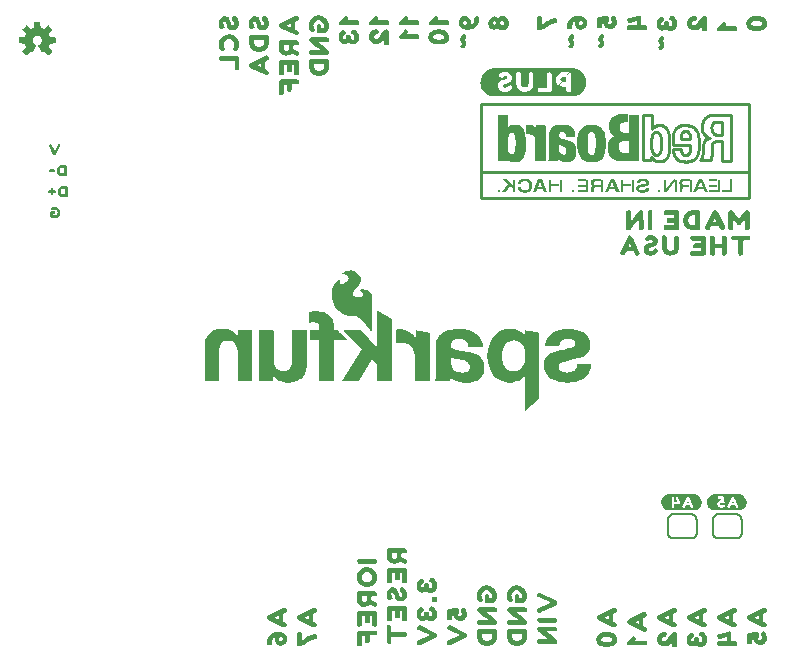
<source format=gbo>
G04 EAGLE Gerber RS-274X export*
G75*
%MOMM*%
%FSLAX34Y34*%
%LPD*%
%INSilkscreen Bottom*%
%IPPOS*%
%AMOC8*
5,1,8,0,0,1.08239X$1,22.5*%
G01*
%ADD10C,0.203200*%
%ADD11C,0.228600*%
%ADD12C,0.254000*%
%ADD13R,0.698500X0.187959*%
%ADD14R,0.967741X0.175259*%
%ADD15R,0.226059X1.084578*%
%ADD16R,0.703578X0.172719*%
%ADD17R,0.731519X0.172719*%
%ADD18R,0.878841X4.020822*%
%ADD19R,0.904241X4.008122*%
%ADD20R,0.231141X1.109981*%
%ADD21R,0.218441X1.112519*%
%ADD22R,0.231141X1.107441*%
%ADD23R,0.231141X0.213363*%
%ADD24R,0.226059X1.109981*%
%ADD25R,0.228600X1.109981*%
%ADD26R,0.723900X0.172719*%
%ADD27R,0.640078X0.175259*%
%ADD28R,0.746759X0.170181*%
%ADD29R,0.695959X0.172719*%
%ADD30R,0.728981X0.172719*%
%ADD31R,0.754378X0.172719*%
%ADD32R,0.571500X0.172719*%
%ADD33R,0.228600X0.213363*%

G36*
X478023Y490973D02*
X478023Y490973D01*
X478024Y490971D01*
X479224Y491071D01*
X480324Y491171D01*
X480329Y491175D01*
X480332Y491172D01*
X481532Y491472D01*
X481532Y491473D01*
X481533Y491473D01*
X482633Y491773D01*
X482637Y491777D01*
X482640Y491775D01*
X483740Y492275D01*
X483742Y492279D01*
X483745Y492278D01*
X484745Y492878D01*
X484746Y492880D01*
X484748Y492880D01*
X485748Y493580D01*
X485750Y493584D01*
X485753Y493583D01*
X486653Y494383D01*
X486654Y494388D01*
X486657Y494387D01*
X487457Y495287D01*
X487457Y495290D01*
X487459Y495290D01*
X488159Y496190D01*
X488159Y496194D01*
X488162Y496195D01*
X488762Y497195D01*
X488762Y497196D01*
X488763Y497196D01*
X489363Y498296D01*
X489362Y498302D01*
X489366Y498303D01*
X489766Y499403D01*
X489765Y499406D01*
X489768Y499407D01*
X489800Y499527D01*
X489814Y499576D01*
X489827Y499625D01*
X489881Y499822D01*
X489894Y499872D01*
X489948Y500069D01*
X489961Y500118D01*
X489975Y500167D01*
X490029Y500364D01*
X490042Y500413D01*
X490068Y500507D01*
X490066Y500511D01*
X490068Y500512D01*
X490066Y500514D01*
X490069Y500516D01*
X490269Y502916D01*
X490266Y502921D01*
X490269Y502924D01*
X490069Y505324D01*
X490065Y505329D01*
X490068Y505333D01*
X489768Y506433D01*
X489765Y506435D01*
X489766Y506437D01*
X489366Y507537D01*
X489362Y507540D01*
X489363Y507544D01*
X488763Y508644D01*
X488762Y508644D01*
X488762Y508645D01*
X488162Y509645D01*
X488158Y509647D01*
X488159Y509650D01*
X487459Y510550D01*
X487456Y510551D01*
X487457Y510553D01*
X486657Y511453D01*
X486652Y511454D01*
X486653Y511457D01*
X485753Y512257D01*
X485748Y512257D01*
X485748Y512260D01*
X484748Y512960D01*
X484746Y512960D01*
X484745Y512962D01*
X483745Y513562D01*
X483741Y513562D01*
X483740Y513565D01*
X482640Y514065D01*
X482635Y514064D01*
X482633Y514068D01*
X481533Y514368D01*
X481532Y514367D01*
X481532Y514368D01*
X480332Y514668D01*
X480327Y514666D01*
X480324Y514669D01*
X479225Y514769D01*
X478426Y514869D01*
X478390Y514848D01*
X478379Y514847D01*
X478360Y514818D01*
X478357Y514853D01*
X478334Y514851D01*
X478320Y514869D01*
X413120Y514869D01*
X413117Y514867D01*
X413116Y514869D01*
X410716Y514669D01*
X410713Y514667D01*
X410711Y514668D01*
X409611Y514468D01*
X409608Y514465D01*
X409604Y514467D01*
X408404Y514067D01*
X408401Y514062D01*
X408398Y514064D01*
X407399Y513564D01*
X406300Y513065D01*
X406296Y513059D01*
X406292Y513060D01*
X405292Y512360D01*
X405290Y512356D01*
X405287Y512357D01*
X404387Y511557D01*
X404387Y511555D01*
X404385Y511555D01*
X403585Y510755D01*
X403584Y510748D01*
X403580Y510748D01*
X402180Y508748D01*
X402180Y508743D01*
X402176Y508742D01*
X401676Y507742D01*
X401677Y507738D01*
X401674Y507737D01*
X401274Y506637D01*
X401275Y506633D01*
X401272Y506632D01*
X400972Y505432D01*
X400973Y505430D01*
X400972Y505429D01*
X400772Y504329D01*
X400773Y504326D01*
X400771Y504324D01*
X400671Y503124D01*
X400673Y503121D01*
X400671Y503120D01*
X400671Y501920D01*
X400674Y501915D01*
X400671Y501912D01*
X400871Y500712D01*
X400874Y500709D01*
X400873Y500707D01*
X401173Y499607D01*
X401174Y499606D01*
X401173Y499604D01*
X401573Y498404D01*
X401578Y498401D01*
X401576Y498398D01*
X402076Y497398D01*
X402079Y497397D01*
X402078Y497395D01*
X402678Y496395D01*
X402680Y496394D01*
X402680Y496392D01*
X403380Y495392D01*
X403384Y495390D01*
X403383Y495387D01*
X404183Y494487D01*
X404188Y494486D01*
X404187Y494483D01*
X405087Y493683D01*
X405090Y493683D01*
X405090Y493681D01*
X405990Y492981D01*
X405994Y492981D01*
X405995Y492978D01*
X406995Y492378D01*
X406999Y492378D01*
X407000Y492375D01*
X408100Y491875D01*
X408103Y491876D01*
X408103Y491874D01*
X409203Y491474D01*
X409207Y491475D01*
X409208Y491472D01*
X410408Y491172D01*
X410414Y491175D01*
X410416Y491171D01*
X411616Y491071D01*
X412716Y490971D01*
X412718Y490973D01*
X412720Y490971D01*
X478020Y490971D01*
X478023Y490973D01*
G37*
G36*
X438442Y224421D02*
X438442Y224421D01*
X438511Y224423D01*
X438527Y224432D01*
X438546Y224435D01*
X438642Y224495D01*
X438663Y224506D01*
X438665Y224509D01*
X438669Y224511D01*
X440064Y225807D01*
X443059Y228403D01*
X443063Y228407D01*
X443069Y228411D01*
X444464Y229707D01*
X445959Y231003D01*
X445963Y231007D01*
X445969Y231011D01*
X447364Y232307D01*
X448859Y233603D01*
X448863Y233607D01*
X448869Y233611D01*
X450269Y234911D01*
X450316Y234981D01*
X450363Y235048D01*
X450363Y235052D01*
X450366Y235055D01*
X450369Y235079D01*
X450390Y235190D01*
X450390Y290490D01*
X450388Y290498D01*
X450390Y290506D01*
X450369Y290582D01*
X450351Y290659D01*
X450346Y290665D01*
X450344Y290673D01*
X450291Y290731D01*
X450241Y290792D01*
X450233Y290796D01*
X450228Y290802D01*
X450096Y290861D01*
X448796Y291161D01*
X448781Y291160D01*
X448764Y291166D01*
X447377Y291365D01*
X445990Y291662D01*
X445978Y291662D01*
X445964Y291666D01*
X444577Y291865D01*
X443190Y292162D01*
X443178Y292162D01*
X443164Y292166D01*
X441777Y292365D01*
X440390Y292662D01*
X440380Y292662D01*
X440368Y292666D01*
X439068Y292866D01*
X438989Y292860D01*
X438909Y292857D01*
X438903Y292853D01*
X438895Y292852D01*
X438827Y292812D01*
X438757Y292774D01*
X438753Y292768D01*
X438746Y292764D01*
X438709Y292706D01*
X438708Y292705D01*
X438706Y292702D01*
X438703Y292697D01*
X438657Y292632D01*
X438656Y292624D01*
X438652Y292618D01*
X438648Y292585D01*
X438644Y292563D01*
X438637Y292547D01*
X438637Y292529D01*
X438630Y292490D01*
X438630Y288097D01*
X438014Y288918D01*
X438009Y288923D01*
X438007Y288925D01*
X437999Y288931D01*
X437996Y288933D01*
X437979Y288959D01*
X436679Y290259D01*
X436668Y290266D01*
X436657Y290279D01*
X435257Y291479D01*
X435233Y291491D01*
X435206Y291516D01*
X433706Y292416D01*
X433682Y292424D01*
X433655Y292442D01*
X431955Y293142D01*
X431935Y293145D01*
X431912Y293156D01*
X430112Y293656D01*
X430086Y293657D01*
X430052Y293668D01*
X428252Y293868D01*
X428242Y293867D01*
X428230Y293870D01*
X426330Y293970D01*
X426308Y293966D01*
X426278Y293969D01*
X421578Y293569D01*
X421542Y293557D01*
X421484Y293549D01*
X417484Y292149D01*
X417453Y292129D01*
X417399Y292106D01*
X414099Y289906D01*
X414076Y289882D01*
X414036Y289854D01*
X411336Y287054D01*
X411318Y287023D01*
X411305Y287008D01*
X411296Y287001D01*
X411294Y286996D01*
X411282Y286983D01*
X409282Y283583D01*
X409274Y283557D01*
X409255Y283527D01*
X407755Y279627D01*
X407751Y279598D01*
X407736Y279561D01*
X406936Y275361D01*
X406937Y275341D01*
X406931Y275315D01*
X406631Y270815D01*
X406634Y270793D01*
X406631Y270763D01*
X406931Y266563D01*
X406937Y266543D01*
X406937Y266515D01*
X407737Y262515D01*
X407750Y262488D01*
X407758Y262447D01*
X409258Y258747D01*
X409273Y258726D01*
X409285Y258693D01*
X411285Y255393D01*
X411309Y255368D01*
X411310Y255366D01*
X411326Y255337D01*
X411331Y255333D01*
X411336Y255326D01*
X413936Y252626D01*
X413965Y252608D01*
X414001Y252572D01*
X417201Y250472D01*
X417234Y250460D01*
X417279Y250433D01*
X421079Y249033D01*
X421114Y249029D01*
X421167Y249012D01*
X425567Y248512D01*
X425594Y248515D01*
X425630Y248510D01*
X427530Y248610D01*
X427554Y248617D01*
X427588Y248618D01*
X429488Y249018D01*
X429501Y249024D01*
X429517Y249025D01*
X431217Y249525D01*
X431233Y249534D01*
X431255Y249538D01*
X432955Y250238D01*
X432971Y250250D01*
X432996Y250259D01*
X434596Y251159D01*
X434611Y251172D01*
X434635Y251183D01*
X436135Y252283D01*
X436151Y252302D01*
X436179Y252321D01*
X437479Y253621D01*
X437489Y253638D01*
X437509Y253655D01*
X438030Y254318D01*
X438030Y224790D01*
X438034Y224772D01*
X438032Y224753D01*
X438054Y224688D01*
X438069Y224621D01*
X438081Y224607D01*
X438087Y224589D01*
X438136Y224541D01*
X438179Y224488D01*
X438197Y224480D01*
X438210Y224467D01*
X438275Y224445D01*
X438338Y224417D01*
X438356Y224417D01*
X438374Y224411D01*
X438442Y224421D01*
G37*
G36*
X390722Y248513D02*
X390722Y248513D01*
X390737Y248511D01*
X392137Y248611D01*
X392149Y248614D01*
X392164Y248614D01*
X393564Y248814D01*
X393588Y248823D01*
X393622Y248827D01*
X396222Y249627D01*
X396236Y249635D01*
X396256Y249639D01*
X397456Y250139D01*
X397479Y250155D01*
X397514Y250169D01*
X398614Y250869D01*
X398620Y250875D01*
X398628Y250879D01*
X399628Y251579D01*
X399647Y251600D01*
X399679Y251621D01*
X401479Y253421D01*
X401494Y253445D01*
X401522Y253472D01*
X402222Y254472D01*
X402231Y254495D01*
X402250Y254520D01*
X402850Y255720D01*
X402853Y255731D01*
X402861Y255744D01*
X403361Y256944D01*
X403366Y256973D01*
X403382Y257010D01*
X403682Y258410D01*
X403682Y258424D01*
X403687Y258440D01*
X403887Y259940D01*
X403886Y259951D01*
X403889Y259965D01*
X403989Y261465D01*
X403985Y261490D01*
X403989Y261524D01*
X403689Y264824D01*
X403677Y264860D01*
X403667Y264922D01*
X402667Y267622D01*
X402647Y267652D01*
X402626Y267701D01*
X401226Y269801D01*
X401199Y269827D01*
X401163Y269874D01*
X399363Y271474D01*
X399332Y271491D01*
X399292Y271524D01*
X397092Y272724D01*
X397070Y272730D01*
X397044Y272746D01*
X394644Y273646D01*
X394627Y273648D01*
X394609Y273657D01*
X392009Y274357D01*
X391990Y274358D01*
X391968Y274366D01*
X389368Y274766D01*
X389367Y274766D01*
X389366Y274766D01*
X386666Y275166D01*
X386661Y275166D01*
X386655Y275168D01*
X384157Y275467D01*
X381778Y275765D01*
X379715Y276256D01*
X377982Y276834D01*
X376780Y277666D01*
X376068Y278644D01*
X375790Y280125D01*
X375790Y280943D01*
X375979Y281698D01*
X375979Y281715D01*
X375986Y281736D01*
X376078Y282375D01*
X376344Y282907D01*
X376623Y283372D01*
X376994Y283836D01*
X377346Y284188D01*
X377793Y284456D01*
X378226Y284673D01*
X378356Y284738D01*
X379502Y285120D01*
X380067Y285214D01*
X381437Y285410D01*
X383786Y285410D01*
X384559Y285313D01*
X385931Y285117D01*
X386572Y284934D01*
X387127Y284656D01*
X387592Y284377D01*
X388556Y283606D01*
X388915Y283248D01*
X389281Y282699D01*
X389854Y281552D01*
X390043Y280892D01*
X390236Y280120D01*
X390333Y279343D01*
X390342Y279317D01*
X390343Y279289D01*
X390372Y279237D01*
X390393Y279180D01*
X390413Y279161D01*
X390426Y279137D01*
X390475Y279103D01*
X390519Y279061D01*
X390545Y279053D01*
X390568Y279037D01*
X390648Y279022D01*
X390684Y279011D01*
X390696Y279013D01*
X390710Y279010D01*
X402310Y279010D01*
X402378Y279026D01*
X402447Y279035D01*
X402461Y279045D01*
X402479Y279049D01*
X402532Y279094D01*
X402590Y279133D01*
X402599Y279148D01*
X402612Y279159D01*
X402641Y279223D01*
X402675Y279284D01*
X402677Y279303D01*
X402683Y279318D01*
X402682Y279357D01*
X402688Y279428D01*
X402488Y281428D01*
X402479Y281456D01*
X402475Y281497D01*
X401975Y283197D01*
X401969Y283208D01*
X401968Y283209D01*
X401968Y283213D01*
X401968Y283215D01*
X401966Y283224D01*
X401366Y284824D01*
X401354Y284842D01*
X401346Y284869D01*
X400546Y286369D01*
X400533Y286384D01*
X400523Y286406D01*
X399623Y287706D01*
X399606Y287722D01*
X399590Y287747D01*
X398490Y288947D01*
X398472Y288960D01*
X398453Y288982D01*
X397253Y289982D01*
X397235Y289991D01*
X397216Y290010D01*
X395816Y290910D01*
X395798Y290916D01*
X395780Y290930D01*
X394380Y291630D01*
X394375Y291631D01*
X394371Y291635D01*
X392871Y292335D01*
X392849Y292339D01*
X392823Y292353D01*
X391223Y292853D01*
X391211Y292854D01*
X391197Y292860D01*
X389497Y293260D01*
X389487Y293260D01*
X389476Y293264D01*
X387776Y293564D01*
X387765Y293564D01*
X387752Y293568D01*
X384152Y293968D01*
X384133Y293966D01*
X384110Y293970D01*
X380810Y293970D01*
X380800Y293968D01*
X380788Y293970D01*
X379088Y293870D01*
X379077Y293866D01*
X379063Y293867D01*
X375863Y293467D01*
X375853Y293464D01*
X375840Y293464D01*
X374240Y293164D01*
X374231Y293160D01*
X374218Y293159D01*
X372618Y292759D01*
X372613Y292756D01*
X372606Y292756D01*
X371206Y292356D01*
X371187Y292345D01*
X371160Y292340D01*
X369760Y291740D01*
X369741Y291725D01*
X369711Y291714D01*
X368411Y290914D01*
X368406Y290909D01*
X368399Y290906D01*
X367199Y290106D01*
X367182Y290088D01*
X367154Y290071D01*
X366054Y289071D01*
X366038Y289048D01*
X366036Y289047D01*
X366035Y289044D01*
X366002Y289014D01*
X365202Y287914D01*
X365200Y287907D01*
X365199Y287906D01*
X365196Y287900D01*
X365186Y287889D01*
X364386Y286589D01*
X364376Y286558D01*
X364352Y286518D01*
X363852Y285118D01*
X363850Y285099D01*
X363840Y285077D01*
X363440Y283377D01*
X363440Y283349D01*
X363430Y283311D01*
X363330Y281511D01*
X363332Y281502D01*
X363330Y281490D01*
X363330Y255917D01*
X363234Y255247D01*
X363135Y254653D01*
X363135Y254649D01*
X363134Y254644D01*
X363034Y253947D01*
X362836Y252759D01*
X362644Y251799D01*
X362463Y251346D01*
X362270Y250960D01*
X362262Y250927D01*
X362241Y250882D01*
X362151Y250523D01*
X361970Y250160D01*
X361958Y250110D01*
X361937Y250062D01*
X361938Y250027D01*
X361930Y249992D01*
X361941Y249941D01*
X361943Y249889D01*
X361961Y249858D01*
X361969Y249823D01*
X362001Y249783D01*
X362026Y249737D01*
X362055Y249716D01*
X362078Y249689D01*
X362125Y249667D01*
X362168Y249637D01*
X362209Y249629D01*
X362236Y249617D01*
X362267Y249618D01*
X362310Y249610D01*
X374110Y249610D01*
X374185Y249627D01*
X374260Y249641D01*
X374269Y249647D01*
X374279Y249649D01*
X374338Y249698D01*
X374400Y249744D01*
X374405Y249754D01*
X374412Y249759D01*
X374427Y249793D01*
X374471Y249870D01*
X374562Y250144D01*
X374650Y250320D01*
X374654Y250335D01*
X374663Y250348D01*
X374689Y250482D01*
X374690Y250489D01*
X374690Y250490D01*
X374690Y250700D01*
X374750Y250820D01*
X374756Y250843D01*
X374771Y250870D01*
X374862Y251144D01*
X374950Y251320D01*
X374954Y251335D01*
X374963Y251348D01*
X374989Y251482D01*
X374990Y251489D01*
X374990Y251490D01*
X374990Y251700D01*
X375050Y251820D01*
X375056Y251843D01*
X375071Y251870D01*
X375171Y252170D01*
X375174Y252207D01*
X375178Y252229D01*
X375183Y252240D01*
X375183Y252252D01*
X375190Y252290D01*
X375190Y253000D01*
X375250Y253120D01*
X375254Y253135D01*
X375263Y253148D01*
X375271Y253191D01*
X375341Y253121D01*
X375352Y253114D01*
X375363Y253101D01*
X376063Y252501D01*
X376073Y252496D01*
X376082Y252486D01*
X376882Y251886D01*
X376895Y251880D01*
X376908Y251868D01*
X377708Y251368D01*
X377717Y251365D01*
X377725Y251358D01*
X378625Y250858D01*
X378633Y250856D01*
X378640Y250850D01*
X379440Y250450D01*
X379448Y250448D01*
X379456Y250443D01*
X380356Y250043D01*
X380372Y250039D01*
X380390Y250029D01*
X381290Y249729D01*
X381295Y249729D01*
X381301Y249726D01*
X382295Y249428D01*
X383190Y249129D01*
X383211Y249127D01*
X383235Y249117D01*
X384235Y248917D01*
X384250Y248918D01*
X384268Y248912D01*
X385152Y248814D01*
X386135Y248617D01*
X386152Y248618D01*
X386172Y248612D01*
X387172Y248512D01*
X387189Y248514D01*
X387210Y248510D01*
X390710Y248510D01*
X390722Y248513D01*
G37*
G36*
X297542Y249717D02*
X297542Y249717D01*
X297576Y249715D01*
X297626Y249737D01*
X297679Y249749D01*
X297704Y249770D01*
X297735Y249783D01*
X297782Y249835D01*
X297812Y249859D01*
X297819Y249875D01*
X297833Y249890D01*
X309286Y268391D01*
X313330Y264527D01*
X313330Y250090D01*
X313341Y250040D01*
X313343Y249989D01*
X313361Y249957D01*
X313369Y249921D01*
X313402Y249882D01*
X313426Y249837D01*
X313456Y249816D01*
X313479Y249788D01*
X313526Y249767D01*
X313568Y249737D01*
X313610Y249729D01*
X313638Y249717D01*
X313668Y249718D01*
X313710Y249710D01*
X325310Y249710D01*
X325360Y249721D01*
X325411Y249723D01*
X325443Y249741D01*
X325479Y249749D01*
X325518Y249782D01*
X325563Y249806D01*
X325584Y249836D01*
X325612Y249859D01*
X325633Y249906D01*
X325663Y249948D01*
X325671Y249990D01*
X325683Y250018D01*
X325682Y250048D01*
X325690Y250090D01*
X325690Y302290D01*
X325681Y302332D01*
X325681Y302374D01*
X325661Y302415D01*
X325651Y302459D01*
X325624Y302492D01*
X325605Y302530D01*
X325563Y302565D01*
X325541Y302592D01*
X325518Y302602D01*
X325494Y302623D01*
X313894Y309023D01*
X313837Y309039D01*
X313782Y309063D01*
X313754Y309062D01*
X313727Y309070D01*
X313669Y309059D01*
X313609Y309057D01*
X313584Y309043D01*
X313557Y309038D01*
X313509Y309002D01*
X313457Y308974D01*
X313441Y308951D01*
X313418Y308934D01*
X313391Y308881D01*
X313357Y308832D01*
X313351Y308801D01*
X313340Y308779D01*
X313340Y308743D01*
X313330Y308690D01*
X313330Y278135D01*
X299284Y292753D01*
X299217Y292797D01*
X299152Y292843D01*
X299144Y292844D01*
X299139Y292848D01*
X299106Y292852D01*
X299010Y292870D01*
X285210Y292870D01*
X285183Y292864D01*
X285154Y292866D01*
X285099Y292844D01*
X285041Y292831D01*
X285020Y292813D01*
X284993Y292802D01*
X284954Y292758D01*
X284908Y292721D01*
X284896Y292695D01*
X284877Y292674D01*
X284861Y292617D01*
X284837Y292562D01*
X284838Y292534D01*
X284830Y292507D01*
X284841Y292449D01*
X284843Y292389D01*
X284857Y292365D01*
X284862Y292337D01*
X284908Y292271D01*
X284926Y292237D01*
X284936Y292230D01*
X284945Y292218D01*
X300719Y276838D01*
X283093Y250300D01*
X283067Y250230D01*
X283037Y250162D01*
X283037Y250150D01*
X283033Y250138D01*
X283040Y250064D01*
X283043Y249989D01*
X283049Y249978D01*
X283051Y249966D01*
X283090Y249903D01*
X283126Y249837D01*
X283136Y249830D01*
X283143Y249819D01*
X283207Y249780D01*
X283268Y249737D01*
X283281Y249735D01*
X283291Y249729D01*
X283329Y249725D01*
X283410Y249710D01*
X297510Y249710D01*
X297542Y249717D01*
G37*
G36*
X237810Y248514D02*
X237810Y248514D01*
X237837Y248511D01*
X242037Y248811D01*
X242069Y248821D01*
X242117Y248825D01*
X245517Y249825D01*
X245547Y249842D01*
X245595Y249858D01*
X248295Y251358D01*
X248322Y251383D01*
X248372Y251415D01*
X250472Y253415D01*
X250493Y253447D01*
X250545Y253510D01*
X251945Y256110D01*
X251952Y256135D01*
X251969Y256166D01*
X252969Y259066D01*
X252971Y259083D01*
X252972Y259084D01*
X252972Y259087D01*
X252973Y259096D01*
X252986Y259135D01*
X253486Y262535D01*
X253485Y262551D01*
X253490Y262570D01*
X253690Y266370D01*
X253688Y266379D01*
X253690Y266390D01*
X253690Y292490D01*
X253679Y292540D01*
X253677Y292591D01*
X253659Y292623D01*
X253651Y292659D01*
X253618Y292698D01*
X253594Y292743D01*
X253564Y292764D01*
X253541Y292792D01*
X253494Y292813D01*
X253452Y292843D01*
X253410Y292851D01*
X253382Y292863D01*
X253352Y292862D01*
X253310Y292870D01*
X241610Y292870D01*
X241560Y292859D01*
X241509Y292857D01*
X241477Y292839D01*
X241441Y292831D01*
X241402Y292798D01*
X241357Y292774D01*
X241336Y292744D01*
X241308Y292721D01*
X241287Y292674D01*
X241257Y292632D01*
X241249Y292590D01*
X241237Y292562D01*
X241238Y292532D01*
X241230Y292490D01*
X241230Y268498D01*
X241131Y266125D01*
X240837Y264068D01*
X240355Y262332D01*
X239597Y260911D01*
X238665Y259886D01*
X237451Y259139D01*
X235933Y258664D01*
X234107Y258472D01*
X231979Y258666D01*
X230256Y259144D01*
X228749Y259992D01*
X227614Y261222D01*
X226656Y262753D01*
X225981Y264780D01*
X225589Y267326D01*
X225490Y270296D01*
X225490Y292490D01*
X225479Y292540D01*
X225477Y292591D01*
X225459Y292623D01*
X225451Y292659D01*
X225418Y292698D01*
X225394Y292743D01*
X225364Y292764D01*
X225341Y292792D01*
X225294Y292813D01*
X225252Y292843D01*
X225210Y292851D01*
X225182Y292863D01*
X225152Y292862D01*
X225110Y292870D01*
X213510Y292870D01*
X213460Y292859D01*
X213409Y292857D01*
X213377Y292839D01*
X213341Y292831D01*
X213302Y292798D01*
X213257Y292774D01*
X213236Y292744D01*
X213208Y292721D01*
X213187Y292674D01*
X213157Y292632D01*
X213149Y292590D01*
X213137Y292562D01*
X213138Y292532D01*
X213130Y292490D01*
X213130Y255390D01*
X213131Y255387D01*
X213130Y255383D01*
X213230Y250083D01*
X213242Y250037D01*
X213243Y249989D01*
X213263Y249954D01*
X213272Y249915D01*
X213303Y249879D01*
X213326Y249837D01*
X213359Y249814D01*
X213385Y249783D01*
X213429Y249765D01*
X213468Y249737D01*
X213514Y249728D01*
X213545Y249715D01*
X213573Y249717D01*
X213610Y249710D01*
X224710Y249710D01*
X224760Y249721D01*
X224811Y249723D01*
X224843Y249741D01*
X224879Y249749D01*
X224918Y249782D01*
X224963Y249806D01*
X224984Y249836D01*
X225012Y249859D01*
X225033Y249906D01*
X225063Y249948D01*
X225071Y249990D01*
X225083Y250018D01*
X225082Y250048D01*
X225090Y250090D01*
X225090Y254934D01*
X225699Y254071D01*
X225716Y254056D01*
X225732Y254031D01*
X227132Y252531D01*
X227152Y252517D01*
X227172Y252493D01*
X228672Y251293D01*
X228690Y251285D01*
X228708Y251268D01*
X230308Y250268D01*
X230337Y250258D01*
X230372Y250236D01*
X232172Y249536D01*
X232189Y249533D01*
X232208Y249524D01*
X234008Y249024D01*
X234017Y249023D01*
X234028Y249019D01*
X235828Y248619D01*
X235855Y248619D01*
X235890Y248610D01*
X237790Y248510D01*
X237810Y248514D01*
G37*
G36*
X179160Y249721D02*
X179160Y249721D01*
X179211Y249723D01*
X179243Y249741D01*
X179279Y249749D01*
X179318Y249782D01*
X179363Y249806D01*
X179384Y249836D01*
X179412Y249859D01*
X179433Y249906D01*
X179463Y249948D01*
X179471Y249990D01*
X179483Y250018D01*
X179482Y250048D01*
X179490Y250090D01*
X179490Y273983D01*
X179589Y276455D01*
X179883Y278512D01*
X180365Y280248D01*
X181123Y281669D01*
X182055Y282694D01*
X183269Y283441D01*
X184787Y283916D01*
X186613Y284108D01*
X188744Y283914D01*
X190561Y283436D01*
X191974Y282588D01*
X193201Y281362D01*
X194061Y279737D01*
X194740Y277798D01*
X195131Y275254D01*
X195230Y272284D01*
X195230Y250090D01*
X195241Y250040D01*
X195243Y249989D01*
X195261Y249957D01*
X195269Y249921D01*
X195302Y249882D01*
X195326Y249837D01*
X195356Y249816D01*
X195379Y249788D01*
X195426Y249767D01*
X195468Y249737D01*
X195510Y249729D01*
X195538Y249717D01*
X195568Y249718D01*
X195610Y249710D01*
X207310Y249710D01*
X207360Y249721D01*
X207411Y249723D01*
X207443Y249741D01*
X207479Y249749D01*
X207518Y249782D01*
X207563Y249806D01*
X207584Y249836D01*
X207612Y249859D01*
X207633Y249906D01*
X207663Y249948D01*
X207671Y249990D01*
X207683Y250018D01*
X207682Y250048D01*
X207690Y250090D01*
X207690Y287190D01*
X207689Y287196D01*
X207690Y287204D01*
X207490Y292504D01*
X207478Y292547D01*
X207477Y292591D01*
X207456Y292629D01*
X207444Y292671D01*
X207415Y292704D01*
X207394Y292743D01*
X207358Y292768D01*
X207329Y292801D01*
X207288Y292817D01*
X207252Y292843D01*
X207201Y292853D01*
X207168Y292866D01*
X207143Y292864D01*
X207110Y292870D01*
X196110Y292870D01*
X196060Y292859D01*
X196009Y292857D01*
X195977Y292839D01*
X195941Y292831D01*
X195902Y292798D01*
X195857Y292774D01*
X195836Y292744D01*
X195808Y292721D01*
X195787Y292674D01*
X195757Y292632D01*
X195749Y292590D01*
X195737Y292562D01*
X195738Y292532D01*
X195730Y292490D01*
X195730Y287505D01*
X195021Y288509D01*
X195004Y288524D01*
X194989Y288549D01*
X193689Y289949D01*
X193669Y289962D01*
X193650Y289985D01*
X192050Y291285D01*
X192025Y291297D01*
X191996Y291321D01*
X190396Y292221D01*
X190384Y292225D01*
X190372Y292234D01*
X188672Y293034D01*
X188645Y293040D01*
X188612Y293056D01*
X186812Y293556D01*
X186801Y293557D01*
X186788Y293562D01*
X184888Y293962D01*
X184863Y293962D01*
X184831Y293970D01*
X183031Y294070D01*
X183007Y294065D01*
X182974Y294069D01*
X178774Y293669D01*
X178750Y293660D01*
X178715Y293658D01*
X175215Y292758D01*
X175182Y292741D01*
X175125Y292722D01*
X172425Y291222D01*
X172397Y291196D01*
X172341Y291159D01*
X170341Y289159D01*
X170321Y289127D01*
X170313Y289118D01*
X170299Y289106D01*
X170295Y289097D01*
X170281Y289080D01*
X168781Y286480D01*
X168770Y286446D01*
X168746Y286399D01*
X167846Y283399D01*
X167845Y283380D01*
X167836Y283356D01*
X167236Y279956D01*
X167237Y279932D01*
X167230Y279900D01*
X167130Y276200D01*
X167131Y276196D01*
X167130Y276190D01*
X167130Y250090D01*
X167141Y250040D01*
X167143Y249989D01*
X167161Y249957D01*
X167169Y249921D01*
X167202Y249882D01*
X167226Y249837D01*
X167256Y249816D01*
X167279Y249788D01*
X167326Y249767D01*
X167368Y249737D01*
X167410Y249729D01*
X167438Y249717D01*
X167468Y249718D01*
X167510Y249710D01*
X179110Y249710D01*
X179160Y249721D01*
G37*
G36*
X477831Y248810D02*
X477831Y248810D01*
X477849Y248816D01*
X477873Y248815D01*
X481473Y249415D01*
X481492Y249423D01*
X481520Y249426D01*
X484820Y250426D01*
X484844Y250440D01*
X484880Y250450D01*
X485081Y250550D01*
X485081Y250551D01*
X485842Y250931D01*
X486602Y251311D01*
X487363Y251691D01*
X487880Y251950D01*
X487905Y251971D01*
X487948Y251993D01*
X490448Y253993D01*
X490470Y254022D01*
X490511Y254058D01*
X492511Y256658D01*
X492527Y256693D01*
X492562Y256747D01*
X493862Y259947D01*
X493868Y259982D01*
X493886Y260031D01*
X494486Y263831D01*
X494480Y263910D01*
X494477Y263991D01*
X494473Y263997D01*
X494473Y264004D01*
X494432Y264072D01*
X494394Y264143D01*
X494388Y264147D01*
X494385Y264153D01*
X494318Y264197D01*
X494252Y264243D01*
X494245Y264244D01*
X494240Y264247D01*
X494208Y264251D01*
X494110Y264270D01*
X483010Y264270D01*
X482981Y264263D01*
X482950Y264266D01*
X482897Y264244D01*
X482841Y264231D01*
X482818Y264212D01*
X482790Y264200D01*
X482752Y264157D01*
X482708Y264121D01*
X482695Y264093D01*
X482675Y264070D01*
X482653Y263998D01*
X482637Y263962D01*
X482637Y263949D01*
X482632Y263932D01*
X482437Y262172D01*
X481969Y260769D01*
X481133Y259654D01*
X479996Y258707D01*
X478749Y258035D01*
X477303Y257457D01*
X475764Y257168D01*
X474113Y257071D01*
X472854Y257168D01*
X471595Y257362D01*
X470339Y257748D01*
X469206Y258220D01*
X468273Y258967D01*
X468128Y259129D01*
X467790Y259510D01*
X467528Y259805D01*
X466978Y260905D01*
X466797Y262170D01*
X467065Y263243D01*
X467602Y264138D01*
X468622Y264972D01*
X470066Y265742D01*
X471931Y266429D01*
X474209Y267123D01*
X476789Y267718D01*
X479785Y268317D01*
X479796Y268323D01*
X479813Y268324D01*
X482313Y269024D01*
X482314Y269025D01*
X482316Y269025D01*
X484716Y269725D01*
X484730Y269732D01*
X484749Y269736D01*
X487049Y270636D01*
X487071Y270651D01*
X487106Y270664D01*
X489106Y271864D01*
X489123Y271881D01*
X489152Y271896D01*
X490852Y273296D01*
X490870Y273321D01*
X490904Y273348D01*
X492304Y275048D01*
X492319Y275079D01*
X492367Y275160D01*
X493167Y277360D01*
X493172Y277395D01*
X493182Y277430D01*
X493185Y277436D01*
X493185Y277439D01*
X493188Y277446D01*
X493488Y280046D01*
X493484Y280081D01*
X493488Y280131D01*
X493088Y283831D01*
X493075Y283867D01*
X493063Y283931D01*
X491863Y286931D01*
X491841Y286963D01*
X491809Y287024D01*
X490009Y289324D01*
X489980Y289348D01*
X489938Y289394D01*
X487538Y291194D01*
X487508Y291207D01*
X487470Y291235D01*
X484670Y292535D01*
X484646Y292540D01*
X484616Y292555D01*
X481516Y293455D01*
X481490Y293457D01*
X481456Y293468D01*
X478156Y293868D01*
X478145Y293866D01*
X478132Y293870D01*
X474732Y294070D01*
X474713Y294066D01*
X474688Y294070D01*
X471188Y293870D01*
X471172Y293865D01*
X471151Y293866D01*
X467951Y293366D01*
X467936Y293359D01*
X467915Y293358D01*
X464815Y292558D01*
X464784Y292542D01*
X464735Y292528D01*
X462035Y291128D01*
X462015Y291110D01*
X461982Y291094D01*
X459582Y289294D01*
X459557Y289265D01*
X459511Y289224D01*
X457711Y286924D01*
X457696Y286893D01*
X457665Y286851D01*
X456265Y283851D01*
X456258Y283816D01*
X456237Y283765D01*
X455537Y280265D01*
X455537Y280263D01*
X455537Y280262D01*
X455540Y280178D01*
X455543Y280091D01*
X455543Y280090D01*
X455543Y280089D01*
X455584Y280015D01*
X455625Y279939D01*
X455626Y279938D01*
X455626Y279937D01*
X455694Y279889D01*
X455766Y279838D01*
X455767Y279838D01*
X455768Y279837D01*
X455910Y279810D01*
X467010Y279810D01*
X467023Y279813D01*
X467037Y279811D01*
X467107Y279832D01*
X467179Y279849D01*
X467189Y279858D01*
X467202Y279862D01*
X467256Y279913D01*
X467312Y279959D01*
X467318Y279972D01*
X467328Y279981D01*
X467383Y280115D01*
X467677Y281584D01*
X468144Y282798D01*
X468873Y283710D01*
X469811Y284366D01*
X470846Y284931D01*
X472080Y285216D01*
X473449Y285411D01*
X475022Y285510D01*
X475993Y285510D01*
X477059Y285413D01*
X478121Y285220D01*
X479061Y284938D01*
X479879Y284483D01*
X480503Y283859D01*
X480946Y283063D01*
X481123Y281999D01*
X480857Y280760D01*
X480050Y279772D01*
X478827Y278926D01*
X477183Y278249D01*
X475213Y277658D01*
X473026Y277161D01*
X473022Y277159D01*
X473018Y277159D01*
X470627Y276561D01*
X468135Y276063D01*
X468129Y276060D01*
X468121Y276060D01*
X465621Y275460D01*
X465608Y275453D01*
X465590Y275451D01*
X463190Y274651D01*
X463177Y274643D01*
X463158Y274639D01*
X460858Y273639D01*
X460841Y273626D01*
X460814Y273616D01*
X458814Y272416D01*
X458793Y272396D01*
X458758Y272375D01*
X457058Y270875D01*
X457041Y270851D01*
X457010Y270823D01*
X455610Y269023D01*
X455594Y268990D01*
X455551Y268915D01*
X454751Y266615D01*
X454747Y266581D01*
X454746Y266577D01*
X454736Y266554D01*
X454736Y266545D01*
X454732Y266532D01*
X454432Y263832D01*
X454436Y263799D01*
X454432Y263750D01*
X454832Y259950D01*
X454840Y259927D01*
X454840Y259917D01*
X454846Y259906D01*
X454858Y259847D01*
X456158Y256647D01*
X456179Y256617D01*
X456203Y256566D01*
X458103Y253966D01*
X458132Y253941D01*
X458172Y253893D01*
X460672Y251893D01*
X460704Y251878D01*
X460745Y251848D01*
X463645Y250448D01*
X463670Y250442D01*
X463700Y250426D01*
X467000Y249426D01*
X467021Y249425D01*
X467046Y249415D01*
X470546Y248815D01*
X470565Y248816D01*
X470589Y248810D01*
X474189Y248610D01*
X474207Y248614D01*
X474231Y248610D01*
X477831Y248810D01*
G37*
G36*
X308934Y291890D02*
X308934Y291890D01*
X309021Y291893D01*
X309021Y291894D01*
X309022Y291894D01*
X309097Y291935D01*
X309173Y291976D01*
X309173Y291977D01*
X309174Y291977D01*
X309225Y292049D01*
X309273Y292118D01*
X309273Y292119D01*
X309274Y292126D01*
X309300Y292260D01*
X309300Y317960D01*
X309298Y317969D01*
X309300Y317980D01*
X309200Y319880D01*
X309196Y319892D01*
X309197Y319907D01*
X308997Y321507D01*
X308989Y321531D01*
X308986Y321564D01*
X308586Y322964D01*
X308569Y322994D01*
X308554Y323042D01*
X307954Y324142D01*
X307936Y324162D01*
X307920Y324193D01*
X307220Y325093D01*
X307204Y325107D01*
X307189Y325129D01*
X306389Y325929D01*
X306362Y325945D01*
X306331Y325976D01*
X305431Y326576D01*
X305400Y326588D01*
X305361Y326613D01*
X304361Y327013D01*
X304342Y327016D01*
X304320Y327027D01*
X303220Y327327D01*
X303208Y327327D01*
X303195Y327333D01*
X302195Y327533D01*
X302163Y327532D01*
X302120Y327540D01*
X300320Y327540D01*
X300297Y327535D01*
X300266Y327536D01*
X299566Y327436D01*
X299533Y327423D01*
X299479Y327413D01*
X298989Y327217D01*
X298758Y327140D01*
X298720Y327140D01*
X298695Y327134D01*
X298669Y327137D01*
X298612Y327115D01*
X298551Y327101D01*
X298531Y327084D01*
X298507Y327075D01*
X298465Y327030D01*
X298418Y326991D01*
X298407Y326967D01*
X298390Y326948D01*
X298372Y326889D01*
X298347Y326832D01*
X298348Y326807D01*
X298340Y326782D01*
X298351Y326721D01*
X298353Y326659D01*
X298366Y326637D01*
X298370Y326611D01*
X298418Y326540D01*
X298436Y326507D01*
X298444Y326501D01*
X298451Y326491D01*
X298551Y326391D01*
X298583Y326371D01*
X298650Y326320D01*
X299250Y326020D01*
X299264Y326017D01*
X299279Y326007D01*
X299732Y325826D01*
X300087Y325560D01*
X300566Y325176D01*
X300932Y324810D01*
X301179Y324481D01*
X301340Y323998D01*
X301340Y323413D01*
X301164Y322798D01*
X300908Y322285D01*
X300362Y321739D01*
X299729Y321197D01*
X298909Y320924D01*
X297869Y320640D01*
X296373Y320640D01*
X295082Y321009D01*
X293971Y321750D01*
X293159Y322652D01*
X292800Y323817D01*
X292800Y325076D01*
X293442Y326451D01*
X294698Y327901D01*
X296389Y329591D01*
X296401Y329610D01*
X296422Y329629D01*
X296457Y329674D01*
X297722Y331329D01*
X297735Y331357D01*
X297760Y331390D01*
X298660Y333190D01*
X298667Y333218D01*
X298685Y333253D01*
X299185Y334953D01*
X299187Y334992D01*
X299200Y335060D01*
X299200Y336760D01*
X299192Y336794D01*
X299188Y336826D01*
X299187Y336850D01*
X299183Y336857D01*
X299179Y336887D01*
X298579Y338587D01*
X298558Y338619D01*
X298533Y338675D01*
X297433Y340275D01*
X297405Y340302D01*
X297362Y340354D01*
X295662Y341754D01*
X295633Y341768D01*
X295596Y341797D01*
X293296Y342997D01*
X293259Y343006D01*
X293204Y343031D01*
X291004Y343531D01*
X290966Y343531D01*
X290901Y343540D01*
X288901Y343440D01*
X288868Y343430D01*
X288818Y343426D01*
X287018Y342926D01*
X287002Y342918D01*
X286979Y342913D01*
X285479Y342313D01*
X285459Y342299D01*
X285428Y342288D01*
X284228Y341588D01*
X284217Y341578D01*
X284199Y341569D01*
X283503Y341073D01*
X283209Y340876D01*
X283166Y340831D01*
X283118Y340791D01*
X283108Y340768D01*
X283091Y340750D01*
X283072Y340690D01*
X283047Y340632D01*
X283048Y340608D01*
X283041Y340584D01*
X283051Y340522D01*
X283053Y340459D01*
X283065Y340438D01*
X283069Y340413D01*
X283106Y340362D01*
X283136Y340307D01*
X283156Y340293D01*
X283171Y340273D01*
X283226Y340244D01*
X283278Y340207D01*
X283305Y340202D01*
X283324Y340192D01*
X283361Y340191D01*
X283420Y340180D01*
X283520Y340180D01*
X283556Y340188D01*
X283612Y340191D01*
X283967Y340280D01*
X285199Y340280D01*
X286053Y340185D01*
X286787Y340001D01*
X287506Y339642D01*
X288244Y338996D01*
X288598Y338554D01*
X288873Y338004D01*
X289052Y337557D01*
X289135Y337060D01*
X289049Y336544D01*
X288871Y335922D01*
X288504Y335371D01*
X288502Y335366D01*
X288498Y335362D01*
X288021Y334598D01*
X287562Y334139D01*
X286885Y333560D01*
X285523Y332587D01*
X285404Y332527D01*
X284782Y332216D01*
X283467Y331840D01*
X282898Y331840D01*
X282337Y332081D01*
X281922Y332496D01*
X281683Y332894D01*
X281507Y333954D01*
X281593Y334385D01*
X281593Y334394D01*
X281593Y334395D01*
X281592Y334419D01*
X281600Y334460D01*
X281600Y335060D01*
X281584Y335128D01*
X281575Y335196D01*
X281565Y335211D01*
X281561Y335229D01*
X281517Y335282D01*
X281478Y335340D01*
X281462Y335349D01*
X281451Y335362D01*
X281387Y335391D01*
X281327Y335425D01*
X281309Y335426D01*
X281292Y335433D01*
X281223Y335431D01*
X281154Y335434D01*
X281135Y335427D01*
X281119Y335427D01*
X281085Y335408D01*
X281018Y335382D01*
X279418Y334382D01*
X279394Y334358D01*
X279351Y334329D01*
X277651Y332629D01*
X277630Y332596D01*
X277586Y332541D01*
X276286Y330141D01*
X276279Y330117D01*
X276262Y330088D01*
X275262Y327288D01*
X275258Y327257D01*
X275244Y327217D01*
X274744Y323917D01*
X274747Y323884D01*
X274740Y323838D01*
X274940Y320338D01*
X274950Y320306D01*
X274954Y320258D01*
X275954Y316658D01*
X275969Y316630D01*
X275982Y316586D01*
X277882Y312886D01*
X277901Y312864D01*
X277920Y312827D01*
X279320Y311027D01*
X279325Y311023D01*
X279326Y311020D01*
X279333Y311015D01*
X279343Y311000D01*
X280843Y309400D01*
X280865Y309385D01*
X280889Y309358D01*
X282589Y308058D01*
X282603Y308052D01*
X282617Y308039D01*
X284517Y306839D01*
X284539Y306831D01*
X284564Y306813D01*
X286564Y305913D01*
X286589Y305908D01*
X286620Y305893D01*
X288820Y305293D01*
X288843Y305292D01*
X288873Y305283D01*
X291273Y304983D01*
X291294Y304985D01*
X291320Y304980D01*
X295169Y304980D01*
X296191Y304701D01*
X297231Y304228D01*
X298183Y303562D01*
X299158Y302684D01*
X300240Y301602D01*
X301330Y300314D01*
X301336Y300310D01*
X301341Y300301D01*
X302641Y298901D01*
X303840Y297603D01*
X304934Y296410D01*
X305928Y295217D01*
X305933Y295213D01*
X305937Y295206D01*
X306828Y294216D01*
X307520Y293327D01*
X307526Y293321D01*
X307531Y293313D01*
X308131Y292613D01*
X308142Y292605D01*
X308151Y292591D01*
X308508Y292235D01*
X308579Y292091D01*
X308580Y292090D01*
X308632Y292027D01*
X308689Y291958D01*
X308690Y291957D01*
X308691Y291957D01*
X308766Y291923D01*
X308848Y291887D01*
X308849Y291886D01*
X308934Y291890D01*
G37*
G36*
X276360Y249721D02*
X276360Y249721D01*
X276411Y249723D01*
X276443Y249741D01*
X276479Y249749D01*
X276518Y249782D01*
X276563Y249806D01*
X276584Y249836D01*
X276612Y249859D01*
X276633Y249906D01*
X276663Y249948D01*
X276671Y249990D01*
X276683Y250018D01*
X276682Y250048D01*
X276690Y250090D01*
X276690Y284310D01*
X287810Y284310D01*
X287835Y284316D01*
X287861Y284313D01*
X287919Y284335D01*
X287979Y284349D01*
X287999Y284366D01*
X288023Y284375D01*
X288065Y284420D01*
X288112Y284459D01*
X288123Y284483D01*
X288140Y284502D01*
X288158Y284561D01*
X288183Y284618D01*
X288182Y284643D01*
X288190Y284668D01*
X288179Y284729D01*
X288177Y284791D01*
X288164Y284813D01*
X288160Y284839D01*
X288112Y284910D01*
X288094Y284943D01*
X288092Y284944D01*
X288091Y284946D01*
X288085Y284950D01*
X288079Y284959D01*
X286079Y286959D01*
X286071Y286964D01*
X286064Y286973D01*
X285079Y287859D01*
X284193Y288844D01*
X284185Y288850D01*
X284179Y288859D01*
X282179Y290859D01*
X282171Y290864D01*
X282164Y290873D01*
X281172Y291766D01*
X280179Y292759D01*
X280114Y292799D01*
X280052Y292843D01*
X280040Y292845D01*
X280032Y292850D01*
X279995Y292854D01*
X279910Y292870D01*
X276690Y292870D01*
X276690Y295790D01*
X276687Y295802D01*
X276689Y295818D01*
X276489Y298518D01*
X276481Y298543D01*
X276480Y298579D01*
X275880Y301079D01*
X275864Y301110D01*
X275850Y301160D01*
X274750Y303360D01*
X274726Y303389D01*
X274694Y303443D01*
X273094Y305243D01*
X273072Y305258D01*
X273048Y305287D01*
X271048Y306887D01*
X271015Y306903D01*
X270968Y306936D01*
X268568Y308036D01*
X268538Y308042D01*
X268499Y308060D01*
X265599Y308760D01*
X265571Y308760D01*
X265532Y308770D01*
X262132Y308970D01*
X262122Y308968D01*
X262110Y308970D01*
X259010Y308970D01*
X258987Y308965D01*
X258956Y308966D01*
X258259Y308867D01*
X257486Y308770D01*
X256010Y308770D01*
X255960Y308759D01*
X255909Y308757D01*
X255877Y308739D01*
X255841Y308731D01*
X255802Y308698D01*
X255757Y308674D01*
X255736Y308644D01*
X255708Y308621D01*
X255687Y308574D01*
X255657Y308532D01*
X255649Y308490D01*
X255637Y308462D01*
X255638Y308432D01*
X255630Y308390D01*
X255630Y299690D01*
X255630Y299689D01*
X255630Y299688D01*
X255650Y299605D01*
X255669Y299521D01*
X255670Y299520D01*
X255670Y299519D01*
X255724Y299455D01*
X255779Y299388D01*
X255780Y299387D01*
X255781Y299386D01*
X255860Y299351D01*
X255938Y299317D01*
X255939Y299317D01*
X255940Y299316D01*
X256085Y299317D01*
X257048Y299510D01*
X260194Y299510D01*
X261353Y299413D01*
X262202Y299225D01*
X262916Y298957D01*
X263414Y298542D01*
X263765Y297928D01*
X264042Y297189D01*
X264233Y296140D01*
X264330Y294974D01*
X264330Y292870D01*
X256710Y292870D01*
X256660Y292859D01*
X256609Y292857D01*
X256577Y292839D01*
X256541Y292831D01*
X256502Y292798D01*
X256457Y292774D01*
X256436Y292744D01*
X256408Y292721D01*
X256387Y292674D01*
X256357Y292632D01*
X256349Y292590D01*
X256337Y292562D01*
X256338Y292532D01*
X256330Y292490D01*
X256330Y284690D01*
X256341Y284640D01*
X256343Y284589D01*
X256361Y284557D01*
X256369Y284521D01*
X256402Y284482D01*
X256426Y284437D01*
X256456Y284416D01*
X256479Y284388D01*
X256526Y284367D01*
X256568Y284337D01*
X256610Y284329D01*
X256638Y284317D01*
X256668Y284318D01*
X256710Y284310D01*
X264330Y284310D01*
X264330Y250090D01*
X264341Y250040D01*
X264343Y249989D01*
X264361Y249957D01*
X264369Y249921D01*
X264402Y249882D01*
X264426Y249837D01*
X264456Y249816D01*
X264479Y249788D01*
X264526Y249767D01*
X264568Y249737D01*
X264610Y249729D01*
X264638Y249717D01*
X264668Y249718D01*
X264710Y249710D01*
X276310Y249710D01*
X276360Y249721D01*
G37*
G36*
X357360Y249721D02*
X357360Y249721D01*
X357411Y249723D01*
X357443Y249741D01*
X357479Y249749D01*
X357518Y249782D01*
X357563Y249806D01*
X357584Y249836D01*
X357612Y249859D01*
X357633Y249906D01*
X357663Y249948D01*
X357671Y249990D01*
X357683Y250018D01*
X357682Y250048D01*
X357690Y250090D01*
X357690Y285490D01*
X357689Y285493D01*
X357690Y285498D01*
X357590Y290498D01*
X357588Y290505D01*
X357590Y290512D01*
X357567Y290588D01*
X357547Y290666D01*
X357543Y290671D01*
X357541Y290678D01*
X357487Y290736D01*
X357434Y290797D01*
X357428Y290800D01*
X357423Y290805D01*
X357290Y290862D01*
X355890Y291162D01*
X355878Y291162D01*
X355864Y291166D01*
X354477Y291365D01*
X353090Y291662D01*
X353078Y291662D01*
X353064Y291666D01*
X351677Y291865D01*
X350290Y292162D01*
X350280Y292162D01*
X350268Y292166D01*
X348968Y292366D01*
X348966Y292366D01*
X348964Y292366D01*
X347577Y292565D01*
X346190Y292862D01*
X346186Y292862D01*
X346182Y292863D01*
X346099Y292860D01*
X346016Y292859D01*
X346013Y292857D01*
X346009Y292857D01*
X345936Y292817D01*
X345863Y292779D01*
X345860Y292776D01*
X345857Y292774D01*
X345810Y292707D01*
X345760Y292639D01*
X345760Y292635D01*
X345757Y292632D01*
X345730Y292490D01*
X345730Y285939D01*
X345347Y286667D01*
X345335Y286680D01*
X345326Y286701D01*
X344126Y288501D01*
X344104Y288522D01*
X344079Y288559D01*
X342579Y290059D01*
X342560Y290071D01*
X342541Y290092D01*
X340841Y291392D01*
X340822Y291401D01*
X340801Y291419D01*
X338901Y292519D01*
X338878Y292526D01*
X338851Y292543D01*
X336851Y293343D01*
X336827Y293347D01*
X336798Y293360D01*
X334698Y293860D01*
X334668Y293860D01*
X334628Y293870D01*
X332528Y293970D01*
X332520Y293968D01*
X332510Y293970D01*
X331210Y293970D01*
X331173Y293962D01*
X331090Y293951D01*
X330848Y293870D01*
X330510Y293870D01*
X330473Y293862D01*
X330390Y293851D01*
X329790Y293651D01*
X329724Y293611D01*
X329657Y293574D01*
X329651Y293565D01*
X329642Y293560D01*
X329601Y293495D01*
X329557Y293432D01*
X329555Y293421D01*
X329550Y293413D01*
X329547Y293377D01*
X329530Y293290D01*
X329530Y282390D01*
X329530Y282389D01*
X329530Y282388D01*
X329542Y282335D01*
X329543Y282311D01*
X329552Y282294D01*
X329569Y282221D01*
X329570Y282220D01*
X329570Y282219D01*
X329624Y282155D01*
X329679Y282088D01*
X329680Y282087D01*
X329681Y282086D01*
X329760Y282051D01*
X329838Y282017D01*
X329839Y282017D01*
X329840Y282016D01*
X329985Y282017D01*
X330485Y282117D01*
X330492Y282121D01*
X330502Y282121D01*
X330888Y282218D01*
X331473Y282315D01*
X331478Y282317D01*
X331485Y282317D01*
X331948Y282410D01*
X334091Y282410D01*
X337030Y282116D01*
X339350Y281342D01*
X341269Y280191D01*
X342800Y278564D01*
X343861Y276635D01*
X344642Y274391D01*
X345131Y271847D01*
X345230Y269183D01*
X345230Y250090D01*
X345241Y250040D01*
X345243Y249989D01*
X345261Y249957D01*
X345269Y249921D01*
X345302Y249882D01*
X345326Y249837D01*
X345356Y249816D01*
X345379Y249788D01*
X345426Y249767D01*
X345468Y249737D01*
X345510Y249729D01*
X345538Y249717D01*
X345568Y249718D01*
X345610Y249710D01*
X357310Y249710D01*
X357360Y249721D01*
G37*
G36*
X496396Y435169D02*
X496396Y435169D01*
X496402Y435167D01*
X498510Y435497D01*
X498513Y435500D01*
X498519Y435499D01*
X500932Y436261D01*
X500936Y436265D01*
X500943Y436266D01*
X502340Y437002D01*
X502342Y437006D01*
X502349Y437008D01*
X503212Y437668D01*
X503214Y437674D01*
X503222Y437678D01*
X504086Y438720D01*
X504086Y438723D01*
X504091Y438726D01*
X504878Y439971D01*
X504878Y439972D01*
X504878Y439973D01*
X504881Y439976D01*
X505592Y441373D01*
X505592Y441376D01*
X505595Y441379D01*
X506230Y443055D01*
X506229Y443061D01*
X506233Y443068D01*
X506462Y444516D01*
X506461Y444517D01*
X506462Y444518D01*
X506843Y447718D01*
X506842Y447721D01*
X506844Y447724D01*
X506894Y449451D01*
X506894Y449452D01*
X506894Y449453D01*
X506920Y453720D01*
X506918Y453723D01*
X506919Y453727D01*
X506513Y457258D01*
X506510Y457261D01*
X506511Y457267D01*
X505775Y460036D01*
X505772Y460038D01*
X505772Y460044D01*
X504934Y462000D01*
X504929Y462003D01*
X504927Y462011D01*
X503835Y463561D01*
X503831Y463563D01*
X503828Y463569D01*
X502406Y465016D01*
X502399Y465018D01*
X502392Y465027D01*
X500563Y466068D01*
X500559Y466068D01*
X500554Y466073D01*
X499056Y466631D01*
X499052Y466630D01*
X499047Y466634D01*
X497116Y467040D01*
X497111Y467038D01*
X497104Y467042D01*
X495327Y467067D01*
X494184Y467093D01*
X494164Y467081D01*
X494141Y467077D01*
X494134Y467062D01*
X494133Y467061D01*
X493194Y467093D01*
X493191Y467091D01*
X493186Y467092D01*
X491027Y466889D01*
X491022Y466885D01*
X491013Y466886D01*
X488600Y466073D01*
X488596Y466068D01*
X488586Y466067D01*
X487240Y465203D01*
X487239Y465201D01*
X487235Y465200D01*
X486372Y464540D01*
X486370Y464534D01*
X486362Y464530D01*
X485498Y463488D01*
X485498Y463485D01*
X485493Y463482D01*
X484706Y462237D01*
X484706Y462235D01*
X484703Y462232D01*
X483992Y460835D01*
X483992Y460830D01*
X483988Y460824D01*
X483505Y459148D01*
X483505Y459147D01*
X483505Y459146D01*
X483124Y457699D01*
X483125Y457695D01*
X483122Y457690D01*
X482741Y454490D01*
X482742Y454487D01*
X482740Y454484D01*
X482690Y452757D01*
X482691Y452755D01*
X482690Y452754D01*
X482791Y448512D01*
X482793Y448510D01*
X482792Y448506D01*
X483198Y444950D01*
X483201Y444947D01*
X483200Y444940D01*
X483962Y442222D01*
X483965Y442220D01*
X483964Y442215D01*
X484803Y440184D01*
X484807Y440180D01*
X484809Y440172D01*
X485799Y438699D01*
X485805Y438697D01*
X485808Y438689D01*
X487256Y437317D01*
X487262Y437316D01*
X487268Y437308D01*
X489173Y436216D01*
X489177Y436216D01*
X489181Y436212D01*
X490553Y435679D01*
X490557Y435679D01*
X490563Y435676D01*
X492519Y435269D01*
X492523Y435271D01*
X492528Y435268D01*
X494255Y435166D01*
X494256Y435167D01*
X494259Y435166D01*
X496392Y435166D01*
X496396Y435169D01*
G37*
G36*
X474475Y435104D02*
X474475Y435104D01*
X474478Y435103D01*
X475570Y435154D01*
X475581Y435159D01*
X475594Y435157D01*
X476330Y435335D01*
X476333Y435337D01*
X476338Y435337D01*
X476922Y435515D01*
X476927Y435519D01*
X476936Y435520D01*
X477341Y435697D01*
X477697Y435850D01*
X477700Y435853D01*
X477706Y435854D01*
X478138Y436083D01*
X478143Y436088D01*
X478151Y436090D01*
X478478Y436317D01*
X478805Y436518D01*
X478812Y436527D01*
X478823Y436532D01*
X479049Y436732D01*
X479274Y436907D01*
X479280Y436918D01*
X479291Y436924D01*
X479465Y437122D01*
X479790Y437422D01*
X479794Y437430D01*
X479802Y437435D01*
X480029Y437712D01*
X480280Y437989D01*
X480284Y437998D01*
X480292Y438004D01*
X480495Y438309D01*
X480497Y438318D01*
X480504Y438325D01*
X480706Y438754D01*
X480934Y439183D01*
X480934Y439185D01*
X480935Y439186D01*
X481240Y439795D01*
X481240Y439802D01*
X481245Y439807D01*
X481448Y440340D01*
X481448Y440344D01*
X481451Y440348D01*
X481552Y440678D01*
X481755Y441339D01*
X481754Y441348D01*
X481760Y441358D01*
X481887Y442247D01*
X481884Y442256D01*
X481888Y442266D01*
X481837Y446432D01*
X481833Y446441D01*
X481835Y446452D01*
X481683Y447316D01*
X481682Y447318D01*
X481682Y447320D01*
X481504Y448158D01*
X481495Y448171D01*
X481494Y448189D01*
X481292Y448592D01*
X481091Y449070D01*
X481090Y449071D01*
X481090Y449072D01*
X480912Y449478D01*
X480911Y449479D01*
X480911Y449481D01*
X480759Y449811D01*
X480755Y449814D01*
X480754Y449820D01*
X480551Y450176D01*
X480541Y450183D01*
X480537Y450195D01*
X480258Y450525D01*
X480253Y450528D01*
X480251Y450533D01*
X479745Y451039D01*
X479442Y451367D01*
X479439Y451369D01*
X479438Y451371D01*
X479057Y451752D01*
X479045Y451757D01*
X479036Y451769D01*
X478758Y451946D01*
X478507Y452122D01*
X478152Y452375D01*
X478146Y452377D01*
X478141Y452382D01*
X477559Y452711D01*
X477358Y452837D01*
X477356Y452837D01*
X477355Y452839D01*
X477050Y453016D01*
X477036Y453018D01*
X477023Y453028D01*
X476516Y453180D01*
X476061Y453332D01*
X475528Y453510D01*
X475071Y453662D01*
X475069Y453662D01*
X475067Y453663D01*
X474560Y453816D01*
X474078Y453968D01*
X474074Y453967D01*
X474071Y453970D01*
X473461Y454122D01*
X473460Y454122D01*
X473458Y454123D01*
X473003Y454224D01*
X472426Y454374D01*
X471923Y454551D01*
X471917Y454550D01*
X471912Y454554D01*
X471507Y454655D01*
X470822Y454833D01*
X470263Y454985D01*
X469882Y455087D01*
X469429Y455212D01*
X468544Y455516D01*
X468535Y455515D01*
X468528Y455520D01*
X468525Y455520D01*
X468270Y455654D01*
X467888Y455989D01*
X467696Y456276D01*
X467431Y456733D01*
X467359Y457287D01*
X467334Y457858D01*
X467384Y458504D01*
X467457Y458897D01*
X467603Y459359D01*
X467824Y459751D01*
X468089Y460161D01*
X468467Y460444D01*
X468920Y460659D01*
X469478Y460732D01*
X470454Y460757D01*
X471190Y460683D01*
X471668Y460492D01*
X471832Y460375D01*
X472245Y460059D01*
X472335Y459924D01*
X472337Y459923D01*
X472338Y459920D01*
X472537Y459646D01*
X472707Y459354D01*
X472802Y459117D01*
X472901Y458723D01*
X472974Y458331D01*
X472974Y457962D01*
X472975Y457959D01*
X472974Y457957D01*
X473000Y457372D01*
X473000Y457371D01*
X473000Y457370D01*
X473025Y456939D01*
X473026Y456937D01*
X473025Y456935D01*
X473051Y456655D01*
X473058Y456643D01*
X473057Y456627D01*
X473133Y456398D01*
X473150Y456378D01*
X473164Y456349D01*
X473316Y456196D01*
X473319Y456195D01*
X473321Y456192D01*
X473406Y456159D01*
X480899Y456185D01*
X480901Y456186D01*
X480904Y456185D01*
X480946Y456205D01*
X480989Y456223D01*
X480990Y456226D01*
X480993Y456227D01*
X481024Y456312D01*
X480999Y458903D01*
X480995Y458912D01*
X480998Y458922D01*
X480845Y459887D01*
X480843Y459890D01*
X480844Y459894D01*
X480691Y460580D01*
X480615Y460935D01*
X480610Y460942D01*
X480610Y460953D01*
X480458Y461359D01*
X480456Y461361D01*
X480456Y461364D01*
X480253Y461846D01*
X480251Y461848D01*
X480251Y461851D01*
X480074Y462229D01*
X479897Y462658D01*
X479889Y462666D01*
X479887Y462678D01*
X479659Y463033D01*
X479405Y463439D01*
X479396Y463445D01*
X479392Y463457D01*
X479168Y463706D01*
X478842Y464157D01*
X478835Y464161D01*
X478832Y464169D01*
X478553Y464474D01*
X478542Y464478D01*
X478535Y464490D01*
X477954Y464919D01*
X477652Y465171D01*
X477649Y465172D01*
X477648Y465173D01*
X477646Y465174D01*
X477644Y465177D01*
X477212Y465482D01*
X477206Y465483D01*
X477203Y465488D01*
X476900Y465664D01*
X476547Y465891D01*
X476534Y465894D01*
X476524Y465903D01*
X475995Y466105D01*
X475517Y466331D01*
X475505Y466332D01*
X475495Y466339D01*
X474913Y466491D01*
X474510Y466617D01*
X474506Y466617D01*
X474503Y466619D01*
X473997Y466745D01*
X473235Y466949D01*
X473226Y466947D01*
X473218Y466952D01*
X472202Y467079D01*
X472194Y467077D01*
X472185Y467080D01*
X467537Y467054D01*
X467532Y467052D01*
X467526Y467054D01*
X466713Y466978D01*
X466706Y466974D01*
X466697Y466975D01*
X466370Y466900D01*
X465740Y466799D01*
X465739Y466798D01*
X465738Y466799D01*
X465154Y466697D01*
X465147Y466692D01*
X465137Y466693D01*
X464502Y466490D01*
X464500Y466488D01*
X464496Y466488D01*
X464091Y466336D01*
X463660Y466184D01*
X463658Y466181D01*
X463653Y466181D01*
X463171Y465978D01*
X463169Y465976D01*
X463166Y465976D01*
X462785Y465798D01*
X462783Y465795D01*
X462778Y465794D01*
X462270Y465515D01*
X462266Y465509D01*
X462258Y465508D01*
X462004Y465330D01*
X462003Y465328D01*
X462001Y465327D01*
X461595Y465023D01*
X461592Y465017D01*
X461585Y465015D01*
X461306Y464761D01*
X461305Y464758D01*
X461302Y464757D01*
X460997Y464452D01*
X460667Y464122D01*
X460662Y464111D01*
X460652Y464104D01*
X460373Y463698D01*
X460372Y463693D01*
X460368Y463690D01*
X460190Y463385D01*
X460012Y463080D01*
X460011Y463076D01*
X460008Y463073D01*
X459884Y462825D01*
X459710Y462551D01*
X459707Y462538D01*
X459698Y462526D01*
X459596Y462247D01*
X459596Y462245D01*
X459595Y462244D01*
X459493Y461939D01*
X459316Y461433D01*
X459316Y461426D01*
X459312Y461420D01*
X459185Y460887D01*
X459186Y460885D01*
X459184Y460882D01*
X459134Y460628D01*
X459134Y460627D01*
X459133Y460625D01*
X459006Y459888D01*
X459006Y459887D01*
X459006Y459886D01*
X458955Y459556D01*
X458956Y459550D01*
X458954Y459545D01*
X458928Y459138D01*
X458930Y459135D01*
X458928Y459130D01*
X458928Y458807D01*
X458878Y458305D01*
X458880Y458299D01*
X458877Y458292D01*
X458877Y439810D01*
X458829Y439471D01*
X458729Y439097D01*
X458729Y439094D01*
X458727Y439090D01*
X458626Y438610D01*
X458476Y437982D01*
X458325Y437530D01*
X458325Y437528D01*
X458324Y437527D01*
X458224Y437203D01*
X458075Y436854D01*
X458075Y436851D01*
X458072Y436848D01*
X457996Y436645D01*
X457997Y436615D01*
X457993Y436564D01*
X458070Y436310D01*
X458077Y436302D01*
X458078Y436290D01*
X458179Y436087D01*
X458197Y436072D01*
X458242Y436027D01*
X458420Y435951D01*
X458436Y435951D01*
X458452Y435942D01*
X458630Y435917D01*
X458639Y435919D01*
X458648Y435916D01*
X465785Y435916D01*
X465803Y435923D01*
X465825Y435922D01*
X466054Y435998D01*
X466066Y436009D01*
X466084Y436013D01*
X466236Y436115D01*
X466247Y436131D01*
X466267Y436144D01*
X466420Y436347D01*
X466572Y436550D01*
X466576Y436568D01*
X466590Y436583D01*
X466691Y436861D01*
X466842Y437240D01*
X466842Y437254D01*
X466850Y437269D01*
X466899Y437611D01*
X467010Y437923D01*
X467072Y437974D01*
X467103Y437928D01*
X467113Y437921D01*
X467118Y437908D01*
X467422Y437605D01*
X467724Y437277D01*
X467729Y437275D01*
X467732Y437270D01*
X468062Y436965D01*
X468367Y436685D01*
X468373Y436683D01*
X468378Y436677D01*
X468759Y436397D01*
X468761Y436397D01*
X468763Y436394D01*
X468992Y436242D01*
X468995Y436241D01*
X468997Y436238D01*
X469251Y436086D01*
X469259Y436085D01*
X469266Y436078D01*
X469437Y436005D01*
X469787Y435805D01*
X469800Y435804D01*
X469812Y435794D01*
X470803Y435489D01*
X470804Y435489D01*
X471236Y435362D01*
X471240Y435362D01*
X471244Y435360D01*
X471802Y435233D01*
X471806Y435234D01*
X471810Y435231D01*
X472598Y435104D01*
X472607Y435107D01*
X472618Y435103D01*
X474472Y435103D01*
X474475Y435104D01*
G37*
G36*
X526112Y435840D02*
X526112Y435840D01*
X526114Y435839D01*
X526157Y435859D01*
X526201Y435878D01*
X526202Y435880D01*
X526204Y435881D01*
X526236Y435966D01*
X526236Y442951D01*
X526236Y442953D01*
X526236Y442955D01*
X526217Y442997D01*
X526198Y443041D01*
X526196Y443042D01*
X526195Y443044D01*
X526110Y443077D01*
X521823Y443077D01*
X521554Y443101D01*
X520941Y443199D01*
X520525Y443395D01*
X520519Y443395D01*
X520515Y443399D01*
X520242Y443499D01*
X520048Y443596D01*
X519823Y443720D01*
X519526Y443894D01*
X519311Y444061D01*
X519064Y444308D01*
X518868Y444528D01*
X518671Y444799D01*
X518473Y445122D01*
X518300Y445442D01*
X518099Y445944D01*
X518000Y446191D01*
X517878Y446631D01*
X517855Y446917D01*
X517905Y449715D01*
X518078Y450358D01*
X518152Y450603D01*
X518374Y451096D01*
X518594Y451463D01*
X518912Y451855D01*
X519133Y452051D01*
X519134Y452053D01*
X519136Y452053D01*
X519558Y452451D01*
X519947Y452694D01*
X520212Y452815D01*
X520910Y453039D01*
X521385Y453139D01*
X521804Y453213D01*
X524993Y453264D01*
X525450Y453264D01*
X525452Y453265D01*
X525455Y453264D01*
X526090Y453289D01*
X526133Y453310D01*
X526178Y453331D01*
X526179Y453331D01*
X526182Y453340D01*
X526211Y453415D01*
X526211Y459994D01*
X526210Y459996D01*
X526211Y459998D01*
X526191Y460041D01*
X526173Y460085D01*
X526171Y460085D01*
X526170Y460087D01*
X526085Y460120D01*
X525678Y460120D01*
X525677Y460120D01*
X525676Y460120D01*
X524536Y460095D01*
X523604Y460120D01*
X522900Y460195D01*
X522520Y460246D01*
X522515Y460245D01*
X522510Y460247D01*
X522037Y460272D01*
X521692Y460346D01*
X521690Y460346D01*
X521689Y460347D01*
X521166Y460446D01*
X520699Y460618D01*
X520410Y460763D01*
X520063Y461010D01*
X519690Y461284D01*
X519452Y461522D01*
X519312Y461731D01*
X519215Y461950D01*
X519213Y461952D01*
X519213Y461955D01*
X519111Y462159D01*
X518964Y462452D01*
X518892Y462718D01*
X518794Y463133D01*
X518794Y465806D01*
X518819Y466123D01*
X518892Y466491D01*
X519037Y466972D01*
X519252Y467259D01*
X519253Y467264D01*
X519257Y467267D01*
X519434Y467545D01*
X519577Y467759D01*
X519767Y467925D01*
X519767Y467926D01*
X519768Y467926D01*
X519988Y468122D01*
X520424Y468388D01*
X520995Y468587D01*
X520997Y468588D01*
X520999Y468588D01*
X521318Y468711D01*
X521738Y468785D01*
X522165Y468860D01*
X522687Y468910D01*
X523437Y468910D01*
X523685Y468885D01*
X523691Y468887D01*
X523699Y468885D01*
X525782Y468910D01*
X525783Y468910D01*
X525827Y468930D01*
X525872Y468950D01*
X525873Y468950D01*
X525906Y469035D01*
X525982Y475791D01*
X525981Y475794D01*
X525982Y475797D01*
X525963Y475839D01*
X525945Y475883D01*
X525942Y475884D01*
X525941Y475886D01*
X525856Y475919D01*
X519074Y475919D01*
X519070Y475917D01*
X519064Y475919D01*
X518759Y475893D01*
X518125Y475842D01*
X518120Y475840D01*
X518115Y475841D01*
X517785Y475791D01*
X517780Y475788D01*
X517774Y475788D01*
X517063Y475610D01*
X516859Y475560D01*
X516855Y475557D01*
X516850Y475557D01*
X516396Y475406D01*
X515740Y475229D01*
X515737Y475227D01*
X515732Y475227D01*
X515275Y475074D01*
X515269Y475068D01*
X515259Y475068D01*
X515058Y474967D01*
X514450Y474688D01*
X514447Y474685D01*
X514443Y474685D01*
X514116Y474509D01*
X513738Y474332D01*
X513731Y474325D01*
X513721Y474323D01*
X513418Y474121D01*
X512910Y473790D01*
X512905Y473784D01*
X512897Y473781D01*
X512567Y473502D01*
X512563Y473494D01*
X512554Y473489D01*
X512353Y473264D01*
X512076Y472986D01*
X512008Y472918D01*
X511882Y472792D01*
X511746Y472656D01*
X511743Y472649D01*
X511735Y472644D01*
X511481Y472314D01*
X511479Y472306D01*
X511473Y472301D01*
X511220Y471872D01*
X510891Y471366D01*
X510891Y471365D01*
X510713Y471085D01*
X510711Y471076D01*
X510704Y471069D01*
X510501Y470612D01*
X510501Y470610D01*
X510499Y470608D01*
X510271Y470049D01*
X510119Y469696D01*
X510119Y469687D01*
X510114Y469680D01*
X509936Y469045D01*
X509936Y469042D01*
X509934Y469039D01*
X509859Y468711D01*
X509732Y468230D01*
X509733Y468226D01*
X509730Y468221D01*
X509654Y467815D01*
X509655Y467808D01*
X509652Y467801D01*
X509627Y467471D01*
X509628Y467467D01*
X509626Y467463D01*
X509601Y464643D01*
X509603Y464639D01*
X509601Y464634D01*
X509652Y463822D01*
X509655Y463816D01*
X509653Y463809D01*
X509704Y463504D01*
X509705Y463503D01*
X509704Y463503D01*
X509781Y463071D01*
X509783Y463067D01*
X509783Y463062D01*
X509833Y462861D01*
X509935Y462429D01*
X510010Y462076D01*
X510013Y462071D01*
X510013Y462065D01*
X510115Y461735D01*
X510120Y461728D01*
X510121Y461719D01*
X510272Y461391D01*
X510396Y461094D01*
X510496Y460770D01*
X510504Y460760D01*
X510505Y460746D01*
X510657Y460469D01*
X510833Y460115D01*
X510843Y460107D01*
X510847Y460094D01*
X511020Y459872D01*
X511269Y459447D01*
X511277Y459442D01*
X511280Y459431D01*
X511509Y459152D01*
X511512Y459151D01*
X511513Y459147D01*
X511767Y458868D01*
X511774Y458865D01*
X511777Y458858D01*
X512001Y458659D01*
X512301Y458334D01*
X512304Y458333D01*
X512305Y458330D01*
X512559Y458076D01*
X512566Y458073D01*
X512571Y458066D01*
X512797Y457890D01*
X512997Y457715D01*
X513000Y457714D01*
X513000Y457713D01*
X513008Y457710D01*
X513015Y457701D01*
X513265Y457551D01*
X513516Y457376D01*
X513526Y457374D01*
X513535Y457365D01*
X513901Y457194D01*
X514003Y457111D01*
X513821Y457038D01*
X513819Y457037D01*
X513818Y457037D01*
X513465Y456886D01*
X513061Y456734D01*
X513053Y456726D01*
X513041Y456724D01*
X512228Y456242D01*
X512228Y456241D01*
X511974Y456089D01*
X511969Y456082D01*
X511960Y456079D01*
X511579Y455775D01*
X511579Y455774D01*
X511578Y455774D01*
X511172Y455444D01*
X511171Y455442D01*
X511169Y455442D01*
X510991Y455289D01*
X510986Y455279D01*
X510975Y455272D01*
X510671Y454893D01*
X510496Y454692D01*
X510495Y454688D01*
X510491Y454686D01*
X510237Y454356D01*
X510237Y454355D01*
X510236Y454355D01*
X510083Y454152D01*
X510083Y454149D01*
X510081Y454148D01*
X509903Y453894D01*
X509902Y453889D01*
X509898Y453885D01*
X509720Y453581D01*
X509719Y453575D01*
X509715Y453571D01*
X509512Y453141D01*
X509285Y452712D01*
X509285Y452709D01*
X509283Y452707D01*
X509080Y452275D01*
X509079Y452271D01*
X509076Y452267D01*
X508898Y451810D01*
X508899Y451801D01*
X508893Y451792D01*
X508791Y451335D01*
X508589Y450525D01*
X508589Y450521D01*
X508587Y450518D01*
X508511Y450111D01*
X508513Y450103D01*
X508512Y450102D01*
X508512Y450101D01*
X508509Y450093D01*
X508484Y449394D01*
X508385Y448974D01*
X508387Y448963D01*
X508382Y448951D01*
X508357Y448443D01*
X508358Y448440D01*
X508356Y448437D01*
X508356Y447777D01*
X508356Y447091D01*
X508358Y447086D01*
X508357Y447081D01*
X508433Y446091D01*
X508434Y446088D01*
X508434Y446085D01*
X508510Y445475D01*
X508560Y445019D01*
X508562Y445016D01*
X508561Y445011D01*
X508638Y444580D01*
X508638Y444578D01*
X508638Y444577D01*
X508740Y444069D01*
X508744Y444062D01*
X508744Y444054D01*
X508947Y443444D01*
X508948Y443443D01*
X508948Y443442D01*
X509075Y443086D01*
X509227Y442655D01*
X509229Y442653D01*
X509229Y442650D01*
X509481Y442018D01*
X509607Y441641D01*
X509615Y441632D01*
X509617Y441619D01*
X509744Y441391D01*
X510048Y440833D01*
X510052Y440830D01*
X510053Y440825D01*
X510332Y440393D01*
X510340Y440387D01*
X510344Y440378D01*
X510750Y439920D01*
X510751Y439920D01*
X511183Y439437D01*
X511184Y439437D01*
X511185Y439435D01*
X511617Y438978D01*
X511621Y438976D01*
X511624Y438971D01*
X511878Y438742D01*
X511880Y438741D01*
X511881Y438739D01*
X512211Y438460D01*
X512215Y438459D01*
X512218Y438455D01*
X512599Y438175D01*
X512602Y438175D01*
X512604Y438172D01*
X512985Y437918D01*
X512988Y437917D01*
X512990Y437915D01*
X513370Y437687D01*
X513827Y437407D01*
X513835Y437406D01*
X513841Y437400D01*
X514347Y437172D01*
X514779Y436969D01*
X514782Y436969D01*
X514785Y436966D01*
X515344Y436738D01*
X515351Y436738D01*
X515357Y436733D01*
X515890Y436581D01*
X516472Y436404D01*
X516476Y436404D01*
X516478Y436402D01*
X516986Y436275D01*
X516989Y436275D01*
X516991Y436274D01*
X518312Y435994D01*
X518314Y435995D01*
X518316Y435994D01*
X518748Y435917D01*
X518751Y435918D01*
X518754Y435917D01*
X519364Y435840D01*
X519371Y435842D01*
X519379Y435839D01*
X526110Y435839D01*
X526112Y435840D01*
G37*
G36*
X34720Y525926D02*
X34720Y525926D01*
X34828Y525936D01*
X34841Y525942D01*
X34855Y525944D01*
X34952Y525992D01*
X35051Y526037D01*
X35064Y526048D01*
X35073Y526052D01*
X35088Y526068D01*
X35165Y526130D01*
X37750Y528715D01*
X37813Y528804D01*
X37879Y528889D01*
X37884Y528902D01*
X37892Y528914D01*
X37923Y529017D01*
X37959Y529120D01*
X37959Y529134D01*
X37963Y529147D01*
X37959Y529255D01*
X37960Y529364D01*
X37955Y529377D01*
X37955Y529391D01*
X37917Y529493D01*
X37882Y529595D01*
X37873Y529610D01*
X37869Y529619D01*
X37855Y529636D01*
X37801Y529718D01*
X35037Y533108D01*
X35594Y534190D01*
X35600Y534210D01*
X35642Y534305D01*
X36013Y535464D01*
X40364Y535907D01*
X40468Y535935D01*
X40574Y535960D01*
X40586Y535967D01*
X40599Y535970D01*
X40689Y536031D01*
X40782Y536088D01*
X40790Y536099D01*
X40802Y536107D01*
X40868Y536193D01*
X40937Y536277D01*
X40941Y536290D01*
X40950Y536301D01*
X40984Y536404D01*
X41023Y536505D01*
X41024Y536523D01*
X41028Y536532D01*
X41028Y536554D01*
X41037Y536652D01*
X41037Y540308D01*
X41020Y540415D01*
X41006Y540523D01*
X41000Y540535D01*
X40998Y540549D01*
X40946Y540645D01*
X40899Y540742D01*
X40889Y540752D01*
X40883Y540764D01*
X40803Y540838D01*
X40727Y540915D01*
X40715Y540921D01*
X40705Y540931D01*
X40606Y540976D01*
X40509Y541024D01*
X40491Y541028D01*
X40482Y541032D01*
X40461Y541034D01*
X40364Y541053D01*
X36013Y541496D01*
X35642Y542655D01*
X35633Y542673D01*
X35631Y542680D01*
X35627Y542687D01*
X35594Y542770D01*
X35037Y543852D01*
X37801Y547242D01*
X37855Y547336D01*
X37912Y547428D01*
X37915Y547441D01*
X37922Y547453D01*
X37943Y547560D01*
X37968Y547665D01*
X37966Y547679D01*
X37969Y547693D01*
X37954Y547800D01*
X37944Y547908D01*
X37938Y547921D01*
X37936Y547935D01*
X37888Y548032D01*
X37843Y548131D01*
X37832Y548144D01*
X37828Y548153D01*
X37812Y548168D01*
X37750Y548245D01*
X35165Y550830D01*
X35076Y550893D01*
X34991Y550959D01*
X34978Y550964D01*
X34966Y550972D01*
X34863Y551003D01*
X34760Y551039D01*
X34746Y551039D01*
X34733Y551043D01*
X34625Y551039D01*
X34516Y551040D01*
X34503Y551035D01*
X34489Y551035D01*
X34387Y550997D01*
X34285Y550962D01*
X34270Y550953D01*
X34261Y550949D01*
X34244Y550935D01*
X34162Y550881D01*
X30772Y548117D01*
X29690Y548674D01*
X29670Y548680D01*
X29575Y548722D01*
X28416Y549093D01*
X27973Y553444D01*
X27945Y553548D01*
X27920Y553654D01*
X27913Y553666D01*
X27910Y553679D01*
X27849Y553769D01*
X27792Y553862D01*
X27781Y553870D01*
X27773Y553882D01*
X27687Y553948D01*
X27603Y554017D01*
X27590Y554021D01*
X27579Y554030D01*
X27476Y554064D01*
X27375Y554103D01*
X27357Y554104D01*
X27348Y554108D01*
X27326Y554108D01*
X27228Y554117D01*
X23572Y554117D01*
X23465Y554100D01*
X23357Y554086D01*
X23345Y554080D01*
X23331Y554078D01*
X23235Y554026D01*
X23138Y553979D01*
X23128Y553969D01*
X23116Y553963D01*
X23042Y553883D01*
X22965Y553807D01*
X22959Y553795D01*
X22949Y553785D01*
X22904Y553686D01*
X22856Y553589D01*
X22852Y553571D01*
X22848Y553562D01*
X22846Y553541D01*
X22827Y553444D01*
X22384Y549093D01*
X21225Y548722D01*
X21207Y548712D01*
X21110Y548674D01*
X20028Y548117D01*
X16638Y550881D01*
X16544Y550935D01*
X16452Y550992D01*
X16439Y550995D01*
X16427Y551002D01*
X16320Y551023D01*
X16215Y551048D01*
X16201Y551046D01*
X16187Y551049D01*
X16080Y551034D01*
X15972Y551024D01*
X15959Y551018D01*
X15946Y551016D01*
X15848Y550968D01*
X15749Y550923D01*
X15736Y550912D01*
X15727Y550908D01*
X15712Y550892D01*
X15635Y550830D01*
X13050Y548245D01*
X12987Y548156D01*
X12921Y548071D01*
X12916Y548058D01*
X12908Y548046D01*
X12877Y547943D01*
X12841Y547840D01*
X12841Y547826D01*
X12837Y547813D01*
X12841Y547705D01*
X12840Y547596D01*
X12845Y547583D01*
X12845Y547569D01*
X12883Y547467D01*
X12918Y547365D01*
X12927Y547350D01*
X12931Y547341D01*
X12945Y547324D01*
X12999Y547242D01*
X15763Y543852D01*
X15206Y542770D01*
X15200Y542750D01*
X15158Y542655D01*
X14787Y541496D01*
X10436Y541053D01*
X10332Y541025D01*
X10226Y541000D01*
X10214Y540993D01*
X10201Y540990D01*
X10111Y540929D01*
X10018Y540872D01*
X10010Y540861D01*
X9998Y540853D01*
X9932Y540767D01*
X9864Y540683D01*
X9859Y540670D01*
X9850Y540659D01*
X9816Y540556D01*
X9777Y540455D01*
X9776Y540437D01*
X9772Y540428D01*
X9773Y540406D01*
X9763Y540308D01*
X9763Y536652D01*
X9780Y536545D01*
X9794Y536437D01*
X9800Y536425D01*
X9802Y536411D01*
X9854Y536315D01*
X9901Y536218D01*
X9911Y536208D01*
X9917Y536196D01*
X9997Y536122D01*
X10073Y536045D01*
X10085Y536039D01*
X10096Y536029D01*
X10194Y535984D01*
X10291Y535936D01*
X10309Y535932D01*
X10318Y535928D01*
X10339Y535926D01*
X10436Y535907D01*
X14787Y535464D01*
X15158Y534305D01*
X15168Y534287D01*
X15206Y534190D01*
X15763Y533108D01*
X12999Y529718D01*
X12945Y529624D01*
X12888Y529532D01*
X12885Y529519D01*
X12878Y529507D01*
X12857Y529400D01*
X12832Y529295D01*
X12834Y529281D01*
X12831Y529267D01*
X12846Y529160D01*
X12856Y529052D01*
X12862Y529039D01*
X12864Y529026D01*
X12912Y528928D01*
X12957Y528829D01*
X12968Y528816D01*
X12972Y528807D01*
X12988Y528792D01*
X13050Y528715D01*
X15635Y526130D01*
X15724Y526067D01*
X15809Y526001D01*
X15822Y525996D01*
X15834Y525988D01*
X15937Y525957D01*
X16040Y525921D01*
X16054Y525921D01*
X16067Y525917D01*
X16175Y525921D01*
X16284Y525920D01*
X16297Y525925D01*
X16311Y525925D01*
X16413Y525963D01*
X16515Y525998D01*
X16530Y526007D01*
X16539Y526011D01*
X16556Y526025D01*
X16638Y526079D01*
X20028Y528843D01*
X21110Y528286D01*
X21163Y528269D01*
X21212Y528243D01*
X21278Y528232D01*
X21342Y528211D01*
X21398Y528212D01*
X21452Y528203D01*
X21519Y528214D01*
X21586Y528215D01*
X21638Y528233D01*
X21693Y528242D01*
X21753Y528274D01*
X21816Y528297D01*
X21859Y528331D01*
X21909Y528357D01*
X21955Y528406D01*
X22007Y528448D01*
X22038Y528495D01*
X22076Y528535D01*
X22132Y528640D01*
X22140Y528653D01*
X22141Y528658D01*
X22145Y528665D01*
X24298Y533862D01*
X24318Y533945D01*
X24323Y533958D01*
X24325Y533974D01*
X24350Y534059D01*
X24349Y534080D01*
X24354Y534100D01*
X24346Y534182D01*
X24347Y534201D01*
X24343Y534221D01*
X24339Y534302D01*
X24332Y534322D01*
X24330Y534343D01*
X24298Y534412D01*
X24292Y534439D01*
X24277Y534463D01*
X24251Y534530D01*
X24238Y534546D01*
X24229Y534565D01*
X24184Y534614D01*
X24164Y534646D01*
X24133Y534671D01*
X24095Y534717D01*
X24072Y534733D01*
X24062Y534743D01*
X24041Y534755D01*
X23976Y534800D01*
X23975Y534801D01*
X23974Y534802D01*
X23075Y535308D01*
X22388Y535952D01*
X21873Y536740D01*
X21561Y537628D01*
X21469Y538565D01*
X21602Y539497D01*
X21953Y540371D01*
X22502Y541136D01*
X23216Y541749D01*
X24056Y542174D01*
X24973Y542388D01*
X25914Y542378D01*
X26826Y542144D01*
X27656Y541701D01*
X28357Y541072D01*
X28889Y540295D01*
X29220Y539414D01*
X29333Y538479D01*
X29225Y537562D01*
X28905Y536694D01*
X28391Y535925D01*
X27712Y535298D01*
X26828Y534803D01*
X26786Y534770D01*
X26744Y534747D01*
X26713Y534714D01*
X26665Y534679D01*
X26653Y534663D01*
X26637Y534650D01*
X26602Y534595D01*
X26577Y534569D01*
X26564Y534539D01*
X26522Y534481D01*
X26516Y534462D01*
X26506Y534445D01*
X26487Y534370D01*
X26477Y534347D01*
X26474Y534323D01*
X26451Y534248D01*
X26452Y534228D01*
X26447Y534208D01*
X26454Y534122D01*
X26453Y534104D01*
X26456Y534088D01*
X26459Y534004D01*
X26467Y533979D01*
X26468Y533965D01*
X26478Y533943D01*
X26502Y533862D01*
X27431Y531619D01*
X27431Y531618D01*
X28362Y529371D01*
X28363Y529371D01*
X28655Y528665D01*
X28684Y528618D01*
X28705Y528566D01*
X28748Y528515D01*
X28784Y528458D01*
X28827Y528423D01*
X28863Y528380D01*
X28920Y528346D01*
X28972Y528303D01*
X29024Y528284D01*
X29072Y528255D01*
X29138Y528241D01*
X29201Y528217D01*
X29256Y528215D01*
X29310Y528204D01*
X29377Y528211D01*
X29444Y528209D01*
X29498Y528225D01*
X29553Y528232D01*
X29664Y528276D01*
X29678Y528280D01*
X29682Y528283D01*
X29690Y528286D01*
X30772Y528843D01*
X34162Y526079D01*
X34256Y526025D01*
X34348Y525968D01*
X34361Y525965D01*
X34373Y525958D01*
X34480Y525937D01*
X34585Y525912D01*
X34599Y525914D01*
X34613Y525911D01*
X34720Y525926D01*
G37*
G36*
X581815Y140474D02*
X581815Y140474D01*
X581818Y140471D01*
X582418Y140571D01*
X582421Y140575D01*
X582424Y140573D01*
X583124Y140773D01*
X583125Y140774D01*
X583126Y140773D01*
X583726Y140973D01*
X583729Y140978D01*
X583732Y140976D01*
X584932Y141576D01*
X584934Y141580D01*
X584937Y141579D01*
X585537Y141979D01*
X585540Y141986D01*
X585545Y141985D01*
X586045Y142485D01*
X586045Y142489D01*
X586048Y142489D01*
X586848Y143489D01*
X586849Y143493D01*
X586851Y143493D01*
X587251Y144093D01*
X587251Y144097D01*
X587254Y144098D01*
X587554Y144698D01*
X587553Y144703D01*
X587557Y144704D01*
X587757Y145304D01*
X587756Y145306D01*
X587757Y145306D01*
X587765Y145333D01*
X587807Y145481D01*
X587821Y145530D01*
X587863Y145678D01*
X587864Y145678D01*
X587863Y145678D01*
X587906Y145826D01*
X587920Y145875D01*
X587957Y146006D01*
X587956Y146011D01*
X587959Y146013D01*
X588059Y146713D01*
X588056Y146718D01*
X588059Y146720D01*
X588059Y148020D01*
X588056Y148024D01*
X588059Y148027D01*
X587959Y148727D01*
X587954Y148732D01*
X587957Y148736D01*
X587757Y149336D01*
X587754Y149337D01*
X587755Y149339D01*
X587455Y150039D01*
X587453Y150041D01*
X587454Y150042D01*
X586854Y151242D01*
X586847Y151245D01*
X586848Y151251D01*
X586448Y151751D01*
X586444Y151752D01*
X586445Y151755D01*
X585945Y152255D01*
X585941Y152255D01*
X585941Y152258D01*
X585441Y152658D01*
X585437Y152659D01*
X585437Y152661D01*
X584839Y153060D01*
X584341Y153458D01*
X584327Y153459D01*
X584324Y153467D01*
X583625Y153667D01*
X583026Y153867D01*
X583024Y153866D01*
X583024Y153867D01*
X582324Y154067D01*
X582320Y154066D01*
X582318Y154069D01*
X581718Y154169D01*
X581713Y154166D01*
X581710Y154169D01*
X560210Y154169D01*
X560205Y154166D01*
X560202Y154169D01*
X559602Y154069D01*
X559599Y154065D01*
X559596Y154067D01*
X558896Y153867D01*
X558895Y153866D01*
X558894Y153867D01*
X558295Y153667D01*
X557596Y153467D01*
X557590Y153459D01*
X557583Y153461D01*
X556984Y153062D01*
X556485Y152762D01*
X556481Y152754D01*
X556475Y152755D01*
X555475Y151755D01*
X555475Y151751D01*
X555472Y151751D01*
X555072Y151251D01*
X555071Y151247D01*
X555069Y151247D01*
X554669Y150647D01*
X554669Y150643D01*
X554666Y150642D01*
X554366Y150042D01*
X554366Y150039D01*
X554365Y150039D01*
X554367Y150037D01*
X554363Y150036D01*
X554163Y149436D01*
X554164Y149434D01*
X554163Y149434D01*
X554139Y149349D01*
X554096Y149201D01*
X554082Y149152D01*
X554040Y149004D01*
X553998Y148857D01*
X553984Y148807D01*
X553963Y148734D01*
X553964Y148730D01*
X553961Y148728D01*
X553861Y148128D01*
X553864Y148123D01*
X553861Y148120D01*
X553861Y146720D01*
X553864Y146716D01*
X553861Y146713D01*
X553961Y146013D01*
X553962Y146012D01*
X553961Y146012D01*
X554061Y145412D01*
X554068Y145406D01*
X554065Y145401D01*
X554365Y144701D01*
X554367Y144699D01*
X554366Y144698D01*
X554966Y143498D01*
X554973Y143495D01*
X554972Y143489D01*
X555372Y142989D01*
X555376Y142988D01*
X555375Y142985D01*
X556375Y141985D01*
X556379Y141985D01*
X556379Y141982D01*
X556879Y141582D01*
X556887Y141581D01*
X556888Y141576D01*
X558088Y140976D01*
X558095Y140977D01*
X558096Y140973D01*
X558795Y140773D01*
X559394Y140573D01*
X559401Y140575D01*
X559403Y140571D01*
X560103Y140471D01*
X560108Y140474D01*
X560110Y140471D01*
X581810Y140471D01*
X581815Y140474D01*
G37*
G36*
X619715Y140474D02*
X619715Y140474D01*
X619718Y140471D01*
X620318Y140571D01*
X621017Y140671D01*
X621022Y140676D01*
X621026Y140673D01*
X621626Y140873D01*
X621627Y140876D01*
X621629Y140875D01*
X622329Y141175D01*
X622331Y141177D01*
X622332Y141176D01*
X622932Y141476D01*
X622935Y141483D01*
X622941Y141482D01*
X623941Y142282D01*
X623942Y142286D01*
X623945Y142285D01*
X624445Y142785D01*
X624445Y142789D01*
X624448Y142789D01*
X624848Y143289D01*
X624849Y143293D01*
X624851Y143293D01*
X625251Y143893D01*
X625251Y143897D01*
X625254Y143898D01*
X625554Y144498D01*
X625553Y144503D01*
X625557Y144504D01*
X625757Y145104D01*
X625756Y145106D01*
X625757Y145106D01*
X625794Y145235D01*
X625836Y145382D01*
X625850Y145432D01*
X625892Y145579D01*
X625893Y145579D01*
X625892Y145579D01*
X625935Y145727D01*
X625949Y145776D01*
X625957Y145806D01*
X625956Y145811D01*
X625959Y145813D01*
X626059Y146512D01*
X626159Y147112D01*
X626156Y147117D01*
X626159Y147120D01*
X626159Y147820D01*
X626156Y147824D01*
X626159Y147827D01*
X626059Y148527D01*
X626054Y148532D01*
X626057Y148536D01*
X625857Y149135D01*
X625657Y149834D01*
X625652Y149838D01*
X625654Y149842D01*
X625054Y151042D01*
X625047Y151045D01*
X625048Y151051D01*
X624248Y152051D01*
X624244Y152052D01*
X624245Y152055D01*
X623745Y152555D01*
X623738Y152556D01*
X623737Y152561D01*
X622537Y153361D01*
X622533Y153361D01*
X622532Y153364D01*
X621932Y153664D01*
X621927Y153663D01*
X621926Y153667D01*
X621326Y153867D01*
X621319Y153865D01*
X621317Y153869D01*
X620618Y153969D01*
X620018Y154069D01*
X620017Y154068D01*
X620017Y154069D01*
X619317Y154169D01*
X619312Y154166D01*
X619310Y154169D01*
X599010Y154169D01*
X599005Y154166D01*
X599002Y154169D01*
X598402Y154069D01*
X597703Y153969D01*
X597700Y153965D01*
X597699Y153965D01*
X597696Y153967D01*
X596996Y153767D01*
X596992Y153762D01*
X596988Y153764D01*
X595788Y153164D01*
X595785Y153157D01*
X595779Y153158D01*
X595281Y152760D01*
X594683Y152361D01*
X594679Y152351D01*
X594672Y152351D01*
X593872Y151351D01*
X593871Y151347D01*
X593869Y151347D01*
X593469Y150747D01*
X593469Y150743D01*
X593466Y150742D01*
X592866Y149542D01*
X592867Y149535D01*
X592863Y149534D01*
X592824Y149398D01*
X592782Y149251D01*
X592768Y149201D01*
X592726Y149054D01*
X592683Y148906D01*
X592669Y148857D01*
X592663Y148834D01*
X592665Y148829D01*
X592661Y148827D01*
X592561Y148127D01*
X592564Y148122D01*
X592561Y148120D01*
X592561Y146820D01*
X592564Y146816D01*
X592561Y146813D01*
X592661Y146113D01*
X592662Y146112D01*
X592661Y146112D01*
X592761Y145512D01*
X592765Y145509D01*
X592763Y145506D01*
X592963Y144806D01*
X592968Y144802D01*
X592966Y144798D01*
X593266Y144198D01*
X593270Y144196D01*
X593269Y144193D01*
X593669Y143593D01*
X593672Y143592D01*
X593672Y143589D01*
X594472Y142589D01*
X594476Y142588D01*
X594475Y142585D01*
X594975Y142085D01*
X594979Y142085D01*
X594979Y142082D01*
X595479Y141682D01*
X595483Y141681D01*
X595483Y141679D01*
X596083Y141279D01*
X596092Y141280D01*
X596094Y141273D01*
X596692Y141074D01*
X597391Y140775D01*
X597399Y140777D01*
X597402Y140771D01*
X598002Y140671D01*
X598003Y140672D01*
X598003Y140671D01*
X599403Y140471D01*
X599408Y140474D01*
X599410Y140471D01*
X619710Y140471D01*
X619715Y140474D01*
G37*
%LPC*%
G36*
X426198Y258363D02*
X426198Y258363D01*
X424101Y259125D01*
X422480Y260460D01*
X421131Y262099D01*
X420164Y264031D01*
X419483Y266270D01*
X419188Y268628D01*
X418991Y271189D01*
X419188Y273645D01*
X419581Y276104D01*
X420266Y278352D01*
X421233Y280384D01*
X422577Y282016D01*
X424299Y283355D01*
X426308Y284120D01*
X428817Y284506D01*
X431314Y284218D01*
X433418Y283358D01*
X435138Y282020D01*
X436384Y280391D01*
X437354Y278352D01*
X438039Y276104D01*
X438431Y273652D01*
X438529Y271190D01*
X438431Y268629D01*
X438039Y266277D01*
X437358Y264039D01*
X436291Y262098D01*
X435038Y260460D01*
X433324Y259127D01*
X431222Y258363D01*
X428710Y258073D01*
X426198Y258363D01*
G37*
%LPD*%
G36*
X430103Y435130D02*
X430103Y435130D01*
X430109Y435129D01*
X430717Y435179D01*
X431579Y435230D01*
X431584Y435232D01*
X431589Y435231D01*
X431945Y435282D01*
X431949Y435285D01*
X431955Y435284D01*
X432514Y435411D01*
X432521Y435416D01*
X432532Y435416D01*
X432989Y435594D01*
X432990Y435594D01*
X433371Y435747D01*
X433373Y435749D01*
X433376Y435749D01*
X433933Y436002D01*
X434311Y436153D01*
X434320Y436162D01*
X434334Y436165D01*
X434715Y436419D01*
X434717Y436423D01*
X434722Y436424D01*
X435153Y436754D01*
X435157Y436760D01*
X435164Y436763D01*
X435672Y437246D01*
X436052Y437601D01*
X436056Y437611D01*
X436067Y437617D01*
X436370Y438022D01*
X436649Y438377D01*
X436651Y438383D01*
X436657Y438388D01*
X436911Y438794D01*
X436911Y438796D01*
X436913Y438798D01*
X437091Y439102D01*
X437091Y439109D01*
X437096Y439113D01*
X437374Y439719D01*
X437677Y440274D01*
X437677Y440279D01*
X437681Y440283D01*
X437986Y440969D01*
X437986Y440974D01*
X437990Y440979D01*
X438168Y441487D01*
X438167Y441490D01*
X438170Y441494D01*
X438322Y442027D01*
X438322Y442029D01*
X438323Y442031D01*
X438425Y442436D01*
X438552Y442918D01*
X438551Y442920D01*
X438552Y442921D01*
X438755Y443759D01*
X438754Y443765D01*
X438757Y443770D01*
X438884Y444607D01*
X439037Y445573D01*
X439036Y445576D01*
X439038Y445580D01*
X439165Y446901D01*
X439164Y446903D01*
X439165Y446905D01*
X439317Y449318D01*
X439316Y449322D01*
X439318Y449326D01*
X439318Y453009D01*
X439316Y453013D01*
X439317Y453018D01*
X439140Y455406D01*
X439138Y455408D01*
X439139Y455411D01*
X438987Y456732D01*
X438985Y456734D01*
X438986Y456737D01*
X438834Y457725D01*
X438732Y458536D01*
X438729Y458543D01*
X438730Y458550D01*
X438552Y459286D01*
X438451Y459718D01*
X438349Y460174D01*
X438346Y460179D01*
X438346Y460186D01*
X438194Y460644D01*
X438192Y460645D01*
X438192Y460647D01*
X437990Y461204D01*
X437863Y461583D01*
X437860Y461587D01*
X437860Y461591D01*
X437683Y462023D01*
X437680Y462026D01*
X437680Y462029D01*
X437477Y462461D01*
X437473Y462464D01*
X437473Y462469D01*
X437245Y462873D01*
X437095Y463175D01*
X437090Y463178D01*
X437089Y463184D01*
X436887Y463513D01*
X436658Y463894D01*
X436653Y463898D01*
X436652Y463904D01*
X436372Y464285D01*
X436366Y464289D01*
X436364Y464295D01*
X435856Y464854D01*
X435851Y464856D01*
X435849Y464861D01*
X435442Y465242D01*
X435442Y465243D01*
X435441Y465243D01*
X435137Y465523D01*
X435132Y465524D01*
X435130Y465528D01*
X434876Y465731D01*
X434871Y465733D01*
X434867Y465738D01*
X434486Y465992D01*
X434481Y465993D01*
X434477Y465998D01*
X434197Y466150D01*
X434196Y466151D01*
X433817Y466353D01*
X433641Y466454D01*
X433634Y466454D01*
X433629Y466459D01*
X433172Y466663D01*
X433164Y466663D01*
X433156Y466668D01*
X432547Y466846D01*
X432545Y466846D01*
X432543Y466847D01*
X431959Y467000D01*
X431950Y466998D01*
X431940Y467003D01*
X431229Y467079D01*
X431223Y467077D01*
X431216Y467080D01*
X428117Y467080D01*
X428105Y467075D01*
X428091Y467077D01*
X427482Y466950D01*
X427476Y466946D01*
X427468Y466946D01*
X427239Y466870D01*
X426784Y466718D01*
X426354Y466592D01*
X426347Y466587D01*
X426338Y466586D01*
X426058Y466459D01*
X426054Y466455D01*
X426048Y466454D01*
X425692Y466250D01*
X425690Y466248D01*
X425687Y466247D01*
X425331Y466018D01*
X425329Y466015D01*
X425325Y466014D01*
X424944Y465735D01*
X424942Y465732D01*
X424939Y465731D01*
X424431Y465325D01*
X423975Y464970D01*
X423789Y464825D01*
X422927Y464945D01*
X422917Y464942D01*
X422907Y464946D01*
X422871Y464930D01*
X422832Y464919D01*
X422827Y464910D01*
X422817Y464906D01*
X422799Y464860D01*
X422784Y464833D01*
X422786Y464827D01*
X422784Y464821D01*
X422708Y455118D01*
X422713Y455105D01*
X422711Y455090D01*
X423092Y453363D01*
X423100Y453351D01*
X423100Y453337D01*
X423131Y453307D01*
X423149Y453283D01*
X423158Y453281D01*
X423166Y453274D01*
X423648Y453070D01*
X423667Y453071D01*
X423683Y453061D01*
X423714Y453071D01*
X423747Y453071D01*
X423760Y453084D01*
X423777Y453089D01*
X423795Y453121D01*
X423815Y453142D01*
X423815Y453155D01*
X423822Y453168D01*
X423975Y454184D01*
X423974Y454187D01*
X423975Y454191D01*
X424102Y455508D01*
X424304Y456823D01*
X424454Y457623D01*
X424778Y458469D01*
X425021Y458931D01*
X425727Y459734D01*
X426179Y459901D01*
X426181Y459902D01*
X426183Y459902D01*
X426668Y460096D01*
X427645Y460096D01*
X428249Y459951D01*
X428459Y459835D01*
X428802Y459614D01*
X429093Y459347D01*
X429405Y458987D01*
X429601Y458523D01*
X429852Y457920D01*
X430078Y457168D01*
X430227Y456496D01*
X430302Y455363D01*
X430455Y452777D01*
X430455Y449711D01*
X430277Y446898D01*
X430176Y445861D01*
X430050Y444932D01*
X429879Y444319D01*
X429456Y443524D01*
X429139Y443059D01*
X428825Y442770D01*
X428442Y442507D01*
X427741Y442289D01*
X426662Y442265D01*
X425830Y442534D01*
X425530Y442696D01*
X425142Y443131D01*
X424825Y443570D01*
X424579Y444210D01*
X424379Y444885D01*
X424254Y445610D01*
X424128Y446623D01*
X424001Y447941D01*
X424001Y447942D01*
X423874Y449136D01*
X423859Y449162D01*
X423847Y449202D01*
X423745Y449329D01*
X423740Y449331D01*
X423738Y449337D01*
X423675Y449367D01*
X423659Y449375D01*
X423657Y449375D01*
X423656Y449376D01*
X423300Y449401D01*
X423292Y449398D01*
X423284Y449401D01*
X423246Y449383D01*
X423207Y449369D01*
X423203Y449362D01*
X423196Y449358D01*
X423177Y449305D01*
X423165Y449280D01*
X423166Y449276D01*
X423165Y449272D01*
X423444Y437817D01*
X423448Y437807D01*
X423446Y437798D01*
X423473Y437754D01*
X423485Y437727D01*
X423490Y437725D01*
X423493Y437720D01*
X423817Y437471D01*
X424089Y437199D01*
X424392Y436871D01*
X424402Y436866D01*
X424408Y436856D01*
X424840Y436526D01*
X424844Y436525D01*
X424847Y436521D01*
X425151Y436318D01*
X425154Y436317D01*
X425155Y436315D01*
X425485Y436112D01*
X425487Y436112D01*
X425488Y436110D01*
X425971Y435831D01*
X425981Y435830D01*
X425989Y435822D01*
X426317Y435696D01*
X426720Y435520D01*
X426724Y435520D01*
X426726Y435517D01*
X427133Y435365D01*
X427145Y435365D01*
X427156Y435359D01*
X427892Y435232D01*
X427896Y435232D01*
X427899Y435231D01*
X428737Y435129D01*
X428744Y435131D01*
X428752Y435128D01*
X430098Y435128D01*
X430103Y435130D01*
G37*
G36*
X454791Y435892D02*
X454791Y435892D01*
X454797Y435891D01*
X455432Y435941D01*
X455451Y435951D01*
X455475Y435953D01*
X455805Y436105D01*
X455806Y436105D01*
X455869Y436171D01*
X455996Y436476D01*
X455996Y436491D01*
X456004Y436507D01*
X456055Y436862D01*
X456053Y436871D01*
X456056Y436880D01*
X456056Y465785D01*
X456049Y465803D01*
X456050Y465825D01*
X456024Y465901D01*
X456014Y465914D01*
X456010Y465931D01*
X455806Y466236D01*
X455799Y466241D01*
X455796Y466250D01*
X455748Y466275D01*
X455724Y466290D01*
X455720Y466289D01*
X455715Y466292D01*
X455258Y466342D01*
X455252Y466341D01*
X455245Y466343D01*
X448006Y466394D01*
X447985Y466385D01*
X447924Y466365D01*
X447772Y466238D01*
X447759Y466213D01*
X447736Y466188D01*
X447634Y465934D01*
X447634Y465911D01*
X447625Y465887D01*
X447625Y463890D01*
X447583Y463885D01*
X447433Y463997D01*
X447240Y464238D01*
X447234Y464242D01*
X447231Y464249D01*
X446884Y464596D01*
X446739Y464814D01*
X446727Y464821D01*
X446721Y464835D01*
X446214Y465317D01*
X445885Y465646D01*
X445879Y465648D01*
X445877Y465652D01*
X445874Y465654D01*
X445872Y465657D01*
X445440Y465987D01*
X445430Y465990D01*
X445422Y465999D01*
X444838Y466304D01*
X444834Y466304D01*
X444831Y466307D01*
X444323Y466535D01*
X444323Y466536D01*
X443865Y466739D01*
X443859Y466739D01*
X443854Y466743D01*
X443168Y466972D01*
X443154Y466971D01*
X443140Y466978D01*
X442581Y467029D01*
X442577Y467027D01*
X442572Y467029D01*
X439956Y467080D01*
X439929Y467069D01*
X439890Y467063D01*
X439585Y466885D01*
X439570Y466865D01*
X439546Y466849D01*
X439419Y466671D01*
X439412Y466642D01*
X439395Y466598D01*
X439370Y459232D01*
X439380Y459208D01*
X439383Y459176D01*
X439485Y458972D01*
X439506Y458954D01*
X439525Y458925D01*
X439779Y458748D01*
X439809Y458741D01*
X439853Y458725D01*
X442814Y458750D01*
X443704Y458602D01*
X444654Y458227D01*
X445246Y457955D01*
X445861Y457464D01*
X446284Y456991D01*
X446634Y456565D01*
X446898Y456182D01*
X447094Y455422D01*
X447168Y454955D01*
X447168Y436855D01*
X447172Y436845D01*
X447169Y436834D01*
X447246Y436377D01*
X447260Y436354D01*
X447269Y436322D01*
X447498Y436017D01*
X447500Y436016D01*
X447501Y436013D01*
X447580Y435968D01*
X447910Y435917D01*
X447919Y435919D01*
X447929Y435916D01*
X454787Y435890D01*
X454791Y435892D01*
G37*
G36*
X305605Y75665D02*
X305605Y75665D01*
X305609Y75662D01*
X306709Y75862D01*
X306713Y75866D01*
X306717Y75864D01*
X307817Y76264D01*
X307818Y76266D01*
X307820Y76265D01*
X308920Y76765D01*
X308923Y76770D01*
X308927Y76769D01*
X309827Y77369D01*
X309828Y77372D01*
X309831Y77372D01*
X310831Y78172D01*
X310832Y78178D01*
X310837Y78177D01*
X311637Y79077D01*
X311637Y79084D01*
X311642Y79085D01*
X312242Y80085D01*
X312242Y80089D01*
X312245Y80090D01*
X312745Y81190D01*
X312744Y81195D01*
X312748Y81197D01*
X312765Y81262D01*
X312779Y81311D01*
X312792Y81360D01*
X312846Y81557D01*
X312859Y81607D01*
X312913Y81804D01*
X312926Y81853D01*
X312940Y81902D01*
X312994Y82099D01*
X313007Y82148D01*
X313048Y82297D01*
X313045Y82303D01*
X313049Y82306D01*
X313149Y83506D01*
X313147Y83509D01*
X313149Y83510D01*
X313149Y84710D01*
X313146Y84715D01*
X313149Y84718D01*
X312949Y85918D01*
X312944Y85923D01*
X312946Y85927D01*
X312546Y87027D01*
X312543Y87029D01*
X312544Y87032D01*
X312044Y88032D01*
X312039Y88034D01*
X312040Y88038D01*
X311340Y89038D01*
X311336Y89040D01*
X311337Y89043D01*
X310537Y89943D01*
X310528Y89944D01*
X310528Y89950D01*
X309528Y90650D01*
X309526Y90650D01*
X309525Y90652D01*
X308525Y91252D01*
X308522Y91252D01*
X308522Y91254D01*
X307522Y91754D01*
X307514Y91753D01*
X307512Y91758D01*
X306312Y92058D01*
X306307Y92056D01*
X306304Y92059D01*
X305204Y92159D01*
X305202Y92157D01*
X305200Y92159D01*
X303900Y92159D01*
X303897Y92157D01*
X303896Y92159D01*
X302796Y92059D01*
X302791Y92055D01*
X302788Y92058D01*
X301588Y91758D01*
X301584Y91753D01*
X301580Y91755D01*
X300480Y91255D01*
X300478Y91251D01*
X300475Y91252D01*
X299475Y90652D01*
X299473Y90648D01*
X299470Y90649D01*
X298570Y89949D01*
X298568Y89942D01*
X298563Y89943D01*
X297763Y89043D01*
X297763Y89038D01*
X297760Y89038D01*
X297060Y88038D01*
X297060Y88033D01*
X297056Y88032D01*
X296556Y87032D01*
X296557Y87028D01*
X296554Y87027D01*
X296154Y85927D01*
X296156Y85921D01*
X296152Y85918D01*
X296154Y85916D01*
X296151Y85914D01*
X296051Y84715D01*
X295951Y84017D01*
X295955Y84010D01*
X295951Y84006D01*
X296051Y82806D01*
X296055Y82801D01*
X296052Y82798D01*
X296352Y81598D01*
X296356Y81595D01*
X296354Y81592D01*
X296754Y80592D01*
X296756Y80591D01*
X296755Y80590D01*
X297255Y79490D01*
X297265Y79485D01*
X297263Y79477D01*
X298863Y77677D01*
X298872Y77676D01*
X298872Y77670D01*
X299872Y76970D01*
X299874Y76970D01*
X299875Y76968D01*
X300875Y76368D01*
X300882Y76369D01*
X300883Y76364D01*
X301983Y75964D01*
X301989Y75966D01*
X301991Y75962D01*
X303091Y75762D01*
X303094Y75763D01*
X303096Y75761D01*
X304296Y75661D01*
X304299Y75663D01*
X304300Y75661D01*
X305600Y75661D01*
X305605Y75665D01*
G37*
G36*
X264665Y508204D02*
X264665Y508204D01*
X264668Y508201D01*
X265868Y508401D01*
X265871Y508404D01*
X265873Y508403D01*
X266973Y508703D01*
X266977Y508708D01*
X266982Y508706D01*
X267982Y509206D01*
X267983Y509209D01*
X267985Y509208D01*
X268985Y509808D01*
X268987Y509812D01*
X268991Y509812D01*
X269991Y510612D01*
X269992Y510618D01*
X269997Y510617D01*
X270797Y511517D01*
X270797Y511524D01*
X270802Y511525D01*
X271402Y512525D01*
X271402Y512528D01*
X271404Y512528D01*
X271900Y513521D01*
X271942Y513504D01*
X271999Y513520D01*
X271996Y513532D01*
X272008Y513537D01*
X272039Y513654D01*
X272053Y513703D01*
X272066Y513753D01*
X272120Y513950D01*
X272133Y513999D01*
X272134Y513999D01*
X272133Y513999D01*
X272187Y514196D01*
X272201Y514245D01*
X272214Y514294D01*
X272268Y514491D01*
X272281Y514541D01*
X272308Y514637D01*
X272307Y514638D01*
X272308Y514639D01*
X272307Y514641D01*
X272309Y514642D01*
X272509Y515842D01*
X272506Y515847D01*
X272509Y515850D01*
X272509Y520650D01*
X272506Y520655D01*
X272509Y520658D01*
X272309Y521958D01*
X272293Y521973D01*
X272295Y521985D01*
X271695Y522585D01*
X271673Y522588D01*
X271668Y522599D01*
X270368Y522799D01*
X270362Y522796D01*
X270360Y522799D01*
X257260Y522799D01*
X257252Y522793D01*
X257246Y522797D01*
X256246Y522497D01*
X256229Y522475D01*
X256216Y522472D01*
X255816Y521672D01*
X255818Y521663D01*
X255812Y521659D01*
X255814Y521657D01*
X255811Y521655D01*
X255711Y520755D01*
X255713Y520752D01*
X255711Y520750D01*
X255711Y515950D01*
X255714Y515945D01*
X255711Y515942D01*
X255911Y514742D01*
X255914Y514739D01*
X255913Y514737D01*
X256213Y513637D01*
X256218Y513633D01*
X256216Y513628D01*
X256716Y512628D01*
X256719Y512627D01*
X256718Y512625D01*
X257318Y511625D01*
X257322Y511623D01*
X257322Y511619D01*
X258122Y510619D01*
X258128Y510618D01*
X258127Y510613D01*
X259027Y509813D01*
X259034Y509813D01*
X259035Y509808D01*
X260035Y509208D01*
X260038Y509208D01*
X260038Y509206D01*
X261038Y508706D01*
X261046Y508707D01*
X261048Y508702D01*
X262248Y508402D01*
X262250Y508403D01*
X262251Y508402D01*
X263351Y508202D01*
X263357Y508205D01*
X263360Y508201D01*
X264660Y508201D01*
X264665Y508204D01*
G37*
G36*
X432305Y25604D02*
X432305Y25604D01*
X432308Y25601D01*
X433508Y25801D01*
X433511Y25804D01*
X433513Y25803D01*
X434613Y26103D01*
X434617Y26108D01*
X434622Y26106D01*
X435622Y26606D01*
X435623Y26609D01*
X435625Y26608D01*
X436625Y27208D01*
X436627Y27212D01*
X436631Y27212D01*
X437631Y28012D01*
X437632Y28018D01*
X437637Y28017D01*
X438437Y28917D01*
X438437Y28924D01*
X438442Y28925D01*
X439042Y29925D01*
X439042Y29928D01*
X439044Y29928D01*
X439540Y30921D01*
X439582Y30904D01*
X439639Y30920D01*
X439636Y30932D01*
X439648Y30937D01*
X439679Y31054D01*
X439693Y31103D01*
X439706Y31153D01*
X439760Y31350D01*
X439773Y31399D01*
X439774Y31399D01*
X439773Y31399D01*
X439827Y31596D01*
X439841Y31645D01*
X439854Y31694D01*
X439908Y31891D01*
X439921Y31941D01*
X439948Y32037D01*
X439947Y32038D01*
X439948Y32039D01*
X439947Y32041D01*
X439949Y32042D01*
X440149Y33242D01*
X440146Y33247D01*
X440149Y33250D01*
X440149Y38050D01*
X440146Y38055D01*
X440149Y38058D01*
X439949Y39358D01*
X439933Y39373D01*
X439935Y39385D01*
X439335Y39985D01*
X439313Y39988D01*
X439308Y39999D01*
X438008Y40199D01*
X438002Y40196D01*
X438000Y40199D01*
X424900Y40199D01*
X424892Y40193D01*
X424886Y40197D01*
X423886Y39897D01*
X423869Y39875D01*
X423856Y39872D01*
X423456Y39072D01*
X423458Y39063D01*
X423452Y39059D01*
X423454Y39057D01*
X423451Y39055D01*
X423351Y38155D01*
X423353Y38152D01*
X423351Y38150D01*
X423351Y33350D01*
X423354Y33345D01*
X423351Y33342D01*
X423551Y32142D01*
X423554Y32139D01*
X423553Y32137D01*
X423853Y31037D01*
X423858Y31033D01*
X423856Y31028D01*
X424356Y30028D01*
X424359Y30027D01*
X424358Y30025D01*
X424958Y29025D01*
X424962Y29023D01*
X424962Y29019D01*
X425762Y28019D01*
X425768Y28018D01*
X425767Y28013D01*
X426667Y27213D01*
X426674Y27213D01*
X426675Y27208D01*
X427675Y26608D01*
X427678Y26608D01*
X427678Y26606D01*
X428678Y26106D01*
X428686Y26107D01*
X428688Y26102D01*
X429888Y25802D01*
X429890Y25803D01*
X429891Y25802D01*
X430991Y25602D01*
X430997Y25605D01*
X431000Y25601D01*
X432300Y25601D01*
X432305Y25604D01*
G37*
G36*
X406905Y25604D02*
X406905Y25604D01*
X406908Y25601D01*
X408108Y25801D01*
X408111Y25804D01*
X408113Y25803D01*
X409213Y26103D01*
X409217Y26108D01*
X409222Y26106D01*
X410222Y26606D01*
X410223Y26609D01*
X410225Y26608D01*
X411225Y27208D01*
X411227Y27212D01*
X411231Y27212D01*
X412231Y28012D01*
X412232Y28018D01*
X412237Y28017D01*
X413037Y28917D01*
X413037Y28924D01*
X413042Y28925D01*
X413642Y29925D01*
X413642Y29928D01*
X413644Y29928D01*
X414140Y30921D01*
X414182Y30904D01*
X414239Y30920D01*
X414236Y30932D01*
X414248Y30937D01*
X414279Y31054D01*
X414293Y31103D01*
X414306Y31153D01*
X414360Y31350D01*
X414373Y31399D01*
X414374Y31399D01*
X414373Y31399D01*
X414427Y31596D01*
X414441Y31645D01*
X414454Y31694D01*
X414508Y31891D01*
X414521Y31941D01*
X414548Y32037D01*
X414547Y32038D01*
X414548Y32039D01*
X414547Y32041D01*
X414549Y32042D01*
X414749Y33242D01*
X414746Y33247D01*
X414749Y33250D01*
X414749Y38050D01*
X414746Y38055D01*
X414749Y38058D01*
X414549Y39358D01*
X414533Y39373D01*
X414535Y39385D01*
X413935Y39985D01*
X413913Y39988D01*
X413908Y39999D01*
X412608Y40199D01*
X412602Y40196D01*
X412600Y40199D01*
X399500Y40199D01*
X399492Y40193D01*
X399486Y40197D01*
X398486Y39897D01*
X398469Y39875D01*
X398456Y39872D01*
X398056Y39072D01*
X398058Y39063D01*
X398052Y39059D01*
X398054Y39057D01*
X398051Y39055D01*
X397951Y38155D01*
X397953Y38152D01*
X397951Y38150D01*
X397951Y33350D01*
X397954Y33345D01*
X397951Y33342D01*
X398151Y32142D01*
X398154Y32139D01*
X398153Y32137D01*
X398453Y31037D01*
X398458Y31033D01*
X398456Y31028D01*
X398956Y30028D01*
X398959Y30027D01*
X398958Y30025D01*
X399558Y29025D01*
X399562Y29023D01*
X399562Y29019D01*
X400362Y28019D01*
X400368Y28018D01*
X400367Y28013D01*
X401267Y27213D01*
X401274Y27213D01*
X401275Y27208D01*
X402275Y26608D01*
X402278Y26608D01*
X402278Y26606D01*
X403278Y26106D01*
X403286Y26107D01*
X403288Y26102D01*
X404488Y25802D01*
X404490Y25803D01*
X404491Y25802D01*
X405591Y25602D01*
X405597Y25605D01*
X405600Y25601D01*
X406900Y25601D01*
X406905Y25604D01*
G37*
G36*
X584755Y377734D02*
X584755Y377734D01*
X584758Y377731D01*
X586058Y377931D01*
X586073Y377947D01*
X586085Y377945D01*
X586685Y378545D01*
X586688Y378567D01*
X586699Y378573D01*
X586899Y379873D01*
X586896Y379878D01*
X586899Y379880D01*
X586899Y392980D01*
X586893Y392988D01*
X586897Y392994D01*
X586597Y393994D01*
X586575Y394011D01*
X586572Y394024D01*
X585772Y394424D01*
X585760Y394422D01*
X585755Y394429D01*
X584855Y394529D01*
X584852Y394527D01*
X584850Y394529D01*
X580050Y394529D01*
X580045Y394526D01*
X580042Y394529D01*
X578842Y394329D01*
X578839Y394326D01*
X578837Y394328D01*
X577737Y394028D01*
X577733Y394022D01*
X577728Y394024D01*
X576728Y393524D01*
X576727Y393521D01*
X576725Y393522D01*
X575725Y392922D01*
X575723Y392918D01*
X575719Y392918D01*
X574719Y392118D01*
X574718Y392112D01*
X574713Y392113D01*
X573913Y391213D01*
X573913Y391206D01*
X573908Y391205D01*
X573308Y390205D01*
X573308Y390202D01*
X573306Y390202D01*
X572806Y389202D01*
X572807Y389194D01*
X572802Y389192D01*
X572502Y387992D01*
X572503Y387990D01*
X572502Y387989D01*
X572302Y386889D01*
X572305Y386883D01*
X572301Y386880D01*
X572301Y385580D01*
X572304Y385575D01*
X572301Y385572D01*
X572501Y384372D01*
X572504Y384369D01*
X572503Y384367D01*
X572803Y383267D01*
X572808Y383263D01*
X572806Y383258D01*
X573306Y382258D01*
X573309Y382257D01*
X573308Y382255D01*
X573908Y381255D01*
X573912Y381253D01*
X573912Y381249D01*
X574712Y380249D01*
X574718Y380248D01*
X574717Y380243D01*
X575617Y379443D01*
X575624Y379443D01*
X575625Y379438D01*
X576625Y378838D01*
X576628Y378838D01*
X576628Y378836D01*
X577621Y378340D01*
X577604Y378298D01*
X577620Y378241D01*
X577632Y378244D01*
X577637Y378233D01*
X578737Y377933D01*
X578741Y377934D01*
X578742Y377931D01*
X579942Y377731D01*
X579947Y377734D01*
X579950Y377731D01*
X584750Y377731D01*
X584755Y377734D01*
G37*
G36*
X213865Y528554D02*
X213865Y528554D01*
X213868Y528551D01*
X215068Y528751D01*
X215071Y528754D01*
X215073Y528753D01*
X216173Y529053D01*
X216177Y529058D01*
X216182Y529056D01*
X217182Y529556D01*
X217183Y529559D01*
X217185Y529558D01*
X218185Y530158D01*
X218187Y530162D01*
X218191Y530162D01*
X219191Y530962D01*
X219192Y530968D01*
X219197Y530967D01*
X219997Y531867D01*
X219997Y531874D01*
X220002Y531875D01*
X220602Y532875D01*
X220602Y532878D01*
X220604Y532878D01*
X221100Y533870D01*
X221143Y533854D01*
X221200Y533871D01*
X221196Y533883D01*
X221208Y533887D01*
X221239Y534004D01*
X221253Y534053D01*
X221266Y534103D01*
X221320Y534300D01*
X221333Y534349D01*
X221334Y534349D01*
X221333Y534349D01*
X221387Y534546D01*
X221401Y534595D01*
X221414Y534644D01*
X221468Y534841D01*
X221481Y534891D01*
X221508Y534987D01*
X221507Y534988D01*
X221508Y534989D01*
X221507Y534991D01*
X221509Y534992D01*
X221709Y536192D01*
X221706Y536197D01*
X221709Y536200D01*
X221709Y540900D01*
X221706Y540904D01*
X221709Y540907D01*
X221509Y542307D01*
X221493Y542322D01*
X221495Y542335D01*
X220895Y542935D01*
X220873Y542938D01*
X220868Y542949D01*
X219568Y543149D01*
X219562Y543146D01*
X219560Y543149D01*
X206460Y543149D01*
X206452Y543143D01*
X206446Y543147D01*
X205446Y542847D01*
X205428Y542823D01*
X205415Y542820D01*
X205015Y541920D01*
X205016Y541914D01*
X205012Y541911D01*
X205015Y541908D01*
X205011Y541905D01*
X204911Y541005D01*
X204913Y541002D01*
X204911Y541000D01*
X204911Y536300D01*
X204914Y536295D01*
X204911Y536292D01*
X205111Y535092D01*
X205114Y535089D01*
X205113Y535087D01*
X205413Y533987D01*
X205418Y533983D01*
X205416Y533978D01*
X205916Y532978D01*
X205919Y532977D01*
X205918Y532975D01*
X206518Y531975D01*
X206522Y531973D01*
X206522Y531969D01*
X207322Y530969D01*
X207328Y530968D01*
X207327Y530963D01*
X208227Y530163D01*
X208234Y530163D01*
X208235Y530158D01*
X209235Y529558D01*
X209238Y529558D01*
X209238Y529556D01*
X210238Y529056D01*
X210246Y529057D01*
X210248Y529052D01*
X211448Y528752D01*
X211450Y528753D01*
X211451Y528752D01*
X212551Y528552D01*
X212557Y528555D01*
X212560Y528551D01*
X213860Y528551D01*
X213865Y528554D01*
G37*
G36*
X613160Y377740D02*
X613160Y377740D01*
X613168Y377734D01*
X614168Y378134D01*
X614180Y378154D01*
X614193Y378156D01*
X614693Y379056D01*
X614691Y379073D01*
X614699Y379080D01*
X614699Y387328D01*
X615910Y385651D01*
X617510Y383451D01*
X617513Y383450D01*
X617513Y383448D01*
X618113Y382748D01*
X618122Y382746D01*
X618122Y382740D01*
X619122Y382040D01*
X619145Y382041D01*
X619154Y382031D01*
X620354Y382131D01*
X620369Y382144D01*
X620380Y382141D01*
X621280Y382841D01*
X621283Y382851D01*
X621290Y382851D01*
X623590Y385951D01*
X624385Y387044D01*
X624601Y387188D01*
X624601Y378980D01*
X624611Y378966D01*
X624607Y378956D01*
X625107Y378056D01*
X625133Y378045D01*
X625138Y378032D01*
X626338Y377732D01*
X626351Y377738D01*
X626357Y377731D01*
X627757Y377931D01*
X627772Y377947D01*
X627785Y377945D01*
X628485Y378645D01*
X628488Y378669D01*
X628499Y378676D01*
X628599Y379776D01*
X628597Y379778D01*
X628599Y379780D01*
X628599Y392880D01*
X628593Y392888D01*
X628598Y392893D01*
X628298Y393993D01*
X628273Y394012D01*
X628270Y394025D01*
X627370Y394425D01*
X627359Y394422D01*
X627356Y394427D01*
X627355Y394427D01*
X627354Y394429D01*
X625954Y394529D01*
X625947Y394525D01*
X625939Y394525D01*
X625937Y394523D01*
X625932Y394526D01*
X624932Y394126D01*
X624923Y394111D01*
X624912Y394111D01*
X624112Y393111D01*
X624112Y393109D01*
X624110Y393109D01*
X619936Y387444D01*
X619083Y387918D01*
X616389Y391410D01*
X616388Y391410D01*
X616388Y391411D01*
X615189Y392910D01*
X614289Y394110D01*
X614270Y394115D01*
X614267Y394126D01*
X613167Y394526D01*
X613162Y394525D01*
X613150Y394525D01*
X613147Y394529D01*
X611647Y394429D01*
X611632Y394416D01*
X611620Y394419D01*
X610820Y393819D01*
X610816Y393803D01*
X610811Y393800D01*
X610814Y393796D01*
X610814Y393795D01*
X610802Y393790D01*
X610602Y392790D01*
X610605Y392783D01*
X610601Y392780D01*
X610601Y379480D01*
X610606Y379473D01*
X610602Y379468D01*
X610902Y378268D01*
X610927Y378248D01*
X610930Y378235D01*
X611830Y377835D01*
X611842Y377838D01*
X611846Y377831D01*
X613146Y377731D01*
X613160Y377740D01*
G37*
G36*
X311310Y58672D02*
X311310Y58672D01*
X311322Y58666D01*
X312122Y59066D01*
X312131Y59083D01*
X312142Y59084D01*
X312942Y60384D01*
X312941Y60397D01*
X312948Y60401D01*
X313148Y61501D01*
X313137Y61525D01*
X313141Y61537D01*
X312541Y62437D01*
X312522Y62444D01*
X312519Y62455D01*
X309724Y63653D01*
X308449Y64536D01*
X308449Y66802D01*
X308736Y67661D01*
X311100Y67661D01*
X311105Y67665D01*
X311109Y67662D01*
X312209Y67862D01*
X312225Y67879D01*
X312237Y67878D01*
X312837Y68578D01*
X312838Y68589D01*
X312847Y68596D01*
X312843Y68600D01*
X312849Y68604D01*
X313049Y70104D01*
X313041Y70117D01*
X313047Y70126D01*
X312647Y71326D01*
X312625Y71341D01*
X312622Y71354D01*
X311822Y71754D01*
X311809Y71752D01*
X311804Y71759D01*
X310504Y71859D01*
X310501Y71858D01*
X310500Y71859D01*
X297500Y71859D01*
X297486Y71849D01*
X297476Y71853D01*
X296576Y71353D01*
X296565Y71327D01*
X296552Y71322D01*
X296252Y70122D01*
X296256Y70114D01*
X296251Y70110D01*
X296251Y64110D01*
X296257Y64102D01*
X296253Y64097D01*
X296553Y62997D01*
X296557Y62993D01*
X296555Y62990D01*
X297055Y61890D01*
X297063Y61885D01*
X297062Y61879D01*
X297862Y60879D01*
X297893Y60871D01*
X297866Y60846D01*
X297856Y60787D01*
X297867Y60786D01*
X297865Y60775D01*
X298665Y59975D01*
X298675Y59974D01*
X298676Y59967D01*
X299776Y59367D01*
X299781Y59367D01*
X299782Y59364D01*
X300782Y58964D01*
X300789Y58966D01*
X300792Y58961D01*
X301992Y58761D01*
X302000Y58766D01*
X302004Y58761D01*
X303304Y58861D01*
X303309Y58866D01*
X303313Y58863D01*
X304413Y59163D01*
X304417Y59167D01*
X304420Y59165D01*
X305520Y59665D01*
X305524Y59673D01*
X305530Y59671D01*
X306414Y60359D01*
X307188Y60262D01*
X308180Y59865D01*
X309479Y59265D01*
X309483Y59266D01*
X309484Y59263D01*
X311284Y58663D01*
X311310Y58672D01*
G37*
G36*
X336710Y95162D02*
X336710Y95162D01*
X336722Y95156D01*
X337522Y95556D01*
X337531Y95573D01*
X337542Y95574D01*
X338342Y96874D01*
X338341Y96887D01*
X338348Y96891D01*
X338548Y97991D01*
X338537Y98015D01*
X338541Y98027D01*
X337941Y98927D01*
X337922Y98934D01*
X337919Y98945D01*
X335124Y100143D01*
X333849Y101026D01*
X333849Y103391D01*
X334134Y104151D01*
X336500Y104151D01*
X336505Y104155D01*
X336509Y104152D01*
X337609Y104352D01*
X337625Y104369D01*
X337637Y104368D01*
X338237Y105068D01*
X338238Y105079D01*
X338247Y105086D01*
X338243Y105090D01*
X338249Y105094D01*
X338449Y106594D01*
X338441Y106607D01*
X338447Y106616D01*
X338047Y107816D01*
X338025Y107831D01*
X338022Y107844D01*
X337222Y108244D01*
X337209Y108242D01*
X337204Y108249D01*
X335904Y108349D01*
X335901Y108348D01*
X335900Y108349D01*
X322900Y108349D01*
X322886Y108339D01*
X322876Y108343D01*
X321976Y107843D01*
X321965Y107817D01*
X321952Y107812D01*
X321652Y106612D01*
X321656Y106604D01*
X321651Y106600D01*
X321651Y100600D01*
X321657Y100592D01*
X321653Y100587D01*
X321953Y99487D01*
X321957Y99483D01*
X321955Y99480D01*
X322455Y98380D01*
X322463Y98375D01*
X322462Y98369D01*
X323262Y97369D01*
X323266Y97368D01*
X323265Y97365D01*
X324065Y96565D01*
X324073Y96564D01*
X324074Y96558D01*
X325174Y95858D01*
X325180Y95859D01*
X325182Y95854D01*
X326182Y95454D01*
X326192Y95457D01*
X326196Y95451D01*
X327396Y95351D01*
X327399Y95353D01*
X327400Y95351D01*
X328700Y95351D01*
X328708Y95357D01*
X328713Y95353D01*
X329813Y95653D01*
X329817Y95657D01*
X329820Y95655D01*
X330920Y96155D01*
X330924Y96163D01*
X330930Y96161D01*
X331814Y96849D01*
X332588Y96752D01*
X333582Y96354D01*
X334880Y95855D01*
X335478Y95556D01*
X335483Y95557D01*
X335484Y95553D01*
X336684Y95153D01*
X336710Y95162D01*
G37*
G36*
X635102Y546353D02*
X635102Y546353D01*
X635104Y546351D01*
X636404Y546451D01*
X636406Y546453D01*
X636408Y546451D01*
X637708Y546651D01*
X637711Y546654D01*
X637713Y546653D01*
X638813Y546953D01*
X638815Y546955D01*
X638817Y546954D01*
X639917Y547354D01*
X639920Y547359D01*
X639924Y547357D01*
X640824Y547857D01*
X640827Y547864D01*
X640832Y547863D01*
X641632Y548563D01*
X641633Y548568D01*
X641637Y548567D01*
X642437Y549467D01*
X642438Y549477D01*
X642444Y549478D01*
X642944Y550478D01*
X642943Y550485D01*
X642948Y550487D01*
X642998Y550671D01*
X643011Y550721D01*
X643065Y550918D01*
X643078Y550967D01*
X643092Y551016D01*
X643146Y551213D01*
X643159Y551262D01*
X643213Y551459D01*
X643226Y551509D01*
X643240Y551558D01*
X643248Y551587D01*
X643245Y551594D01*
X643249Y551596D01*
X643349Y552896D01*
X643346Y552901D01*
X643349Y552904D01*
X643249Y554104D01*
X643243Y554111D01*
X643246Y554117D01*
X642846Y555217D01*
X642842Y555220D01*
X642843Y555224D01*
X642243Y556324D01*
X642236Y556327D01*
X642237Y556333D01*
X641437Y557233D01*
X641428Y557235D01*
X641427Y557241D01*
X640527Y557841D01*
X640521Y557841D01*
X640520Y557845D01*
X639420Y558345D01*
X639418Y558344D01*
X639417Y558346D01*
X638317Y558746D01*
X638311Y558744D01*
X638309Y558748D01*
X637209Y558948D01*
X637206Y558947D01*
X637204Y558949D01*
X636004Y559049D01*
X634704Y559149D01*
X634699Y559146D01*
X634696Y559149D01*
X633396Y559049D01*
X632196Y558949D01*
X632191Y558945D01*
X632187Y558948D01*
X631087Y558648D01*
X631086Y558646D01*
X631084Y558647D01*
X629884Y558247D01*
X629882Y558243D01*
X629880Y558245D01*
X628780Y557745D01*
X628778Y557742D01*
X628776Y557743D01*
X627876Y557243D01*
X627873Y557237D01*
X627868Y557238D01*
X627268Y556738D01*
X627265Y556725D01*
X627257Y556724D01*
X626657Y555624D01*
X626657Y555619D01*
X626654Y555618D01*
X626254Y554618D01*
X626256Y554613D01*
X626252Y554612D01*
X625952Y553412D01*
X625954Y553408D01*
X625953Y553407D01*
X625955Y553403D01*
X625951Y553400D01*
X625951Y552100D01*
X625955Y552095D01*
X625952Y552091D01*
X626152Y550991D01*
X626158Y550985D01*
X626155Y550980D01*
X626655Y549880D01*
X626661Y549876D01*
X626660Y549872D01*
X627360Y548872D01*
X627366Y548870D01*
X627365Y548865D01*
X628165Y548065D01*
X628174Y548064D01*
X628175Y548058D01*
X629175Y547458D01*
X629182Y547459D01*
X629183Y547454D01*
X630283Y547054D01*
X630284Y547054D01*
X630284Y547053D01*
X631484Y546653D01*
X631489Y546655D01*
X631491Y546652D01*
X632591Y546452D01*
X632594Y546453D01*
X632596Y546451D01*
X633796Y546351D01*
X633799Y546353D01*
X633800Y546351D01*
X635100Y546351D01*
X635102Y546353D01*
G37*
G36*
X508102Y24853D02*
X508102Y24853D01*
X508104Y24851D01*
X509404Y24951D01*
X509406Y24953D01*
X509408Y24951D01*
X510708Y25151D01*
X510711Y25154D01*
X510713Y25153D01*
X511813Y25453D01*
X511815Y25455D01*
X511817Y25454D01*
X512917Y25854D01*
X512920Y25859D01*
X512924Y25857D01*
X513824Y26357D01*
X513827Y26364D01*
X513832Y26363D01*
X514632Y27063D01*
X514633Y27068D01*
X514637Y27067D01*
X515437Y27967D01*
X515438Y27977D01*
X515444Y27978D01*
X515944Y28978D01*
X515943Y28985D01*
X515948Y28987D01*
X515998Y29171D01*
X516011Y29221D01*
X516065Y29418D01*
X516078Y29467D01*
X516092Y29516D01*
X516146Y29713D01*
X516159Y29762D01*
X516213Y29959D01*
X516226Y30009D01*
X516240Y30058D01*
X516248Y30087D01*
X516245Y30094D01*
X516249Y30096D01*
X516349Y31396D01*
X516346Y31401D01*
X516349Y31404D01*
X516249Y32604D01*
X516243Y32611D01*
X516246Y32617D01*
X515846Y33717D01*
X515842Y33720D01*
X515843Y33724D01*
X515243Y34824D01*
X515236Y34827D01*
X515237Y34833D01*
X514437Y35733D01*
X514428Y35735D01*
X514427Y35741D01*
X513527Y36341D01*
X513521Y36341D01*
X513520Y36345D01*
X512420Y36845D01*
X512418Y36844D01*
X512417Y36846D01*
X511317Y37246D01*
X511311Y37244D01*
X511309Y37248D01*
X510209Y37448D01*
X510206Y37447D01*
X510204Y37449D01*
X509004Y37549D01*
X507704Y37649D01*
X507699Y37646D01*
X507696Y37649D01*
X506396Y37549D01*
X505196Y37449D01*
X505191Y37445D01*
X505187Y37448D01*
X504087Y37148D01*
X504086Y37146D01*
X504084Y37147D01*
X502884Y36747D01*
X502882Y36743D01*
X502880Y36745D01*
X501780Y36245D01*
X501778Y36242D01*
X501776Y36243D01*
X500876Y35743D01*
X500873Y35737D01*
X500868Y35738D01*
X500268Y35238D01*
X500265Y35225D01*
X500257Y35224D01*
X499657Y34124D01*
X499657Y34119D01*
X499654Y34118D01*
X499254Y33118D01*
X499256Y33113D01*
X499252Y33112D01*
X498952Y31912D01*
X498954Y31908D01*
X498953Y31907D01*
X498955Y31903D01*
X498951Y31900D01*
X498951Y30600D01*
X498955Y30595D01*
X498952Y30591D01*
X499152Y29491D01*
X499158Y29485D01*
X499155Y29480D01*
X499655Y28380D01*
X499661Y28376D01*
X499660Y28372D01*
X500360Y27372D01*
X500366Y27370D01*
X500365Y27365D01*
X501165Y26565D01*
X501174Y26564D01*
X501175Y26558D01*
X502175Y25958D01*
X502182Y25959D01*
X502183Y25954D01*
X503283Y25554D01*
X503284Y25554D01*
X503284Y25553D01*
X504484Y25153D01*
X504489Y25155D01*
X504491Y25152D01*
X505591Y24952D01*
X505594Y24953D01*
X505596Y24951D01*
X506796Y24851D01*
X506799Y24853D01*
X506800Y24851D01*
X508100Y24851D01*
X508102Y24853D01*
G37*
G36*
X365862Y534853D02*
X365862Y534853D01*
X365864Y534851D01*
X367164Y534951D01*
X367166Y534953D01*
X367168Y534951D01*
X368468Y535151D01*
X368471Y535154D01*
X368473Y535153D01*
X369573Y535453D01*
X369575Y535455D01*
X369577Y535454D01*
X370677Y535854D01*
X370680Y535859D01*
X370684Y535857D01*
X371584Y536357D01*
X371587Y536364D01*
X371592Y536363D01*
X372392Y537063D01*
X372393Y537068D01*
X372397Y537067D01*
X373197Y537967D01*
X373198Y537977D01*
X373204Y537978D01*
X373704Y538978D01*
X373703Y538985D01*
X373708Y538987D01*
X373758Y539171D01*
X373771Y539221D01*
X373825Y539418D01*
X373838Y539467D01*
X373852Y539516D01*
X373906Y539713D01*
X373919Y539762D01*
X373973Y539959D01*
X373986Y540009D01*
X374000Y540058D01*
X374008Y540087D01*
X374005Y540094D01*
X374009Y540096D01*
X374109Y541396D01*
X374106Y541401D01*
X374109Y541404D01*
X374009Y542604D01*
X374003Y542611D01*
X374006Y542617D01*
X373606Y543717D01*
X373602Y543720D01*
X373603Y543724D01*
X373003Y544824D01*
X372996Y544827D01*
X372997Y544833D01*
X372197Y545733D01*
X372188Y545735D01*
X372187Y545741D01*
X371287Y546341D01*
X371281Y546341D01*
X371280Y546345D01*
X370180Y546845D01*
X370178Y546844D01*
X370177Y546846D01*
X369077Y547246D01*
X369071Y547244D01*
X369069Y547248D01*
X367969Y547448D01*
X367966Y547447D01*
X367964Y547449D01*
X366764Y547549D01*
X365464Y547649D01*
X365459Y547646D01*
X365456Y547649D01*
X364156Y547549D01*
X362956Y547449D01*
X362951Y547445D01*
X362947Y547448D01*
X361847Y547148D01*
X361846Y547146D01*
X361844Y547147D01*
X360644Y546747D01*
X360642Y546743D01*
X360640Y546745D01*
X359540Y546245D01*
X359538Y546242D01*
X359536Y546243D01*
X358636Y545743D01*
X358633Y545737D01*
X358628Y545738D01*
X358028Y545238D01*
X358025Y545225D01*
X358017Y545224D01*
X357417Y544124D01*
X357417Y544119D01*
X357414Y544118D01*
X357014Y543118D01*
X357016Y543113D01*
X357012Y543112D01*
X356712Y541912D01*
X356714Y541908D01*
X356713Y541907D01*
X356715Y541903D01*
X356711Y541900D01*
X356711Y540600D01*
X356715Y540595D01*
X356712Y540591D01*
X356912Y539491D01*
X356918Y539485D01*
X356915Y539480D01*
X357415Y538380D01*
X357421Y538376D01*
X357420Y538372D01*
X358120Y537372D01*
X358126Y537370D01*
X358125Y537365D01*
X358925Y536565D01*
X358934Y536564D01*
X358935Y536558D01*
X359935Y535958D01*
X359942Y535959D01*
X359943Y535954D01*
X361043Y535554D01*
X361044Y535554D01*
X361044Y535553D01*
X362244Y535153D01*
X362249Y535155D01*
X362251Y535152D01*
X363351Y534952D01*
X363354Y534953D01*
X363356Y534951D01*
X364556Y534851D01*
X364559Y534853D01*
X364560Y534851D01*
X365860Y534851D01*
X365862Y534853D01*
G37*
G36*
X245270Y525362D02*
X245270Y525362D01*
X245282Y525356D01*
X246082Y525756D01*
X246090Y525772D01*
X246101Y525773D01*
X246901Y526973D01*
X246900Y526987D01*
X246909Y526992D01*
X247109Y528192D01*
X247097Y528215D01*
X247101Y528227D01*
X246501Y529127D01*
X246482Y529134D01*
X246479Y529145D01*
X243683Y530344D01*
X242409Y531128D01*
X242409Y533492D01*
X242696Y534351D01*
X245060Y534351D01*
X245065Y534355D01*
X245069Y534352D01*
X246169Y534552D01*
X246185Y534569D01*
X246197Y534568D01*
X246797Y535268D01*
X246798Y535279D01*
X246807Y535286D01*
X246803Y535290D01*
X246809Y535294D01*
X247009Y536794D01*
X247001Y536807D01*
X247007Y536816D01*
X246607Y538016D01*
X246585Y538031D01*
X246582Y538044D01*
X245782Y538444D01*
X245766Y538441D01*
X245760Y538449D01*
X231460Y538449D01*
X231448Y538440D01*
X231440Y538445D01*
X230540Y538045D01*
X230525Y538017D01*
X230512Y538012D01*
X230212Y536812D01*
X230216Y536804D01*
X230211Y536800D01*
X230211Y530800D01*
X230217Y530792D01*
X230213Y530787D01*
X230513Y529687D01*
X230517Y529683D01*
X230515Y529680D01*
X231015Y528580D01*
X231022Y528576D01*
X231020Y528571D01*
X231820Y527471D01*
X231826Y527469D01*
X231825Y527465D01*
X232625Y526665D01*
X232635Y526664D01*
X232636Y526657D01*
X233736Y526057D01*
X233741Y526057D01*
X233742Y526054D01*
X234742Y525654D01*
X234749Y525656D01*
X234752Y525651D01*
X235952Y525451D01*
X235960Y525456D01*
X235964Y525451D01*
X237264Y525551D01*
X237269Y525556D01*
X237273Y525553D01*
X238373Y525853D01*
X238377Y525857D01*
X238380Y525855D01*
X239480Y526355D01*
X239484Y526363D01*
X239490Y526361D01*
X240374Y527049D01*
X241146Y526952D01*
X242138Y526456D01*
X242142Y526457D01*
X242142Y526454D01*
X243440Y525955D01*
X244038Y525656D01*
X244046Y525657D01*
X244048Y525652D01*
X245248Y525352D01*
X245270Y525362D01*
G37*
G36*
X463503Y27353D02*
X463503Y27353D01*
X463504Y27351D01*
X464604Y27451D01*
X464622Y27467D01*
X464635Y27465D01*
X465335Y28165D01*
X465338Y28187D01*
X465349Y28193D01*
X465549Y29593D01*
X465545Y29600D01*
X465549Y29604D01*
X465449Y30704D01*
X465433Y30722D01*
X465435Y30735D01*
X464435Y31735D01*
X464430Y31736D01*
X464430Y31739D01*
X459730Y35339D01*
X456248Y37951D01*
X464200Y37951D01*
X464212Y37960D01*
X464220Y37955D01*
X465120Y38355D01*
X465133Y38379D01*
X465146Y38383D01*
X465546Y39483D01*
X465542Y39497D01*
X465549Y39503D01*
X465449Y41003D01*
X465436Y41018D01*
X465439Y41030D01*
X464839Y41830D01*
X464815Y41837D01*
X464809Y41848D01*
X463709Y42048D01*
X463703Y42045D01*
X463700Y42049D01*
X450600Y42049D01*
X450595Y42045D01*
X450591Y42048D01*
X449491Y41848D01*
X449473Y41828D01*
X449459Y41827D01*
X448859Y40927D01*
X448860Y40914D01*
X448852Y40908D01*
X448854Y40906D01*
X448851Y40904D01*
X448751Y39604D01*
X448759Y39591D01*
X448754Y39583D01*
X449154Y38483D01*
X449167Y38475D01*
X449165Y38465D01*
X449965Y37665D01*
X449971Y37664D01*
X449971Y37660D01*
X454770Y34161D01*
X456570Y32761D01*
X456571Y32761D01*
X456571Y32760D01*
X458350Y31449D01*
X450100Y31449D01*
X450092Y31443D01*
X450086Y31447D01*
X449086Y31147D01*
X449064Y31118D01*
X449053Y31113D01*
X449037Y31058D01*
X449024Y31009D01*
X448970Y30812D01*
X448957Y30762D01*
X448943Y30713D01*
X448890Y30516D01*
X448876Y30467D01*
X448823Y30270D01*
X448809Y30221D01*
X448796Y30171D01*
X448753Y30013D01*
X448756Y30004D01*
X448751Y30000D01*
X448751Y28700D01*
X448760Y28687D01*
X448756Y28678D01*
X449256Y27678D01*
X449282Y27665D01*
X449287Y27653D01*
X450387Y27353D01*
X450396Y27356D01*
X450400Y27351D01*
X463500Y27351D01*
X463503Y27353D01*
G37*
G36*
X270465Y526205D02*
X270465Y526205D01*
X270469Y526202D01*
X271569Y526402D01*
X271581Y526415D01*
X271592Y526413D01*
X272292Y527013D01*
X272297Y527037D01*
X272309Y527043D01*
X272509Y528443D01*
X272505Y528450D01*
X272509Y528454D01*
X272409Y529654D01*
X272392Y529673D01*
X272393Y529687D01*
X271393Y530587D01*
X271390Y530587D01*
X271390Y530589D01*
X266690Y534189D01*
X263204Y536901D01*
X271160Y536901D01*
X271172Y536910D01*
X271180Y536905D01*
X272080Y537305D01*
X272093Y537328D01*
X272106Y537332D01*
X272506Y538332D01*
X272502Y538347D01*
X272509Y538353D01*
X272409Y539953D01*
X272395Y539970D01*
X272397Y539982D01*
X271797Y540682D01*
X271775Y540687D01*
X271769Y540698D01*
X270669Y540898D01*
X270663Y540895D01*
X270660Y540899D01*
X257560Y540899D01*
X257555Y540895D01*
X257551Y540898D01*
X256451Y540698D01*
X256433Y540678D01*
X256419Y540677D01*
X255819Y539777D01*
X255820Y539764D01*
X255812Y539758D01*
X255814Y539756D01*
X255811Y539754D01*
X255711Y538554D01*
X255719Y538541D01*
X255714Y538533D01*
X256114Y537433D01*
X256127Y537425D01*
X256125Y537415D01*
X256925Y536615D01*
X256930Y536614D01*
X256930Y536611D01*
X261730Y533011D01*
X261731Y533011D01*
X261731Y533010D01*
X263531Y531710D01*
X265310Y530399D01*
X258360Y530399D01*
X258358Y530397D01*
X258356Y530399D01*
X257056Y530299D01*
X257050Y530294D01*
X257046Y530297D01*
X256046Y529997D01*
X256024Y529968D01*
X256013Y529963D01*
X255997Y529908D01*
X255984Y529859D01*
X255930Y529662D01*
X255917Y529612D01*
X255903Y529563D01*
X255850Y529366D01*
X255836Y529317D01*
X255783Y529120D01*
X255769Y529071D01*
X255756Y529021D01*
X255713Y528863D01*
X255716Y528854D01*
X255711Y528850D01*
X255711Y527550D01*
X255721Y527536D01*
X255717Y527526D01*
X256217Y526626D01*
X256242Y526615D01*
X256247Y526603D01*
X257347Y526303D01*
X257354Y526305D01*
X257356Y526301D01*
X258656Y526201D01*
X258659Y526203D01*
X258660Y526201D01*
X270460Y526201D01*
X270465Y526205D01*
G37*
G36*
X412705Y43605D02*
X412705Y43605D01*
X412709Y43602D01*
X413809Y43802D01*
X413821Y43815D01*
X413832Y43813D01*
X414532Y44413D01*
X414537Y44437D01*
X414549Y44443D01*
X414749Y45843D01*
X414745Y45850D01*
X414749Y45854D01*
X414649Y47054D01*
X414632Y47073D01*
X414633Y47087D01*
X413633Y47987D01*
X413630Y47987D01*
X413630Y47989D01*
X408930Y51589D01*
X405444Y54301D01*
X413400Y54301D01*
X413412Y54310D01*
X413420Y54305D01*
X414320Y54705D01*
X414333Y54728D01*
X414346Y54732D01*
X414746Y55732D01*
X414742Y55747D01*
X414749Y55753D01*
X414649Y57353D01*
X414635Y57370D01*
X414637Y57382D01*
X414037Y58082D01*
X414015Y58087D01*
X414009Y58098D01*
X412909Y58298D01*
X412903Y58295D01*
X412900Y58299D01*
X399800Y58299D01*
X399795Y58295D01*
X399791Y58298D01*
X398691Y58098D01*
X398673Y58078D01*
X398659Y58077D01*
X398059Y57177D01*
X398060Y57164D01*
X398052Y57158D01*
X398054Y57156D01*
X398051Y57154D01*
X397951Y55954D01*
X397959Y55941D01*
X397954Y55933D01*
X398354Y54833D01*
X398367Y54825D01*
X398365Y54815D01*
X399165Y54015D01*
X399170Y54014D01*
X399170Y54011D01*
X403970Y50411D01*
X403971Y50411D01*
X403971Y50410D01*
X405771Y49110D01*
X407550Y47799D01*
X400600Y47799D01*
X400598Y47797D01*
X400596Y47799D01*
X399296Y47699D01*
X399290Y47694D01*
X399286Y47697D01*
X398286Y47397D01*
X398264Y47368D01*
X398253Y47363D01*
X398237Y47308D01*
X398224Y47259D01*
X398170Y47062D01*
X398157Y47012D01*
X398143Y46963D01*
X398090Y46766D01*
X398076Y46717D01*
X398023Y46520D01*
X398009Y46471D01*
X397996Y46421D01*
X397953Y46263D01*
X397956Y46254D01*
X397951Y46250D01*
X397951Y44950D01*
X397961Y44936D01*
X397957Y44926D01*
X398457Y44026D01*
X398482Y44015D01*
X398487Y44003D01*
X399587Y43703D01*
X399594Y43705D01*
X399596Y43701D01*
X400896Y43601D01*
X400899Y43603D01*
X400900Y43601D01*
X412700Y43601D01*
X412705Y43605D01*
G37*
G36*
X438105Y43605D02*
X438105Y43605D01*
X438109Y43602D01*
X439209Y43802D01*
X439221Y43815D01*
X439232Y43813D01*
X439932Y44413D01*
X439937Y44437D01*
X439949Y44443D01*
X440149Y45843D01*
X440145Y45850D01*
X440149Y45854D01*
X440049Y47054D01*
X440032Y47073D01*
X440033Y47087D01*
X439033Y47987D01*
X439030Y47987D01*
X439030Y47989D01*
X434330Y51589D01*
X430844Y54301D01*
X438800Y54301D01*
X438812Y54310D01*
X438820Y54305D01*
X439720Y54705D01*
X439733Y54728D01*
X439746Y54732D01*
X440146Y55732D01*
X440142Y55747D01*
X440149Y55753D01*
X440049Y57353D01*
X440035Y57370D01*
X440037Y57382D01*
X439437Y58082D01*
X439415Y58087D01*
X439409Y58098D01*
X438309Y58298D01*
X438303Y58295D01*
X438300Y58299D01*
X425200Y58299D01*
X425195Y58295D01*
X425191Y58298D01*
X424091Y58098D01*
X424073Y58078D01*
X424059Y58077D01*
X423459Y57177D01*
X423460Y57164D01*
X423452Y57158D01*
X423454Y57156D01*
X423451Y57154D01*
X423351Y55954D01*
X423359Y55941D01*
X423354Y55933D01*
X423754Y54833D01*
X423767Y54825D01*
X423765Y54815D01*
X424565Y54015D01*
X424570Y54014D01*
X424570Y54011D01*
X429370Y50411D01*
X429371Y50411D01*
X429371Y50410D01*
X431171Y49110D01*
X432950Y47799D01*
X426000Y47799D01*
X425998Y47797D01*
X425996Y47799D01*
X424696Y47699D01*
X424690Y47694D01*
X424686Y47697D01*
X423686Y47397D01*
X423664Y47368D01*
X423653Y47363D01*
X423637Y47308D01*
X423624Y47259D01*
X423570Y47062D01*
X423557Y47012D01*
X423543Y46963D01*
X423490Y46766D01*
X423476Y46717D01*
X423423Y46520D01*
X423409Y46471D01*
X423396Y46421D01*
X423353Y46263D01*
X423356Y46254D01*
X423351Y46250D01*
X423351Y44950D01*
X423361Y44936D01*
X423357Y44926D01*
X423857Y44026D01*
X423882Y44015D01*
X423887Y44003D01*
X424987Y43703D01*
X424994Y43705D01*
X424996Y43701D01*
X426296Y43601D01*
X426299Y43603D01*
X426300Y43601D01*
X438100Y43601D01*
X438105Y43605D01*
G37*
G36*
X537753Y377831D02*
X537753Y377831D01*
X537768Y377844D01*
X537780Y377841D01*
X538580Y378441D01*
X538587Y378465D01*
X538598Y378471D01*
X538798Y379571D01*
X538795Y379577D01*
X538799Y379580D01*
X538699Y392680D01*
X538697Y392683D01*
X538699Y392684D01*
X538599Y393784D01*
X538578Y393807D01*
X538577Y393821D01*
X537677Y394421D01*
X537660Y394420D01*
X537654Y394429D01*
X536354Y394529D01*
X536347Y394525D01*
X536338Y394525D01*
X536337Y394524D01*
X536333Y394526D01*
X535233Y394126D01*
X535225Y394113D01*
X535215Y394115D01*
X534415Y393315D01*
X534414Y393309D01*
X534410Y393309D01*
X530211Y387510D01*
X528199Y384924D01*
X528199Y393180D01*
X528191Y393191D01*
X528196Y393198D01*
X527796Y394198D01*
X527769Y394214D01*
X527764Y394227D01*
X526764Y394527D01*
X526758Y394525D01*
X526753Y394525D01*
X526750Y394529D01*
X525450Y394529D01*
X525444Y394525D01*
X525442Y394525D01*
X525435Y394520D01*
X525428Y394524D01*
X524428Y394024D01*
X524418Y394003D01*
X524409Y393997D01*
X524410Y393996D01*
X524403Y393993D01*
X524390Y393947D01*
X524377Y393898D01*
X524363Y393849D01*
X524309Y393652D01*
X524296Y393603D01*
X524242Y393406D01*
X524229Y393356D01*
X524215Y393307D01*
X524162Y393110D01*
X524148Y393061D01*
X524103Y392893D01*
X524106Y392884D01*
X524101Y392880D01*
X524101Y379780D01*
X524103Y379777D01*
X524101Y379776D01*
X524201Y378676D01*
X524217Y378658D01*
X524215Y378645D01*
X524915Y377945D01*
X524937Y377942D01*
X524943Y377931D01*
X526343Y377731D01*
X526350Y377735D01*
X526354Y377731D01*
X527454Y377831D01*
X527472Y377847D01*
X527485Y377845D01*
X528485Y378845D01*
X528486Y378850D01*
X528489Y378850D01*
X532789Y384550D01*
X534701Y387035D01*
X534701Y379080D01*
X534710Y379068D01*
X534705Y379060D01*
X535105Y378160D01*
X535129Y378147D01*
X535133Y378134D01*
X536233Y377734D01*
X536247Y377738D01*
X536253Y377731D01*
X537753Y377831D01*
G37*
G36*
X419163Y546953D02*
X419163Y546953D01*
X419164Y546951D01*
X420364Y547051D01*
X420369Y547055D01*
X420373Y547053D01*
X421473Y547353D01*
X421480Y547362D01*
X421488Y547360D01*
X422488Y548060D01*
X422490Y548064D01*
X422493Y548063D01*
X423393Y548863D01*
X423394Y548872D01*
X423400Y548872D01*
X424100Y549872D01*
X424100Y549879D01*
X424105Y549880D01*
X424605Y550980D01*
X424603Y550988D01*
X424608Y550991D01*
X424808Y552091D01*
X424807Y552094D01*
X424809Y552096D01*
X424909Y553296D01*
X424904Y553304D01*
X424909Y553308D01*
X424709Y554508D01*
X424706Y554511D01*
X424708Y554513D01*
X424408Y555613D01*
X424400Y555619D01*
X424402Y555625D01*
X423802Y556625D01*
X423798Y556627D01*
X423798Y556631D01*
X422998Y557631D01*
X422990Y557633D01*
X422990Y557639D01*
X422090Y558339D01*
X422083Y558339D01*
X422082Y558344D01*
X421082Y558844D01*
X421072Y558842D01*
X421068Y558849D01*
X419868Y559049D01*
X419863Y559046D01*
X419860Y559049D01*
X418660Y559049D01*
X418652Y559043D01*
X418647Y559048D01*
X417547Y558748D01*
X417540Y558739D01*
X417534Y558742D01*
X416434Y558042D01*
X416431Y558034D01*
X416425Y558035D01*
X415660Y557270D01*
X414995Y557935D01*
X414981Y557937D01*
X414979Y557945D01*
X413779Y558445D01*
X413771Y558443D01*
X413768Y558449D01*
X412568Y558649D01*
X412558Y558643D01*
X412552Y558649D01*
X411352Y558449D01*
X411347Y558444D01*
X411343Y558446D01*
X410243Y558046D01*
X410237Y558037D01*
X410230Y558039D01*
X409330Y557339D01*
X409328Y557332D01*
X409323Y557333D01*
X408523Y556433D01*
X408523Y556426D01*
X408518Y556425D01*
X407918Y555425D01*
X407919Y555418D01*
X407914Y555417D01*
X407514Y554317D01*
X407517Y554308D01*
X407511Y554304D01*
X407411Y553104D01*
X407414Y553099D01*
X407411Y553096D01*
X407511Y551896D01*
X407515Y551891D01*
X407513Y551887D01*
X407813Y550787D01*
X407817Y550783D01*
X407815Y550780D01*
X408315Y549680D01*
X408325Y549675D01*
X408323Y549667D01*
X409123Y548767D01*
X409130Y548766D01*
X409130Y548761D01*
X410030Y548061D01*
X410041Y548061D01*
X410043Y548054D01*
X411143Y547654D01*
X411150Y547656D01*
X411152Y547651D01*
X412352Y547451D01*
X412360Y547456D01*
X412364Y547451D01*
X413564Y547551D01*
X413573Y547559D01*
X413580Y547555D01*
X414680Y548055D01*
X414684Y548063D01*
X414690Y548061D01*
X415556Y548734D01*
X416225Y548065D01*
X416234Y548064D01*
X416235Y548057D01*
X417435Y547357D01*
X417442Y547358D01*
X417443Y547354D01*
X418543Y546954D01*
X418555Y546957D01*
X418560Y546951D01*
X419160Y546951D01*
X419163Y546953D01*
G37*
G36*
X325107Y78751D02*
X325107Y78751D01*
X325124Y78769D01*
X325137Y78768D01*
X325737Y79468D01*
X325739Y79489D01*
X325749Y79496D01*
X325849Y80696D01*
X325847Y80699D01*
X325849Y80700D01*
X325849Y86595D01*
X326040Y87551D01*
X327198Y87551D01*
X328151Y87455D01*
X328151Y82700D01*
X328157Y82692D01*
X328153Y82686D01*
X328453Y81686D01*
X328474Y81670D01*
X328476Y81657D01*
X329376Y81157D01*
X329393Y81159D01*
X329400Y81151D01*
X330900Y81151D01*
X330914Y81161D01*
X330915Y81161D01*
X330924Y81157D01*
X331824Y81657D01*
X331833Y81678D01*
X331834Y81679D01*
X331846Y81682D01*
X332246Y82682D01*
X332242Y82695D01*
X332249Y82700D01*
X332249Y87455D01*
X333302Y87551D01*
X334451Y87551D01*
X334451Y80500D01*
X334455Y80495D01*
X334452Y80491D01*
X334652Y79391D01*
X334669Y79375D01*
X334668Y79363D01*
X335368Y78763D01*
X335390Y78761D01*
X335397Y78751D01*
X336897Y78651D01*
X336906Y78657D01*
X336912Y78652D01*
X338112Y78952D01*
X338131Y78975D01*
X338144Y78978D01*
X338544Y79778D01*
X338541Y79794D01*
X338549Y79800D01*
X338549Y89400D01*
X338548Y89402D01*
X338549Y89404D01*
X338449Y90804D01*
X338435Y90820D01*
X338437Y90832D01*
X337837Y91532D01*
X337814Y91537D01*
X337808Y91549D01*
X336608Y91749D01*
X336603Y91746D01*
X336600Y91749D01*
X323500Y91749D01*
X323493Y91744D01*
X323488Y91748D01*
X322288Y91448D01*
X322269Y91425D01*
X322256Y91422D01*
X321856Y90622D01*
X321858Y90608D01*
X321851Y90604D01*
X321751Y89204D01*
X321752Y89201D01*
X321751Y89200D01*
X321751Y80900D01*
X321753Y80897D01*
X321751Y80896D01*
X321851Y79796D01*
X321861Y79785D01*
X321857Y79776D01*
X322357Y78876D01*
X322383Y78865D01*
X322388Y78852D01*
X323588Y78552D01*
X323600Y78557D01*
X323607Y78551D01*
X325107Y78751D01*
G37*
G36*
X566552Y377732D02*
X566552Y377732D01*
X566554Y377731D01*
X567954Y377831D01*
X567970Y377845D01*
X567982Y377843D01*
X568682Y378443D01*
X568685Y378456D01*
X568687Y378466D01*
X568699Y378472D01*
X568899Y379672D01*
X568896Y379678D01*
X568899Y379680D01*
X568799Y392780D01*
X568796Y392785D01*
X568799Y392788D01*
X568599Y393988D01*
X568575Y394011D01*
X568572Y394024D01*
X567772Y394424D01*
X567759Y394422D01*
X567756Y394427D01*
X567755Y394427D01*
X567754Y394429D01*
X566354Y394529D01*
X566351Y394528D01*
X566350Y394529D01*
X558050Y394529D01*
X558047Y394527D01*
X558046Y394529D01*
X556846Y394429D01*
X556834Y394418D01*
X556824Y394422D01*
X556024Y393922D01*
X556017Y393903D01*
X556010Y393898D01*
X556012Y393896D01*
X556002Y393892D01*
X555702Y392692D01*
X555707Y392680D01*
X555701Y392674D01*
X555901Y391174D01*
X555919Y391156D01*
X555918Y391143D01*
X556618Y390543D01*
X556639Y390541D01*
X556646Y390531D01*
X557846Y390431D01*
X557849Y390433D01*
X557850Y390431D01*
X563745Y390431D01*
X564701Y390240D01*
X564701Y389082D01*
X564605Y388129D01*
X559850Y388129D01*
X559842Y388123D01*
X559836Y388127D01*
X558836Y387827D01*
X558820Y387806D01*
X558807Y387804D01*
X558307Y386904D01*
X558309Y386887D01*
X558301Y386880D01*
X558301Y385380D01*
X558311Y385366D01*
X558307Y385356D01*
X558807Y384456D01*
X558828Y384447D01*
X558832Y384434D01*
X559832Y384034D01*
X559839Y384036D01*
X559840Y384035D01*
X559847Y384035D01*
X559850Y384031D01*
X564605Y384031D01*
X564701Y382978D01*
X564701Y381829D01*
X557650Y381829D01*
X557645Y381825D01*
X557641Y381828D01*
X556541Y381628D01*
X556527Y381613D01*
X556515Y381615D01*
X555815Y380915D01*
X555813Y380902D01*
X555805Y380896D01*
X555810Y380890D01*
X555801Y380883D01*
X555701Y379383D01*
X555708Y379372D01*
X555703Y379364D01*
X556103Y378164D01*
X556125Y378149D01*
X556128Y378136D01*
X556928Y377736D01*
X556944Y377739D01*
X556950Y377731D01*
X566550Y377731D01*
X566552Y377732D01*
G37*
G36*
X311508Y42068D02*
X311508Y42068D01*
X311516Y42063D01*
X312716Y42463D01*
X312731Y42485D01*
X312744Y42488D01*
X313144Y43288D01*
X313141Y43304D01*
X313149Y43310D01*
X313149Y52910D01*
X313148Y52912D01*
X313149Y52914D01*
X313049Y54314D01*
X313035Y54330D01*
X313037Y54342D01*
X312437Y55042D01*
X312414Y55047D01*
X312408Y55059D01*
X311208Y55259D01*
X311202Y55256D01*
X311200Y55259D01*
X298100Y55159D01*
X298095Y55156D01*
X298092Y55159D01*
X296892Y54959D01*
X296869Y54935D01*
X296856Y54932D01*
X296456Y54132D01*
X296458Y54118D01*
X296451Y54114D01*
X296351Y52714D01*
X296352Y52711D01*
X296351Y52710D01*
X296351Y44410D01*
X296353Y44407D01*
X296351Y44406D01*
X296451Y43206D01*
X296462Y43194D01*
X296458Y43184D01*
X296958Y42384D01*
X296983Y42375D01*
X296988Y42362D01*
X298188Y42062D01*
X298200Y42067D01*
X298207Y42061D01*
X299707Y42261D01*
X299724Y42279D01*
X299737Y42278D01*
X300337Y42978D01*
X300339Y42999D01*
X300349Y43006D01*
X300449Y44206D01*
X300447Y44209D01*
X300449Y44210D01*
X300449Y50105D01*
X300640Y51061D01*
X301798Y51061D01*
X302751Y50965D01*
X302751Y46210D01*
X302757Y46202D01*
X302753Y46196D01*
X303053Y45196D01*
X303074Y45180D01*
X303076Y45167D01*
X303976Y44667D01*
X303993Y44669D01*
X304000Y44661D01*
X305500Y44661D01*
X305514Y44671D01*
X305515Y44671D01*
X305524Y44667D01*
X306424Y45167D01*
X306433Y45188D01*
X306434Y45189D01*
X306446Y45192D01*
X306846Y46192D01*
X306842Y46205D01*
X306849Y46210D01*
X306849Y50965D01*
X307902Y51061D01*
X309051Y51061D01*
X309051Y44010D01*
X309055Y44005D01*
X309052Y44001D01*
X309252Y42901D01*
X309267Y42887D01*
X309265Y42875D01*
X309965Y42175D01*
X309990Y42172D01*
X309997Y42161D01*
X311497Y42061D01*
X311508Y42068D01*
G37*
G36*
X589152Y356142D02*
X589152Y356142D01*
X589154Y356141D01*
X590554Y356241D01*
X590568Y356254D01*
X590580Y356251D01*
X591380Y356851D01*
X591388Y356879D01*
X591399Y356886D01*
X591499Y358086D01*
X591497Y358089D01*
X591499Y358090D01*
X591499Y371190D01*
X591494Y371197D01*
X591498Y371202D01*
X591198Y372402D01*
X591175Y372421D01*
X591172Y372434D01*
X590372Y372834D01*
X590359Y372832D01*
X590356Y372837D01*
X590355Y372837D01*
X590354Y372839D01*
X589054Y372939D01*
X589051Y372938D01*
X589050Y372939D01*
X580750Y372939D01*
X580747Y372937D01*
X580746Y372939D01*
X579546Y372839D01*
X579535Y372829D01*
X579526Y372833D01*
X578626Y372333D01*
X578617Y372313D01*
X578611Y372308D01*
X578614Y372305D01*
X578613Y372304D01*
X578601Y372298D01*
X578401Y371098D01*
X578406Y371089D01*
X578401Y371084D01*
X578601Y369584D01*
X578617Y369568D01*
X578615Y369555D01*
X579215Y368955D01*
X579239Y368952D01*
X579246Y368941D01*
X580446Y368841D01*
X580449Y368843D01*
X580450Y368841D01*
X586346Y368841D01*
X587401Y368649D01*
X587401Y367495D01*
X587210Y366539D01*
X582450Y366539D01*
X582442Y366533D01*
X582436Y366537D01*
X581436Y366237D01*
X581420Y366216D01*
X581407Y366214D01*
X580907Y365314D01*
X580909Y365297D01*
X580901Y365290D01*
X580901Y363790D01*
X580911Y363776D01*
X580907Y363766D01*
X581407Y362866D01*
X581428Y362857D01*
X581432Y362844D01*
X582432Y362444D01*
X582439Y362446D01*
X582440Y362445D01*
X582447Y362445D01*
X582450Y362441D01*
X587209Y362441D01*
X587401Y361386D01*
X587401Y360239D01*
X580250Y360239D01*
X580245Y360235D01*
X580241Y360238D01*
X579141Y360038D01*
X579125Y360021D01*
X579113Y360022D01*
X578513Y359322D01*
X578512Y359311D01*
X578505Y359306D01*
X578510Y359299D01*
X578501Y359293D01*
X578401Y357793D01*
X578407Y357784D01*
X578402Y357778D01*
X578702Y356578D01*
X578727Y356558D01*
X578730Y356545D01*
X579630Y356145D01*
X579644Y356148D01*
X579650Y356141D01*
X589150Y356141D01*
X589152Y356142D01*
G37*
G36*
X336908Y46358D02*
X336908Y46358D01*
X336916Y46353D01*
X338116Y46753D01*
X338131Y46775D01*
X338144Y46778D01*
X338544Y47578D01*
X338541Y47594D01*
X338549Y47600D01*
X338549Y57200D01*
X338548Y57202D01*
X338549Y57204D01*
X338449Y58604D01*
X338435Y58620D01*
X338437Y58632D01*
X337837Y59332D01*
X337811Y59338D01*
X337804Y59349D01*
X336604Y59449D01*
X336601Y59447D01*
X336600Y59449D01*
X323500Y59449D01*
X323493Y59444D01*
X323488Y59448D01*
X322288Y59148D01*
X322269Y59125D01*
X322256Y59122D01*
X321856Y58322D01*
X321858Y58309D01*
X321851Y58304D01*
X321751Y57004D01*
X321753Y57001D01*
X321751Y57000D01*
X321751Y48700D01*
X321753Y48697D01*
X321751Y48696D01*
X321851Y47496D01*
X321862Y47484D01*
X321858Y47474D01*
X322358Y46674D01*
X322383Y46665D01*
X322388Y46652D01*
X323588Y46352D01*
X323600Y46357D01*
X323607Y46351D01*
X325107Y46551D01*
X325124Y46569D01*
X325137Y46568D01*
X325737Y47268D01*
X325739Y47289D01*
X325749Y47296D01*
X325849Y48396D01*
X325847Y48398D01*
X325849Y48400D01*
X325849Y54395D01*
X326040Y55351D01*
X327195Y55351D01*
X328151Y55160D01*
X328151Y50500D01*
X328157Y50492D01*
X328153Y50486D01*
X328453Y49486D01*
X328474Y49470D01*
X328476Y49457D01*
X329376Y48957D01*
X329391Y48959D01*
X329397Y48951D01*
X330897Y48851D01*
X330914Y48863D01*
X330917Y48863D01*
X330927Y48859D01*
X331827Y49459D01*
X331834Y49477D01*
X331845Y49480D01*
X332245Y50380D01*
X332242Y50394D01*
X332249Y50400D01*
X332249Y55255D01*
X333302Y55351D01*
X334451Y55351D01*
X334451Y48300D01*
X334454Y48295D01*
X334451Y48292D01*
X334651Y47092D01*
X334669Y47076D01*
X334668Y47063D01*
X335368Y46463D01*
X335390Y46461D01*
X335397Y46451D01*
X336897Y46351D01*
X336908Y46358D01*
G37*
G36*
X245468Y508758D02*
X245468Y508758D01*
X245476Y508753D01*
X246676Y509153D01*
X246691Y509175D01*
X246704Y509178D01*
X247104Y509978D01*
X247101Y509994D01*
X247109Y510000D01*
X247109Y519600D01*
X247107Y519602D01*
X247109Y519604D01*
X247009Y520904D01*
X246996Y520918D01*
X246999Y520930D01*
X246399Y521730D01*
X246371Y521738D01*
X246364Y521749D01*
X245164Y521849D01*
X245161Y521847D01*
X245160Y521849D01*
X232060Y521849D01*
X232053Y521844D01*
X232048Y521848D01*
X230848Y521548D01*
X230829Y521525D01*
X230816Y521522D01*
X230416Y520722D01*
X230418Y520709D01*
X230411Y520704D01*
X230311Y519404D01*
X230313Y519401D01*
X230311Y519400D01*
X230311Y511100D01*
X230313Y511097D01*
X230311Y511096D01*
X230411Y509896D01*
X230422Y509884D01*
X230418Y509874D01*
X230918Y509074D01*
X230943Y509065D01*
X230948Y509052D01*
X232148Y508752D01*
X232160Y508757D01*
X232167Y508751D01*
X233667Y508951D01*
X233684Y508969D01*
X233697Y508968D01*
X234297Y509668D01*
X234299Y509689D01*
X234309Y509696D01*
X234409Y510796D01*
X234407Y510798D01*
X234409Y510800D01*
X234409Y516795D01*
X234600Y517751D01*
X235755Y517751D01*
X236711Y517560D01*
X236711Y512900D01*
X236717Y512892D01*
X236713Y512886D01*
X237013Y511886D01*
X237034Y511870D01*
X237036Y511857D01*
X237936Y511357D01*
X237951Y511359D01*
X237957Y511351D01*
X239457Y511251D01*
X239474Y511263D01*
X239477Y511263D01*
X239487Y511259D01*
X240387Y511859D01*
X240394Y511877D01*
X240405Y511880D01*
X240805Y512780D01*
X240802Y512794D01*
X240809Y512800D01*
X240809Y517655D01*
X241862Y517751D01*
X243011Y517751D01*
X243011Y510700D01*
X243014Y510695D01*
X243011Y510692D01*
X243211Y509492D01*
X243229Y509476D01*
X243228Y509463D01*
X243928Y508863D01*
X243950Y508861D01*
X243957Y508851D01*
X245457Y508751D01*
X245468Y508758D01*
G37*
G36*
X436608Y62107D02*
X436608Y62107D01*
X436613Y62103D01*
X437713Y62403D01*
X437724Y62417D01*
X437735Y62415D01*
X438535Y63215D01*
X438536Y63222D01*
X438541Y63223D01*
X439141Y64123D01*
X439141Y64127D01*
X439144Y64128D01*
X439644Y65128D01*
X439643Y65136D01*
X439648Y65138D01*
X439948Y66338D01*
X439946Y66341D01*
X439949Y66343D01*
X440149Y67643D01*
X440146Y67648D01*
X440149Y67650D01*
X440149Y68950D01*
X440146Y68955D01*
X440149Y68958D01*
X439949Y70158D01*
X439946Y70161D01*
X439948Y70163D01*
X439648Y71263D01*
X439644Y71266D01*
X439646Y71268D01*
X439246Y72268D01*
X439239Y72273D01*
X439240Y72278D01*
X438540Y73278D01*
X438538Y73279D01*
X438538Y73281D01*
X437738Y74281D01*
X437732Y74282D01*
X437733Y74287D01*
X436833Y75087D01*
X436828Y75087D01*
X436828Y75090D01*
X435828Y75790D01*
X435823Y75790D01*
X435822Y75794D01*
X434822Y76294D01*
X434815Y76293D01*
X434813Y76298D01*
X433713Y76598D01*
X433712Y76597D01*
X433712Y76598D01*
X432512Y76898D01*
X432504Y76894D01*
X432500Y76899D01*
X431300Y76899D01*
X431297Y76897D01*
X431296Y76899D01*
X430096Y76799D01*
X430094Y76797D01*
X430092Y76799D01*
X428892Y76599D01*
X428887Y76594D01*
X428883Y76596D01*
X427783Y76196D01*
X427779Y76190D01*
X427775Y76192D01*
X426775Y75592D01*
X426773Y75588D01*
X426770Y75589D01*
X425870Y74889D01*
X425869Y74884D01*
X425865Y74885D01*
X424965Y73985D01*
X424965Y73980D01*
X424961Y73980D01*
X424261Y73080D01*
X424261Y73076D01*
X424258Y73075D01*
X423658Y72075D01*
X423659Y72068D01*
X423654Y72067D01*
X423254Y70967D01*
X423255Y70964D01*
X423253Y70963D01*
X423243Y70930D01*
X423230Y70881D01*
X423176Y70684D01*
X423163Y70634D01*
X423149Y70585D01*
X423096Y70388D01*
X423082Y70339D01*
X423029Y70142D01*
X423015Y70093D01*
X423002Y70043D01*
X422953Y69863D01*
X422955Y69857D01*
X422951Y69854D01*
X422851Y68654D01*
X422854Y68649D01*
X422851Y68646D01*
X422951Y67446D01*
X422953Y67443D01*
X422952Y67441D01*
X423152Y66341D01*
X423154Y66339D01*
X423153Y66337D01*
X423453Y65237D01*
X423459Y65232D01*
X423457Y65226D01*
X424057Y64126D01*
X424059Y64125D01*
X424058Y64124D01*
X424758Y63024D01*
X424778Y63016D01*
X424782Y63004D01*
X425782Y62604D01*
X425808Y62612D01*
X425820Y62605D01*
X426920Y63105D01*
X426926Y63116D01*
X426935Y63115D01*
X427935Y64115D01*
X427937Y64134D01*
X427948Y64138D01*
X428148Y64938D01*
X428139Y64959D01*
X428145Y64970D01*
X427645Y66070D01*
X427148Y67164D01*
X426950Y68350D01*
X427148Y69538D01*
X427544Y70627D01*
X428236Y71616D01*
X429124Y72306D01*
X430211Y72701D01*
X431398Y72800D01*
X432588Y72602D01*
X433676Y72206D01*
X434565Y71515D01*
X435358Y70523D01*
X435853Y69534D01*
X436050Y68449D01*
X435852Y67164D01*
X435468Y66299D01*
X433149Y66299D01*
X433149Y67350D01*
X433147Y67352D01*
X433149Y67354D01*
X433049Y68654D01*
X433033Y68672D01*
X433035Y68685D01*
X432335Y69385D01*
X432311Y69388D01*
X432310Y69390D01*
X432307Y69390D01*
X432300Y69399D01*
X431100Y69399D01*
X431089Y69391D01*
X431082Y69396D01*
X430082Y68996D01*
X430067Y68972D01*
X430060Y68966D01*
X430053Y68963D01*
X430038Y68911D01*
X430025Y68861D01*
X429971Y68664D01*
X429958Y68615D01*
X429944Y68566D01*
X429890Y68369D01*
X429877Y68320D01*
X429823Y68123D01*
X429810Y68073D01*
X429796Y68024D01*
X429753Y67863D01*
X429756Y67854D01*
X429751Y67850D01*
X429751Y64350D01*
X429754Y64346D01*
X429751Y64343D01*
X429951Y62943D01*
X429969Y62926D01*
X429968Y62913D01*
X430668Y62313D01*
X430687Y62311D01*
X430692Y62301D01*
X431892Y62101D01*
X431897Y62104D01*
X431900Y62101D01*
X436600Y62101D01*
X436608Y62107D01*
G37*
G36*
X268968Y544707D02*
X268968Y544707D01*
X268973Y544703D01*
X270073Y545003D01*
X270084Y545017D01*
X270095Y545015D01*
X270895Y545815D01*
X270896Y545822D01*
X270901Y545823D01*
X271501Y546723D01*
X271501Y546727D01*
X271504Y546728D01*
X272004Y547728D01*
X272003Y547736D01*
X272008Y547738D01*
X272308Y548938D01*
X272306Y548941D01*
X272309Y548943D01*
X272509Y550243D01*
X272506Y550248D01*
X272509Y550250D01*
X272509Y551550D01*
X272506Y551555D01*
X272509Y551558D01*
X272309Y552758D01*
X272306Y552761D01*
X272308Y552763D01*
X272008Y553863D01*
X272004Y553866D01*
X272006Y553868D01*
X271606Y554868D01*
X271599Y554873D01*
X271600Y554878D01*
X270900Y555878D01*
X270898Y555879D01*
X270898Y555881D01*
X270098Y556881D01*
X270092Y556882D01*
X270093Y556887D01*
X269193Y557687D01*
X269188Y557687D01*
X269188Y557690D01*
X268188Y558390D01*
X268183Y558390D01*
X268182Y558394D01*
X267182Y558894D01*
X267175Y558893D01*
X267173Y558898D01*
X266073Y559198D01*
X266072Y559197D01*
X266072Y559198D01*
X264872Y559498D01*
X264864Y559494D01*
X264860Y559499D01*
X263660Y559499D01*
X263657Y559497D01*
X263656Y559499D01*
X262456Y559399D01*
X262454Y559397D01*
X262452Y559399D01*
X261252Y559199D01*
X261247Y559194D01*
X261243Y559196D01*
X260143Y558796D01*
X260139Y558790D01*
X260135Y558792D01*
X259135Y558192D01*
X259133Y558188D01*
X259130Y558189D01*
X258230Y557489D01*
X258229Y557484D01*
X258225Y557485D01*
X257325Y556585D01*
X257325Y556580D01*
X257321Y556580D01*
X256621Y555680D01*
X256621Y555676D01*
X256618Y555675D01*
X256018Y554675D01*
X256019Y554668D01*
X256014Y554667D01*
X255614Y553567D01*
X255615Y553564D01*
X255613Y553563D01*
X255603Y553530D01*
X255590Y553481D01*
X255536Y553284D01*
X255523Y553234D01*
X255509Y553185D01*
X255456Y552988D01*
X255442Y552939D01*
X255389Y552742D01*
X255375Y552693D01*
X255362Y552643D01*
X255313Y552463D01*
X255315Y552457D01*
X255311Y552454D01*
X255211Y551254D01*
X255214Y551249D01*
X255211Y551246D01*
X255311Y550046D01*
X255313Y550043D01*
X255312Y550041D01*
X255512Y548941D01*
X255514Y548939D01*
X255513Y548937D01*
X255813Y547837D01*
X255819Y547832D01*
X255817Y547826D01*
X256417Y546726D01*
X256419Y546725D01*
X256418Y546724D01*
X257118Y545624D01*
X257138Y545616D01*
X257142Y545604D01*
X258142Y545204D01*
X258168Y545212D01*
X258180Y545205D01*
X259280Y545705D01*
X259286Y545716D01*
X259295Y545715D01*
X260295Y546715D01*
X260297Y546734D01*
X260308Y546738D01*
X260508Y547538D01*
X260499Y547559D01*
X260505Y547570D01*
X260005Y548670D01*
X259508Y549764D01*
X259310Y550950D01*
X259508Y552138D01*
X259904Y553227D01*
X260596Y554216D01*
X261484Y554906D01*
X262571Y555301D01*
X263758Y555400D01*
X264948Y555202D01*
X266036Y554806D01*
X266925Y554115D01*
X267718Y553123D01*
X268213Y552134D01*
X268410Y551049D01*
X268212Y549764D01*
X267828Y548899D01*
X265509Y548899D01*
X265509Y549950D01*
X265507Y549952D01*
X265509Y549954D01*
X265409Y551254D01*
X265393Y551272D01*
X265395Y551285D01*
X264695Y551985D01*
X264671Y551988D01*
X264670Y551990D01*
X264667Y551990D01*
X264660Y551999D01*
X263460Y551999D01*
X263449Y551991D01*
X263442Y551996D01*
X262442Y551596D01*
X262427Y551572D01*
X262420Y551566D01*
X262413Y551563D01*
X262398Y551511D01*
X262385Y551461D01*
X262331Y551264D01*
X262318Y551215D01*
X262304Y551166D01*
X262250Y550969D01*
X262237Y550920D01*
X262183Y550723D01*
X262170Y550673D01*
X262156Y550624D01*
X262113Y550463D01*
X262116Y550454D01*
X262111Y550450D01*
X262111Y546950D01*
X262114Y546946D01*
X262111Y546943D01*
X262311Y545543D01*
X262329Y545526D01*
X262328Y545513D01*
X263028Y544913D01*
X263047Y544911D01*
X263052Y544901D01*
X264252Y544701D01*
X264257Y544704D01*
X264260Y544701D01*
X268960Y544701D01*
X268968Y544707D01*
G37*
G36*
X411208Y62107D02*
X411208Y62107D01*
X411213Y62103D01*
X412313Y62403D01*
X412324Y62417D01*
X412335Y62415D01*
X413135Y63215D01*
X413136Y63222D01*
X413141Y63223D01*
X413741Y64123D01*
X413741Y64127D01*
X413744Y64128D01*
X414244Y65128D01*
X414243Y65136D01*
X414248Y65138D01*
X414548Y66338D01*
X414546Y66341D01*
X414549Y66343D01*
X414749Y67643D01*
X414746Y67648D01*
X414749Y67650D01*
X414749Y68950D01*
X414746Y68955D01*
X414749Y68958D01*
X414549Y70158D01*
X414546Y70161D01*
X414548Y70163D01*
X414248Y71263D01*
X414244Y71266D01*
X414246Y71268D01*
X413846Y72268D01*
X413839Y72273D01*
X413840Y72278D01*
X413140Y73278D01*
X413138Y73279D01*
X413138Y73281D01*
X412338Y74281D01*
X412332Y74282D01*
X412333Y74287D01*
X411433Y75087D01*
X411428Y75087D01*
X411428Y75090D01*
X410428Y75790D01*
X410423Y75790D01*
X410422Y75794D01*
X409422Y76294D01*
X409415Y76293D01*
X409413Y76298D01*
X408313Y76598D01*
X408312Y76597D01*
X408312Y76598D01*
X407112Y76898D01*
X407104Y76894D01*
X407100Y76899D01*
X405900Y76899D01*
X405897Y76897D01*
X405896Y76899D01*
X404696Y76799D01*
X404694Y76797D01*
X404692Y76799D01*
X403492Y76599D01*
X403487Y76594D01*
X403483Y76596D01*
X402383Y76196D01*
X402379Y76190D01*
X402375Y76192D01*
X401375Y75592D01*
X401373Y75588D01*
X401370Y75589D01*
X400470Y74889D01*
X400469Y74884D01*
X400465Y74885D01*
X399565Y73985D01*
X399565Y73980D01*
X399561Y73980D01*
X398861Y73080D01*
X398861Y73076D01*
X398858Y73075D01*
X398258Y72075D01*
X398259Y72068D01*
X398254Y72067D01*
X397854Y70967D01*
X397855Y70964D01*
X397853Y70963D01*
X397843Y70930D01*
X397830Y70881D01*
X397776Y70684D01*
X397763Y70634D01*
X397749Y70585D01*
X397696Y70388D01*
X397682Y70339D01*
X397629Y70142D01*
X397615Y70093D01*
X397602Y70043D01*
X397553Y69863D01*
X397555Y69857D01*
X397551Y69854D01*
X397451Y68654D01*
X397454Y68649D01*
X397451Y68646D01*
X397551Y67446D01*
X397553Y67443D01*
X397552Y67441D01*
X397752Y66341D01*
X397754Y66339D01*
X397753Y66337D01*
X398053Y65237D01*
X398059Y65232D01*
X398057Y65226D01*
X398657Y64126D01*
X398659Y64125D01*
X398658Y64124D01*
X399358Y63024D01*
X399378Y63016D01*
X399382Y63004D01*
X400382Y62604D01*
X400408Y62612D01*
X400420Y62605D01*
X401520Y63105D01*
X401526Y63116D01*
X401535Y63115D01*
X402535Y64115D01*
X402537Y64134D01*
X402548Y64138D01*
X402748Y64938D01*
X402739Y64959D01*
X402745Y64970D01*
X402245Y66070D01*
X401748Y67164D01*
X401550Y68350D01*
X401748Y69538D01*
X402144Y70627D01*
X402836Y71616D01*
X403724Y72306D01*
X404811Y72701D01*
X405998Y72800D01*
X407188Y72602D01*
X408276Y72206D01*
X409165Y71515D01*
X409958Y70523D01*
X410453Y69534D01*
X410650Y68449D01*
X410452Y67164D01*
X410068Y66299D01*
X407749Y66299D01*
X407749Y67350D01*
X407747Y67352D01*
X407749Y67354D01*
X407649Y68654D01*
X407633Y68672D01*
X407635Y68685D01*
X406935Y69385D01*
X406911Y69388D01*
X406910Y69390D01*
X406907Y69390D01*
X406900Y69399D01*
X405700Y69399D01*
X405689Y69391D01*
X405682Y69396D01*
X404682Y68996D01*
X404667Y68972D01*
X404660Y68966D01*
X404653Y68963D01*
X404638Y68911D01*
X404625Y68861D01*
X404571Y68664D01*
X404558Y68615D01*
X404544Y68566D01*
X404490Y68369D01*
X404477Y68320D01*
X404423Y68123D01*
X404410Y68073D01*
X404396Y68024D01*
X404353Y67863D01*
X404356Y67854D01*
X404351Y67850D01*
X404351Y64350D01*
X404354Y64346D01*
X404351Y64343D01*
X404551Y62943D01*
X404569Y62926D01*
X404568Y62913D01*
X405268Y62313D01*
X405287Y62311D01*
X405292Y62301D01*
X406492Y62101D01*
X406497Y62104D01*
X406500Y62101D01*
X411200Y62101D01*
X411208Y62107D01*
G37*
G36*
X608153Y356241D02*
X608153Y356241D01*
X608168Y356254D01*
X608180Y356251D01*
X608980Y356851D01*
X608987Y356875D01*
X608998Y356881D01*
X609198Y357981D01*
X609195Y357987D01*
X609199Y357990D01*
X609199Y371190D01*
X609193Y371198D01*
X609198Y371203D01*
X608898Y372303D01*
X608879Y372317D01*
X608879Y372330D01*
X608179Y372830D01*
X608159Y372830D01*
X608153Y372839D01*
X606553Y372939D01*
X606547Y372935D01*
X606538Y372935D01*
X606537Y372934D01*
X606533Y372936D01*
X605433Y372536D01*
X605418Y372513D01*
X605412Y372509D01*
X605403Y372506D01*
X605103Y371606D01*
X605106Y371597D01*
X605101Y371594D01*
X605001Y370294D01*
X605003Y370291D01*
X605001Y370290D01*
X605001Y366713D01*
X604432Y366239D01*
X599766Y366239D01*
X599099Y366715D01*
X599099Y371490D01*
X599092Y371500D01*
X599096Y371507D01*
X598696Y372607D01*
X598669Y372625D01*
X598664Y372637D01*
X597664Y372937D01*
X597658Y372935D01*
X597653Y372935D01*
X597650Y372939D01*
X596250Y372939D01*
X596244Y372935D01*
X596243Y372935D01*
X596234Y372928D01*
X596225Y372932D01*
X595225Y372332D01*
X595217Y372313D01*
X595211Y372308D01*
X595213Y372305D01*
X595202Y372300D01*
X595002Y371300D01*
X595005Y371293D01*
X595001Y371290D01*
X595001Y358090D01*
X595005Y358085D01*
X595002Y358081D01*
X595202Y356981D01*
X595217Y356967D01*
X595215Y356955D01*
X595915Y356255D01*
X595940Y356252D01*
X595947Y356241D01*
X597447Y356141D01*
X597458Y356148D01*
X597466Y356143D01*
X598666Y356543D01*
X598684Y356570D01*
X598697Y356574D01*
X598997Y357474D01*
X598994Y357483D01*
X598999Y357486D01*
X599099Y358686D01*
X599097Y358689D01*
X599099Y358690D01*
X599099Y362267D01*
X599668Y362741D01*
X604432Y362741D01*
X605001Y362267D01*
X605001Y358690D01*
X605003Y358687D01*
X605001Y358686D01*
X605101Y357486D01*
X605109Y357477D01*
X605105Y357470D01*
X605505Y356570D01*
X605529Y356557D01*
X605533Y356544D01*
X606633Y356144D01*
X606647Y356148D01*
X606653Y356141D01*
X608153Y356241D01*
G37*
G36*
X590604Y546056D02*
X590604Y546056D01*
X590608Y546051D01*
X591808Y546251D01*
X591827Y546272D01*
X591841Y546273D01*
X592441Y547173D01*
X592440Y547190D01*
X592449Y547196D01*
X592549Y548396D01*
X592547Y548399D01*
X592549Y548400D01*
X592549Y556600D01*
X592547Y556603D01*
X592549Y556604D01*
X592449Y557804D01*
X592434Y557820D01*
X592437Y557833D01*
X591637Y558733D01*
X591620Y558736D01*
X591617Y558746D01*
X590517Y559146D01*
X590499Y559141D01*
X590491Y559148D01*
X589391Y558948D01*
X589383Y558939D01*
X589375Y558942D01*
X588375Y558342D01*
X588372Y558336D01*
X588367Y558337D01*
X587467Y557537D01*
X587466Y557532D01*
X587463Y557533D01*
X586663Y556633D01*
X586663Y556626D01*
X586658Y556625D01*
X584859Y553627D01*
X584162Y552632D01*
X583368Y551838D01*
X582380Y551146D01*
X581406Y550951D01*
X580333Y551439D01*
X579748Y552317D01*
X579651Y553486D01*
X580332Y554460D01*
X581313Y554852D01*
X582508Y555051D01*
X582514Y555058D01*
X582520Y555055D01*
X583420Y555455D01*
X583435Y555482D01*
X583448Y555487D01*
X583490Y555641D01*
X583503Y555690D01*
X583557Y555887D01*
X583570Y555937D01*
X583584Y555986D01*
X583637Y556183D01*
X583651Y556232D01*
X583704Y556429D01*
X583718Y556478D01*
X583731Y556528D01*
X583748Y556587D01*
X583743Y556598D01*
X583749Y556603D01*
X583649Y558103D01*
X583636Y558118D01*
X583639Y558130D01*
X583039Y558930D01*
X583015Y558937D01*
X583009Y558948D01*
X581909Y559148D01*
X581900Y559144D01*
X581896Y559149D01*
X580696Y559049D01*
X580691Y559045D01*
X580687Y559048D01*
X579587Y558748D01*
X579583Y558742D01*
X579578Y558744D01*
X578578Y558244D01*
X578576Y558239D01*
X578572Y558240D01*
X577572Y557540D01*
X577570Y557536D01*
X577567Y557537D01*
X576667Y556737D01*
X576665Y556726D01*
X576658Y556725D01*
X576058Y555725D01*
X576058Y555720D01*
X576055Y555717D01*
X576054Y555717D01*
X575654Y554617D01*
X575657Y554608D01*
X575651Y554604D01*
X575551Y553404D01*
X575553Y553401D01*
X575551Y553400D01*
X575551Y552100D01*
X575555Y552095D01*
X575552Y552091D01*
X575752Y550991D01*
X575758Y550985D01*
X575755Y550980D01*
X576255Y549880D01*
X576260Y549877D01*
X576259Y549873D01*
X576859Y548973D01*
X576868Y548970D01*
X576867Y548963D01*
X577767Y548163D01*
X577774Y548163D01*
X577775Y548158D01*
X578775Y547558D01*
X578779Y547558D01*
X578780Y547555D01*
X579880Y547055D01*
X579888Y547057D01*
X579891Y547052D01*
X580991Y546852D01*
X580997Y546855D01*
X581000Y546851D01*
X582200Y546851D01*
X582203Y546853D01*
X582204Y546851D01*
X583404Y546951D01*
X583413Y546959D01*
X583420Y546955D01*
X584520Y547455D01*
X584522Y547459D01*
X584525Y547458D01*
X585525Y548058D01*
X585529Y548068D01*
X585537Y548067D01*
X586337Y548967D01*
X587237Y549967D01*
X587237Y549974D01*
X587242Y549975D01*
X587842Y550975D01*
X587842Y550979D01*
X587845Y550980D01*
X588221Y551827D01*
X588451Y551674D01*
X588451Y548100D01*
X588453Y548097D01*
X588451Y548096D01*
X588551Y546896D01*
X588569Y546876D01*
X588568Y546863D01*
X589368Y546163D01*
X589389Y546161D01*
X589396Y546151D01*
X590596Y546051D01*
X590604Y546056D01*
G37*
G36*
X565204Y24556D02*
X565204Y24556D01*
X565208Y24551D01*
X566408Y24751D01*
X566427Y24772D01*
X566441Y24773D01*
X567041Y25673D01*
X567040Y25690D01*
X567049Y25696D01*
X567149Y26896D01*
X567147Y26899D01*
X567149Y26900D01*
X567149Y35100D01*
X567147Y35103D01*
X567149Y35104D01*
X567049Y36304D01*
X567034Y36320D01*
X567037Y36333D01*
X566237Y37233D01*
X566220Y37236D01*
X566217Y37246D01*
X565117Y37646D01*
X565099Y37641D01*
X565091Y37648D01*
X563991Y37448D01*
X563983Y37439D01*
X563975Y37442D01*
X562975Y36842D01*
X562973Y36838D01*
X562970Y36839D01*
X562070Y36139D01*
X562068Y36131D01*
X562062Y36131D01*
X561262Y35131D01*
X561261Y35126D01*
X561258Y35125D01*
X559459Y32127D01*
X558762Y31132D01*
X557968Y30338D01*
X556980Y29646D01*
X556006Y29451D01*
X554933Y29939D01*
X554348Y30817D01*
X554251Y31986D01*
X554932Y32960D01*
X555913Y33352D01*
X557108Y33551D01*
X557114Y33558D01*
X557120Y33555D01*
X558020Y33955D01*
X558035Y33982D01*
X558048Y33987D01*
X558090Y34141D01*
X558103Y34190D01*
X558157Y34387D01*
X558170Y34437D01*
X558184Y34486D01*
X558237Y34683D01*
X558251Y34732D01*
X558304Y34929D01*
X558318Y34978D01*
X558331Y35028D01*
X558348Y35087D01*
X558343Y35098D01*
X558349Y35103D01*
X558249Y36603D01*
X558236Y36618D01*
X558239Y36630D01*
X557639Y37430D01*
X557615Y37437D01*
X557609Y37448D01*
X556509Y37648D01*
X556500Y37644D01*
X556496Y37649D01*
X555296Y37549D01*
X555291Y37545D01*
X555287Y37548D01*
X554187Y37248D01*
X554183Y37242D01*
X554178Y37244D01*
X553178Y36744D01*
X553176Y36739D01*
X553172Y36740D01*
X552172Y36040D01*
X552170Y36036D01*
X552167Y36037D01*
X551267Y35237D01*
X551265Y35226D01*
X551258Y35225D01*
X550658Y34225D01*
X550658Y34220D01*
X550655Y34217D01*
X550654Y34217D01*
X550254Y33117D01*
X550257Y33108D01*
X550251Y33104D01*
X550151Y31904D01*
X550153Y31901D01*
X550151Y31900D01*
X550151Y30600D01*
X550155Y30595D01*
X550152Y30591D01*
X550352Y29491D01*
X550358Y29485D01*
X550355Y29480D01*
X550855Y28380D01*
X550860Y28377D01*
X550859Y28373D01*
X551459Y27473D01*
X551468Y27470D01*
X551467Y27463D01*
X552367Y26663D01*
X552374Y26663D01*
X552375Y26658D01*
X553375Y26058D01*
X553379Y26058D01*
X553380Y26055D01*
X554480Y25555D01*
X554488Y25557D01*
X554491Y25552D01*
X555591Y25352D01*
X555597Y25355D01*
X555600Y25351D01*
X556800Y25351D01*
X556805Y25354D01*
X556808Y25351D01*
X558008Y25551D01*
X558013Y25556D01*
X558017Y25554D01*
X559117Y25954D01*
X559121Y25960D01*
X559125Y25958D01*
X560125Y26558D01*
X560129Y26568D01*
X560137Y26567D01*
X560937Y27467D01*
X561837Y28467D01*
X561837Y28474D01*
X561842Y28475D01*
X562442Y29475D01*
X562442Y29479D01*
X562445Y29480D01*
X562821Y30327D01*
X563051Y30174D01*
X563051Y26700D01*
X563053Y26698D01*
X563051Y26696D01*
X563151Y25396D01*
X563169Y25376D01*
X563168Y25363D01*
X563968Y24663D01*
X563989Y24661D01*
X563996Y24651D01*
X565196Y24551D01*
X565204Y24556D01*
G37*
G36*
X321364Y534556D02*
X321364Y534556D01*
X321368Y534551D01*
X322568Y534751D01*
X322587Y534772D01*
X322601Y534773D01*
X323201Y535673D01*
X323200Y535690D01*
X323209Y535696D01*
X323309Y536896D01*
X323307Y536899D01*
X323309Y536900D01*
X323309Y545100D01*
X323307Y545103D01*
X323309Y545104D01*
X323209Y546304D01*
X323194Y546320D01*
X323197Y546333D01*
X322397Y547233D01*
X322380Y547236D01*
X322377Y547246D01*
X321277Y547646D01*
X321259Y547641D01*
X321251Y547648D01*
X320151Y547448D01*
X320143Y547439D01*
X320135Y547442D01*
X319135Y546842D01*
X319132Y546836D01*
X319127Y546837D01*
X318227Y546037D01*
X318226Y546032D01*
X318223Y546033D01*
X317423Y545133D01*
X317423Y545126D01*
X317418Y545125D01*
X315619Y542127D01*
X314922Y541132D01*
X314128Y540338D01*
X313140Y539646D01*
X312166Y539451D01*
X311093Y539939D01*
X310508Y540817D01*
X310411Y541986D01*
X311092Y542960D01*
X312073Y543352D01*
X313268Y543551D01*
X313274Y543558D01*
X313280Y543555D01*
X314180Y543955D01*
X314195Y543982D01*
X314208Y543987D01*
X314250Y544141D01*
X314263Y544190D01*
X314317Y544387D01*
X314330Y544437D01*
X314344Y544486D01*
X314397Y544683D01*
X314411Y544732D01*
X314464Y544929D01*
X314478Y544978D01*
X314491Y545028D01*
X314508Y545087D01*
X314503Y545098D01*
X314509Y545103D01*
X314409Y546603D01*
X314396Y546618D01*
X314399Y546630D01*
X313799Y547430D01*
X313775Y547437D01*
X313769Y547448D01*
X312669Y547648D01*
X312660Y547644D01*
X312656Y547649D01*
X311456Y547549D01*
X311451Y547545D01*
X311447Y547548D01*
X310347Y547248D01*
X310343Y547242D01*
X310338Y547244D01*
X309338Y546744D01*
X309336Y546739D01*
X309332Y546740D01*
X308332Y546040D01*
X308330Y546036D01*
X308327Y546037D01*
X307427Y545237D01*
X307425Y545226D01*
X307418Y545225D01*
X306818Y544225D01*
X306818Y544220D01*
X306815Y544217D01*
X306814Y544217D01*
X306414Y543117D01*
X306417Y543108D01*
X306411Y543104D01*
X306311Y541904D01*
X306313Y541901D01*
X306311Y541900D01*
X306311Y540600D01*
X306315Y540595D01*
X306312Y540591D01*
X306512Y539491D01*
X306518Y539485D01*
X306515Y539480D01*
X307015Y538380D01*
X307020Y538377D01*
X307019Y538373D01*
X307619Y537473D01*
X307628Y537470D01*
X307627Y537463D01*
X308527Y536663D01*
X308534Y536663D01*
X308535Y536658D01*
X309535Y536058D01*
X309539Y536058D01*
X309540Y536055D01*
X310640Y535555D01*
X310648Y535557D01*
X310651Y535552D01*
X311751Y535352D01*
X311757Y535355D01*
X311760Y535351D01*
X312960Y535351D01*
X312965Y535354D01*
X312968Y535351D01*
X314168Y535551D01*
X314173Y535556D01*
X314177Y535554D01*
X315277Y535954D01*
X315281Y535960D01*
X315285Y535958D01*
X316285Y536558D01*
X316289Y536568D01*
X316297Y536567D01*
X317097Y537467D01*
X317997Y538467D01*
X317997Y538474D01*
X318002Y538475D01*
X318602Y539475D01*
X318602Y539479D01*
X318605Y539480D01*
X318981Y540327D01*
X319211Y540174D01*
X319211Y536700D01*
X319213Y536698D01*
X319211Y536696D01*
X319311Y535396D01*
X319329Y535376D01*
X319328Y535363D01*
X320128Y534663D01*
X320149Y534661D01*
X320156Y534651D01*
X321356Y534551D01*
X321364Y534556D01*
G37*
%LPC*%
G36*
X384822Y257070D02*
X384822Y257070D01*
X383262Y257168D01*
X381896Y257460D01*
X380736Y257751D01*
X379695Y258223D01*
X378840Y258794D01*
X378178Y259361D01*
X377509Y260126D01*
X377042Y260780D01*
X376662Y261634D01*
X376374Y262403D01*
X375984Y263963D01*
X375790Y265317D01*
X375790Y270088D01*
X376122Y269956D01*
X376482Y269686D01*
X376516Y269671D01*
X376590Y269629D01*
X377179Y269433D01*
X377669Y269237D01*
X377702Y269232D01*
X377748Y269215D01*
X378318Y269120D01*
X378890Y268929D01*
X378915Y268927D01*
X378948Y268915D01*
X379548Y268815D01*
X379552Y268815D01*
X379556Y268814D01*
X380953Y268614D01*
X381548Y268515D01*
X381552Y268515D01*
X381556Y268514D01*
X385031Y268017D01*
X385706Y267824D01*
X385725Y267823D01*
X385748Y267815D01*
X386326Y267719D01*
X386997Y267527D01*
X388164Y267138D01*
X388727Y266856D01*
X389674Y266288D01*
X390041Y265921D01*
X390057Y265911D01*
X390072Y265893D01*
X390519Y265536D01*
X391076Y264607D01*
X391344Y264071D01*
X391435Y263528D01*
X391442Y263510D01*
X391444Y263486D01*
X391630Y262837D01*
X391630Y261443D01*
X391444Y260794D01*
X391443Y260772D01*
X391439Y260758D01*
X391435Y260750D01*
X391435Y260748D01*
X391434Y260744D01*
X391344Y260120D01*
X390797Y259208D01*
X390426Y258744D01*
X390074Y258392D01*
X389141Y257832D01*
X388679Y257647D01*
X388118Y257460D01*
X387548Y257365D01*
X387530Y257358D01*
X387506Y257356D01*
X386831Y257163D01*
X386183Y257070D01*
X384822Y257070D01*
G37*
%LPD*%
G36*
X606064Y378033D02*
X606064Y378033D01*
X606070Y378040D01*
X606076Y378038D01*
X607376Y378838D01*
X607384Y378860D01*
X607397Y378864D01*
X607697Y379764D01*
X607690Y379784D01*
X607692Y379786D01*
X607698Y379793D01*
X607398Y380893D01*
X607392Y380897D01*
X607394Y380902D01*
X601594Y392802D01*
X601094Y393802D01*
X601081Y393809D01*
X601081Y393818D01*
X600081Y394618D01*
X600061Y394619D01*
X600054Y394629D01*
X598954Y394729D01*
X598943Y394722D01*
X598936Y394722D01*
X598934Y394721D01*
X598928Y394724D01*
X597928Y394224D01*
X597922Y394211D01*
X597912Y394212D01*
X597412Y393612D01*
X597412Y393604D01*
X597410Y393603D01*
X597411Y393602D01*
X597406Y393601D01*
X591706Y381701D01*
X591705Y381700D01*
X591205Y380600D01*
X591206Y380595D01*
X591203Y380594D01*
X590903Y379594D01*
X590914Y379566D01*
X590909Y379553D01*
X591509Y378653D01*
X591525Y378647D01*
X591527Y378637D01*
X592827Y377937D01*
X592840Y377939D01*
X592845Y377931D01*
X593845Y377831D01*
X593867Y377845D01*
X593880Y377841D01*
X594780Y378541D01*
X594785Y378557D01*
X594795Y378560D01*
X595295Y379660D01*
X595792Y380753D01*
X596472Y381531D01*
X602418Y381531D01*
X602905Y380460D01*
X602906Y380459D01*
X602906Y380458D01*
X603406Y379458D01*
X603407Y379457D01*
X603407Y379456D01*
X604007Y378356D01*
X604023Y378349D01*
X604025Y378338D01*
X605025Y377738D01*
X605053Y377741D01*
X605064Y377733D01*
X606064Y378033D01*
G37*
G36*
X245272Y542562D02*
X245272Y542562D01*
X245284Y542557D01*
X246184Y543057D01*
X246192Y543075D01*
X246203Y543077D01*
X246903Y544377D01*
X246901Y544391D01*
X246909Y544396D01*
X247009Y545496D01*
X246994Y545519D01*
X246997Y545532D01*
X246297Y546332D01*
X246285Y546335D01*
X246284Y546343D01*
X245184Y546943D01*
X245181Y546943D01*
X245180Y546945D01*
X244087Y547442D01*
X243309Y548122D01*
X243309Y553971D01*
X244383Y554556D01*
X245381Y555056D01*
X246480Y555555D01*
X246490Y555573D01*
X246502Y555575D01*
X247102Y556575D01*
X247099Y556602D01*
X247108Y556613D01*
X246808Y557713D01*
X246798Y557720D01*
X246801Y557727D01*
X246001Y558927D01*
X245983Y558934D01*
X245980Y558945D01*
X245080Y559345D01*
X245071Y559343D01*
X245070Y559345D01*
X245048Y559345D01*
X245047Y559344D01*
X245043Y559346D01*
X243943Y558946D01*
X243941Y558943D01*
X243939Y558944D01*
X232039Y553244D01*
X232037Y553241D01*
X232035Y553242D01*
X231035Y552642D01*
X231031Y552632D01*
X231023Y552633D01*
X230223Y551733D01*
X230221Y551711D01*
X230211Y551704D01*
X230111Y550504D01*
X230121Y550488D01*
X230116Y550478D01*
X230616Y549478D01*
X230632Y549470D01*
X230633Y549459D01*
X231233Y549059D01*
X231238Y549059D01*
X231239Y549056D01*
X243137Y543356D01*
X244236Y542757D01*
X244247Y542758D01*
X244250Y542752D01*
X245250Y542552D01*
X245272Y542562D01*
G37*
G36*
X539912Y37552D02*
X539912Y37552D01*
X539924Y37547D01*
X540824Y38047D01*
X540832Y38065D01*
X540843Y38067D01*
X541543Y39367D01*
X541541Y39381D01*
X541549Y39386D01*
X541649Y40486D01*
X541634Y40509D01*
X541637Y40522D01*
X540937Y41322D01*
X540925Y41325D01*
X540924Y41333D01*
X539824Y41933D01*
X539821Y41933D01*
X539820Y41935D01*
X538725Y42433D01*
X537930Y43029D01*
X537922Y43029D01*
X537920Y43035D01*
X537893Y43047D01*
X537894Y43048D01*
X537938Y43059D01*
X537934Y43078D01*
X537949Y43090D01*
X537949Y48961D01*
X539023Y49546D01*
X540021Y50046D01*
X541120Y50545D01*
X541130Y50563D01*
X541142Y50565D01*
X541742Y51565D01*
X541739Y51592D01*
X541748Y51603D01*
X541448Y52703D01*
X541438Y52710D01*
X541441Y52717D01*
X540641Y53917D01*
X540623Y53924D01*
X540620Y53935D01*
X539720Y54335D01*
X539711Y54333D01*
X539710Y54335D01*
X539688Y54335D01*
X539687Y54334D01*
X539683Y54336D01*
X538583Y53936D01*
X538581Y53933D01*
X538578Y53934D01*
X526678Y48134D01*
X525678Y47634D01*
X525672Y47622D01*
X525663Y47623D01*
X524863Y46723D01*
X524861Y46701D01*
X524851Y46694D01*
X524751Y45494D01*
X524761Y45478D01*
X524756Y45468D01*
X525256Y44468D01*
X525272Y44460D01*
X525273Y44449D01*
X525873Y44049D01*
X525878Y44049D01*
X525878Y44046D01*
X537778Y38246D01*
X537779Y38246D01*
X537780Y38245D01*
X538880Y37745D01*
X538888Y37747D01*
X538890Y37742D01*
X539890Y37542D01*
X539912Y37552D01*
G37*
G36*
X641512Y41362D02*
X641512Y41362D01*
X641524Y41357D01*
X642424Y41857D01*
X642432Y41875D01*
X642443Y41877D01*
X643143Y43177D01*
X643141Y43191D01*
X643149Y43196D01*
X643249Y44296D01*
X643234Y44319D01*
X643237Y44332D01*
X642537Y45132D01*
X642525Y45135D01*
X642524Y45143D01*
X641424Y45743D01*
X641421Y45743D01*
X641420Y45745D01*
X640325Y46243D01*
X639530Y46839D01*
X639522Y46839D01*
X639520Y46845D01*
X639493Y46857D01*
X639494Y46858D01*
X639538Y46869D01*
X639534Y46888D01*
X639549Y46900D01*
X639549Y52771D01*
X640623Y53356D01*
X641621Y53856D01*
X642720Y54355D01*
X642730Y54373D01*
X642742Y54375D01*
X643342Y55375D01*
X643339Y55402D01*
X643348Y55413D01*
X643048Y56513D01*
X643038Y56520D01*
X643041Y56527D01*
X642241Y57727D01*
X642223Y57734D01*
X642220Y57745D01*
X641320Y58145D01*
X641311Y58143D01*
X641310Y58145D01*
X641288Y58145D01*
X641287Y58144D01*
X641283Y58146D01*
X640183Y57746D01*
X640181Y57743D01*
X640178Y57744D01*
X628278Y51944D01*
X627278Y51444D01*
X627272Y51432D01*
X627263Y51433D01*
X626463Y50533D01*
X626461Y50511D01*
X626451Y50504D01*
X626351Y49304D01*
X626361Y49288D01*
X626356Y49278D01*
X626856Y48278D01*
X626872Y48270D01*
X626873Y48259D01*
X627473Y47859D01*
X627478Y47859D01*
X627478Y47856D01*
X639378Y42056D01*
X639379Y42056D01*
X639380Y42055D01*
X640480Y41555D01*
X640488Y41557D01*
X640490Y41552D01*
X641490Y41352D01*
X641512Y41362D01*
G37*
G36*
X565312Y41362D02*
X565312Y41362D01*
X565324Y41357D01*
X566224Y41857D01*
X566232Y41875D01*
X566243Y41877D01*
X566943Y43177D01*
X566941Y43191D01*
X566949Y43196D01*
X567049Y44296D01*
X567034Y44319D01*
X567037Y44332D01*
X566337Y45132D01*
X566325Y45135D01*
X566324Y45143D01*
X565224Y45743D01*
X565221Y45743D01*
X565220Y45745D01*
X564125Y46243D01*
X563330Y46839D01*
X563322Y46839D01*
X563320Y46845D01*
X563293Y46857D01*
X563294Y46858D01*
X563338Y46869D01*
X563334Y46888D01*
X563349Y46900D01*
X563349Y52771D01*
X564423Y53356D01*
X565421Y53856D01*
X566520Y54355D01*
X566530Y54373D01*
X566542Y54375D01*
X567142Y55375D01*
X567139Y55402D01*
X567148Y55413D01*
X566848Y56513D01*
X566838Y56520D01*
X566841Y56527D01*
X566041Y57727D01*
X566023Y57734D01*
X566020Y57745D01*
X565120Y58145D01*
X565111Y58143D01*
X565110Y58145D01*
X565088Y58145D01*
X565087Y58144D01*
X565083Y58146D01*
X563983Y57746D01*
X563981Y57743D01*
X563978Y57744D01*
X552078Y51944D01*
X551078Y51444D01*
X551072Y51432D01*
X551063Y51433D01*
X550263Y50533D01*
X550261Y50511D01*
X550251Y50504D01*
X550151Y49304D01*
X550161Y49288D01*
X550156Y49278D01*
X550656Y48278D01*
X550672Y48270D01*
X550673Y48259D01*
X551273Y47859D01*
X551278Y47859D01*
X551278Y47856D01*
X563178Y42056D01*
X563179Y42056D01*
X563180Y42055D01*
X564280Y41555D01*
X564288Y41557D01*
X564290Y41552D01*
X565290Y41352D01*
X565312Y41362D01*
G37*
G36*
X616112Y41362D02*
X616112Y41362D01*
X616124Y41357D01*
X617024Y41857D01*
X617032Y41875D01*
X617043Y41877D01*
X617743Y43177D01*
X617741Y43191D01*
X617749Y43196D01*
X617849Y44296D01*
X617834Y44319D01*
X617837Y44332D01*
X617137Y45132D01*
X617125Y45135D01*
X617124Y45143D01*
X616024Y45743D01*
X616021Y45743D01*
X616020Y45745D01*
X614925Y46243D01*
X614130Y46839D01*
X614122Y46839D01*
X614120Y46845D01*
X614093Y46857D01*
X614094Y46858D01*
X614138Y46869D01*
X614134Y46888D01*
X614149Y46900D01*
X614149Y52771D01*
X615223Y53356D01*
X616221Y53856D01*
X617320Y54355D01*
X617330Y54373D01*
X617342Y54375D01*
X617942Y55375D01*
X617939Y55402D01*
X617948Y55413D01*
X617648Y56513D01*
X617638Y56520D01*
X617641Y56527D01*
X616841Y57727D01*
X616823Y57734D01*
X616820Y57745D01*
X615920Y58145D01*
X615911Y58143D01*
X615910Y58145D01*
X615888Y58145D01*
X615887Y58144D01*
X615883Y58146D01*
X614783Y57746D01*
X614781Y57743D01*
X614778Y57744D01*
X602878Y51944D01*
X601878Y51444D01*
X601872Y51432D01*
X601863Y51433D01*
X601063Y50533D01*
X601061Y50511D01*
X601051Y50504D01*
X600951Y49304D01*
X600961Y49288D01*
X600956Y49278D01*
X601456Y48278D01*
X601472Y48270D01*
X601473Y48259D01*
X602073Y47859D01*
X602078Y47859D01*
X602078Y47856D01*
X613978Y42056D01*
X613979Y42056D01*
X613980Y42055D01*
X615080Y41555D01*
X615088Y41557D01*
X615090Y41552D01*
X616090Y41352D01*
X616112Y41362D01*
G37*
G36*
X514512Y41362D02*
X514512Y41362D01*
X514524Y41357D01*
X515424Y41857D01*
X515432Y41875D01*
X515443Y41877D01*
X516143Y43177D01*
X516141Y43191D01*
X516149Y43196D01*
X516249Y44296D01*
X516234Y44319D01*
X516237Y44332D01*
X515537Y45132D01*
X515525Y45135D01*
X515524Y45143D01*
X514424Y45743D01*
X514421Y45743D01*
X514420Y45745D01*
X513325Y46243D01*
X512530Y46839D01*
X512522Y46839D01*
X512520Y46845D01*
X512493Y46857D01*
X512494Y46858D01*
X512538Y46869D01*
X512534Y46888D01*
X512549Y46900D01*
X512549Y52771D01*
X513623Y53356D01*
X514621Y53856D01*
X515720Y54355D01*
X515730Y54373D01*
X515742Y54375D01*
X516342Y55375D01*
X516339Y55402D01*
X516348Y55413D01*
X516048Y56513D01*
X516038Y56520D01*
X516041Y56527D01*
X515241Y57727D01*
X515223Y57734D01*
X515220Y57745D01*
X514320Y58145D01*
X514311Y58143D01*
X514310Y58145D01*
X514288Y58145D01*
X514287Y58144D01*
X514283Y58146D01*
X513183Y57746D01*
X513181Y57743D01*
X513178Y57744D01*
X501278Y51944D01*
X500278Y51444D01*
X500272Y51432D01*
X500263Y51433D01*
X499463Y50533D01*
X499461Y50511D01*
X499451Y50504D01*
X499351Y49304D01*
X499361Y49288D01*
X499356Y49278D01*
X499856Y48278D01*
X499872Y48270D01*
X499873Y48259D01*
X500473Y47859D01*
X500478Y47859D01*
X500478Y47856D01*
X512378Y42056D01*
X512379Y42056D01*
X512380Y42055D01*
X513480Y41555D01*
X513488Y41557D01*
X513490Y41552D01*
X514490Y41352D01*
X514512Y41362D01*
G37*
G36*
X260512Y41362D02*
X260512Y41362D01*
X260524Y41357D01*
X261424Y41857D01*
X261432Y41875D01*
X261443Y41877D01*
X262143Y43177D01*
X262141Y43191D01*
X262149Y43196D01*
X262249Y44296D01*
X262234Y44319D01*
X262237Y44332D01*
X261537Y45132D01*
X261525Y45135D01*
X261524Y45143D01*
X260424Y45743D01*
X260421Y45743D01*
X260420Y45745D01*
X259325Y46243D01*
X258530Y46839D01*
X258522Y46839D01*
X258520Y46845D01*
X258493Y46857D01*
X258494Y46858D01*
X258538Y46869D01*
X258534Y46888D01*
X258549Y46900D01*
X258549Y52771D01*
X259623Y53356D01*
X260621Y53856D01*
X261720Y54355D01*
X261730Y54373D01*
X261742Y54375D01*
X262342Y55375D01*
X262339Y55402D01*
X262348Y55413D01*
X262048Y56513D01*
X262038Y56520D01*
X262041Y56527D01*
X261241Y57727D01*
X261223Y57734D01*
X261220Y57745D01*
X260320Y58145D01*
X260311Y58143D01*
X260310Y58145D01*
X260288Y58145D01*
X260287Y58144D01*
X260283Y58146D01*
X259183Y57746D01*
X259181Y57743D01*
X259178Y57744D01*
X247278Y51944D01*
X246278Y51444D01*
X246272Y51432D01*
X246263Y51433D01*
X245463Y50533D01*
X245461Y50511D01*
X245451Y50504D01*
X245351Y49304D01*
X245361Y49288D01*
X245356Y49278D01*
X245856Y48278D01*
X245872Y48270D01*
X245873Y48259D01*
X246473Y47859D01*
X246478Y47859D01*
X246478Y47856D01*
X258378Y42056D01*
X258379Y42056D01*
X258380Y42055D01*
X259480Y41555D01*
X259488Y41557D01*
X259490Y41552D01*
X260490Y41352D01*
X260512Y41362D01*
G37*
G36*
X235112Y41362D02*
X235112Y41362D01*
X235124Y41357D01*
X236024Y41857D01*
X236032Y41875D01*
X236043Y41877D01*
X236743Y43177D01*
X236741Y43191D01*
X236749Y43196D01*
X236849Y44296D01*
X236834Y44319D01*
X236837Y44332D01*
X236137Y45132D01*
X236125Y45135D01*
X236124Y45143D01*
X235024Y45743D01*
X235021Y45743D01*
X235020Y45745D01*
X233925Y46243D01*
X233130Y46839D01*
X233122Y46839D01*
X233120Y46845D01*
X233093Y46857D01*
X233094Y46858D01*
X233138Y46869D01*
X233134Y46888D01*
X233149Y46900D01*
X233149Y52771D01*
X234223Y53356D01*
X235221Y53856D01*
X236320Y54355D01*
X236330Y54373D01*
X236342Y54375D01*
X236942Y55375D01*
X236939Y55402D01*
X236948Y55413D01*
X236648Y56513D01*
X236638Y56520D01*
X236641Y56527D01*
X235841Y57727D01*
X235823Y57734D01*
X235820Y57745D01*
X234920Y58145D01*
X234911Y58143D01*
X234910Y58145D01*
X234888Y58145D01*
X234887Y58144D01*
X234883Y58146D01*
X233783Y57746D01*
X233781Y57743D01*
X233778Y57744D01*
X221878Y51944D01*
X220878Y51444D01*
X220872Y51432D01*
X220863Y51433D01*
X220063Y50533D01*
X220061Y50511D01*
X220051Y50504D01*
X219951Y49304D01*
X219961Y49288D01*
X219956Y49278D01*
X220456Y48278D01*
X220472Y48270D01*
X220473Y48259D01*
X221073Y47859D01*
X221078Y47859D01*
X221078Y47856D01*
X232978Y42056D01*
X232979Y42056D01*
X232980Y42055D01*
X234080Y41555D01*
X234088Y41557D01*
X234090Y41552D01*
X235090Y41352D01*
X235112Y41362D01*
G37*
G36*
X590712Y41362D02*
X590712Y41362D01*
X590724Y41357D01*
X591624Y41857D01*
X591632Y41875D01*
X591643Y41877D01*
X592343Y43177D01*
X592341Y43191D01*
X592349Y43196D01*
X592449Y44296D01*
X592434Y44319D01*
X592437Y44332D01*
X591737Y45132D01*
X591725Y45135D01*
X591724Y45143D01*
X590624Y45743D01*
X590621Y45743D01*
X590620Y45745D01*
X589525Y46243D01*
X588730Y46839D01*
X588722Y46839D01*
X588720Y46845D01*
X588693Y46857D01*
X588694Y46858D01*
X588738Y46869D01*
X588734Y46888D01*
X588749Y46900D01*
X588749Y52771D01*
X589823Y53356D01*
X590821Y53856D01*
X591920Y54355D01*
X591930Y54373D01*
X591942Y54375D01*
X592542Y55375D01*
X592539Y55402D01*
X592548Y55413D01*
X592248Y56513D01*
X592238Y56520D01*
X592241Y56527D01*
X591441Y57727D01*
X591423Y57734D01*
X591420Y57745D01*
X590520Y58145D01*
X590511Y58143D01*
X590510Y58145D01*
X590488Y58145D01*
X590487Y58144D01*
X590483Y58146D01*
X589383Y57746D01*
X589381Y57743D01*
X589378Y57744D01*
X577478Y51944D01*
X576478Y51444D01*
X576472Y51432D01*
X576463Y51433D01*
X575663Y50533D01*
X575661Y50511D01*
X575651Y50504D01*
X575551Y49304D01*
X575561Y49288D01*
X575556Y49278D01*
X576056Y48278D01*
X576072Y48270D01*
X576073Y48259D01*
X576673Y47859D01*
X576678Y47859D01*
X576678Y47856D01*
X588578Y42056D01*
X588579Y42056D01*
X588580Y42055D01*
X589680Y41555D01*
X589688Y41557D01*
X589690Y41552D01*
X590690Y41352D01*
X590712Y41362D01*
G37*
G36*
X534063Y356443D02*
X534063Y356443D01*
X534070Y356452D01*
X534077Y356449D01*
X535277Y357249D01*
X535284Y357267D01*
X535295Y357270D01*
X535695Y358170D01*
X535689Y358195D01*
X535690Y358196D01*
X535690Y358197D01*
X535696Y358207D01*
X535296Y359307D01*
X535293Y359309D01*
X535294Y359312D01*
X529494Y371212D01*
X528994Y372212D01*
X528982Y372218D01*
X528983Y372227D01*
X528083Y373027D01*
X528061Y373029D01*
X528054Y373039D01*
X526854Y373139D01*
X526843Y373132D01*
X526836Y373132D01*
X526834Y373131D01*
X526828Y373134D01*
X525828Y372634D01*
X525820Y372618D01*
X525809Y372617D01*
X525409Y372017D01*
X525409Y372013D01*
X525409Y372012D01*
X525406Y372012D01*
X519606Y360112D01*
X519606Y360111D01*
X519605Y360110D01*
X519105Y359010D01*
X519107Y359002D01*
X519102Y359000D01*
X518902Y358000D01*
X518912Y357978D01*
X518907Y357966D01*
X519407Y357066D01*
X519425Y357058D01*
X519427Y357047D01*
X520727Y356347D01*
X520741Y356349D01*
X520746Y356341D01*
X521846Y356241D01*
X521869Y356256D01*
X521882Y356253D01*
X522682Y356953D01*
X522685Y356965D01*
X522693Y356966D01*
X523293Y358066D01*
X523293Y358069D01*
X523295Y358070D01*
X523793Y359165D01*
X524389Y359960D01*
X524389Y359967D01*
X524392Y359969D01*
X524395Y359970D01*
X524407Y359997D01*
X524408Y359996D01*
X524419Y359952D01*
X524438Y359956D01*
X524450Y359941D01*
X530321Y359941D01*
X530906Y358867D01*
X531406Y357869D01*
X531905Y356770D01*
X531923Y356760D01*
X531925Y356748D01*
X532925Y356148D01*
X532952Y356151D01*
X532963Y356143D01*
X534063Y356443D01*
G37*
G36*
X219875Y508863D02*
X219875Y508863D01*
X219887Y508859D01*
X220787Y509459D01*
X220793Y509475D01*
X220803Y509477D01*
X221503Y510777D01*
X221501Y510790D01*
X221509Y510795D01*
X221609Y511795D01*
X221595Y511817D01*
X221599Y511830D01*
X220899Y512730D01*
X220883Y512735D01*
X220880Y512745D01*
X219780Y513245D01*
X218687Y513742D01*
X217909Y514422D01*
X217909Y520368D01*
X218980Y520855D01*
X218981Y520856D01*
X218982Y520856D01*
X219982Y521356D01*
X219983Y521357D01*
X219984Y521357D01*
X221084Y521957D01*
X221091Y521973D01*
X221102Y521975D01*
X221702Y522975D01*
X221699Y523003D01*
X221707Y523014D01*
X221407Y524014D01*
X221400Y524020D01*
X221402Y524026D01*
X220602Y525326D01*
X220580Y525334D01*
X220576Y525347D01*
X219676Y525647D01*
X219671Y525645D01*
X219648Y525645D01*
X219647Y525644D01*
X219643Y525646D01*
X218543Y525246D01*
X218541Y525243D01*
X218539Y525244D01*
X206639Y519544D01*
X206638Y519544D01*
X205638Y519044D01*
X205631Y519031D01*
X205622Y519031D01*
X204822Y518031D01*
X204821Y518011D01*
X204811Y518004D01*
X204711Y516904D01*
X204721Y516888D01*
X204716Y516878D01*
X205216Y515878D01*
X205229Y515872D01*
X205228Y515862D01*
X205828Y515362D01*
X205837Y515362D01*
X205839Y515356D01*
X217737Y509656D01*
X218836Y509057D01*
X218847Y509058D01*
X218850Y509052D01*
X219850Y508852D01*
X219875Y508863D01*
G37*
G36*
X562654Y356241D02*
X562654Y356241D01*
X562657Y356243D01*
X562659Y356242D01*
X563759Y356442D01*
X563765Y356448D01*
X563770Y356445D01*
X564870Y356945D01*
X564872Y356949D01*
X564875Y356948D01*
X565875Y357548D01*
X565878Y357554D01*
X565883Y357553D01*
X566783Y358353D01*
X566784Y358358D01*
X566787Y358357D01*
X567587Y359257D01*
X567588Y359267D01*
X567594Y359268D01*
X568094Y360268D01*
X568094Y360269D01*
X568095Y360270D01*
X568595Y361370D01*
X568593Y361379D01*
X568599Y361382D01*
X568999Y363782D01*
X568996Y363787D01*
X568999Y363790D01*
X568999Y372090D01*
X568986Y372108D01*
X568989Y372120D01*
X568289Y373020D01*
X568264Y373027D01*
X568258Y373039D01*
X567058Y373239D01*
X567048Y373233D01*
X567042Y373239D01*
X565842Y373039D01*
X565829Y373025D01*
X565818Y373027D01*
X565018Y372327D01*
X565015Y372313D01*
X565008Y372308D01*
X565012Y372303D01*
X565001Y372298D01*
X564801Y371098D01*
X564804Y371093D01*
X564801Y371090D01*
X564801Y363994D01*
X564602Y362803D01*
X564206Y361714D01*
X563519Y360830D01*
X562437Y360338D01*
X561256Y360240D01*
X560075Y360634D01*
X559289Y361321D01*
X558696Y362409D01*
X558399Y363498D01*
X558299Y364692D01*
X558299Y371890D01*
X558290Y371903D01*
X558294Y371912D01*
X557794Y372912D01*
X557765Y372926D01*
X557759Y372938D01*
X556659Y373138D01*
X556653Y373135D01*
X556650Y373139D01*
X555450Y373139D01*
X555440Y373132D01*
X555438Y373132D01*
X555434Y373129D01*
X555425Y373132D01*
X554425Y372532D01*
X554417Y372514D01*
X554406Y372505D01*
X554408Y372502D01*
X554401Y372498D01*
X554201Y371298D01*
X554204Y371293D01*
X554201Y371290D01*
X554201Y364190D01*
X554203Y364187D01*
X554201Y364186D01*
X554301Y362986D01*
X554303Y362984D01*
X554301Y362982D01*
X554501Y361782D01*
X554506Y361777D01*
X554504Y361773D01*
X554904Y360673D01*
X554910Y360669D01*
X554908Y360665D01*
X555508Y359665D01*
X555510Y359664D01*
X555510Y359662D01*
X556210Y358662D01*
X556216Y358660D01*
X556215Y358655D01*
X557015Y357855D01*
X557022Y357854D01*
X557022Y357850D01*
X558022Y357150D01*
X558027Y357150D01*
X558028Y357146D01*
X559028Y356646D01*
X559033Y356647D01*
X559034Y356643D01*
X560234Y356243D01*
X560243Y356246D01*
X560246Y356241D01*
X561446Y356141D01*
X561451Y356144D01*
X561454Y356141D01*
X562654Y356241D01*
G37*
G36*
X485605Y547354D02*
X485605Y547354D01*
X485608Y547351D01*
X486808Y547551D01*
X486811Y547555D01*
X486814Y547553D01*
X487814Y547853D01*
X487821Y547862D01*
X487828Y547860D01*
X488828Y548560D01*
X488830Y548564D01*
X488833Y548563D01*
X489733Y549363D01*
X489735Y549374D01*
X489742Y549375D01*
X490342Y550375D01*
X490341Y550382D01*
X490346Y550383D01*
X490746Y551483D01*
X490744Y551490D01*
X490749Y551492D01*
X490949Y552692D01*
X490946Y552697D01*
X490949Y552700D01*
X490949Y554000D01*
X490944Y554007D01*
X490948Y554012D01*
X490648Y555212D01*
X490644Y555215D01*
X490646Y555218D01*
X490246Y556218D01*
X490237Y556224D01*
X490239Y556230D01*
X489539Y557130D01*
X489530Y557133D01*
X489530Y557139D01*
X488630Y557839D01*
X488627Y557839D01*
X488627Y557841D01*
X487727Y558441D01*
X487719Y558440D01*
X487717Y558446D01*
X486617Y558846D01*
X486610Y558844D01*
X486608Y558849D01*
X485408Y559049D01*
X485405Y559047D01*
X485404Y559049D01*
X484104Y559149D01*
X484099Y559146D01*
X484096Y559149D01*
X482796Y559049D01*
X482794Y559047D01*
X482792Y559049D01*
X481592Y558849D01*
X481592Y558848D01*
X481591Y558848D01*
X480491Y558648D01*
X480487Y558644D01*
X480483Y558646D01*
X479383Y558246D01*
X479381Y558243D01*
X479378Y558244D01*
X478378Y557744D01*
X478377Y557741D01*
X478375Y557742D01*
X477375Y557142D01*
X477372Y557136D01*
X477367Y557137D01*
X476467Y556337D01*
X476467Y556335D01*
X476465Y556335D01*
X475665Y555535D01*
X475664Y555528D01*
X475659Y555527D01*
X475059Y554627D01*
X475059Y554623D01*
X475056Y554622D01*
X474556Y553622D01*
X474556Y553620D01*
X474555Y553619D01*
X474557Y553617D01*
X474557Y553615D01*
X474553Y553613D01*
X474514Y553471D01*
X474500Y553422D01*
X474487Y553373D01*
X474433Y553176D01*
X474420Y553126D01*
X474366Y552929D01*
X474353Y552880D01*
X474339Y552831D01*
X474285Y552634D01*
X474272Y552585D01*
X474253Y552513D01*
X474253Y552512D01*
X474252Y552511D01*
X473952Y551211D01*
X473954Y551207D01*
X473952Y551206D01*
X473952Y551205D01*
X473951Y551204D01*
X473851Y550004D01*
X473856Y549997D01*
X473851Y549993D01*
X474051Y548693D01*
X474068Y548676D01*
X474068Y548663D01*
X474868Y547963D01*
X474889Y547961D01*
X474896Y547951D01*
X476096Y547851D01*
X476104Y547856D01*
X476108Y547851D01*
X477308Y548051D01*
X477326Y548070D01*
X477339Y548070D01*
X477939Y548870D01*
X477939Y548890D01*
X477949Y548896D01*
X478049Y550194D01*
X478248Y551388D01*
X478644Y552576D01*
X479336Y553466D01*
X480224Y554255D01*
X480932Y554432D01*
X480652Y553312D01*
X480656Y553304D01*
X480651Y553300D01*
X480651Y552200D01*
X480656Y552193D01*
X480652Y552188D01*
X480952Y550988D01*
X480958Y550983D01*
X480956Y550978D01*
X481456Y549978D01*
X481461Y549976D01*
X481460Y549972D01*
X482160Y548972D01*
X482168Y548969D01*
X482167Y548963D01*
X483067Y548163D01*
X483078Y548162D01*
X483080Y548155D01*
X484180Y547655D01*
X484185Y547656D01*
X484187Y547653D01*
X485287Y547353D01*
X485296Y547356D01*
X485300Y547351D01*
X485600Y547351D01*
X485605Y547354D01*
G37*
G36*
X232808Y26051D02*
X232808Y26051D01*
X232814Y26057D01*
X232818Y26054D01*
X233818Y26454D01*
X233821Y26459D01*
X233825Y26458D01*
X234825Y27058D01*
X234829Y27066D01*
X234835Y27065D01*
X235735Y27965D01*
X235736Y27972D01*
X235741Y27973D01*
X236341Y28873D01*
X236340Y28881D01*
X236346Y28883D01*
X236746Y29983D01*
X236744Y29990D01*
X236749Y29992D01*
X236949Y31192D01*
X236946Y31197D01*
X236949Y31200D01*
X236949Y32500D01*
X236944Y32507D01*
X236948Y32512D01*
X236648Y33712D01*
X236645Y33714D01*
X236646Y33717D01*
X236246Y34817D01*
X236235Y34824D01*
X236237Y34832D01*
X235537Y35632D01*
X235530Y35634D01*
X235530Y35639D01*
X234630Y36339D01*
X234627Y36339D01*
X234627Y36341D01*
X233727Y36941D01*
X233719Y36940D01*
X233717Y36946D01*
X232617Y37346D01*
X232610Y37344D01*
X232608Y37349D01*
X231408Y37549D01*
X231405Y37547D01*
X231404Y37549D01*
X230104Y37649D01*
X230099Y37646D01*
X230096Y37649D01*
X228796Y37549D01*
X228794Y37547D01*
X228792Y37549D01*
X227592Y37349D01*
X227592Y37348D01*
X227591Y37348D01*
X226491Y37148D01*
X226487Y37144D01*
X226483Y37146D01*
X225383Y36746D01*
X225381Y36743D01*
X225378Y36744D01*
X224378Y36244D01*
X224377Y36241D01*
X224375Y36242D01*
X223375Y35642D01*
X223372Y35636D01*
X223367Y35637D01*
X222467Y34837D01*
X222467Y34835D01*
X222465Y34835D01*
X221665Y34035D01*
X221664Y34028D01*
X221659Y34027D01*
X221059Y33127D01*
X221059Y33123D01*
X221056Y33122D01*
X220556Y32122D01*
X220556Y32120D01*
X220555Y32119D01*
X220557Y32117D01*
X220557Y32115D01*
X220553Y32113D01*
X220541Y32070D01*
X220487Y31873D01*
X220474Y31823D01*
X220473Y31823D01*
X220474Y31823D01*
X220420Y31626D01*
X220406Y31577D01*
X220393Y31528D01*
X220339Y31331D01*
X220326Y31282D01*
X220272Y31085D01*
X220259Y31035D01*
X220253Y31013D01*
X220253Y31012D01*
X220252Y31012D01*
X219952Y29812D01*
X219955Y29806D01*
X219951Y29804D01*
X219851Y28504D01*
X219855Y28497D01*
X219851Y28493D01*
X220051Y27193D01*
X220068Y27176D01*
X220068Y27163D01*
X220868Y26463D01*
X220889Y26461D01*
X220896Y26451D01*
X222096Y26351D01*
X222106Y26357D01*
X222112Y26352D01*
X223312Y26652D01*
X223325Y26669D01*
X223337Y26668D01*
X223937Y27368D01*
X223939Y27390D01*
X223949Y27396D01*
X224049Y28694D01*
X224248Y29888D01*
X224644Y31076D01*
X225336Y31966D01*
X226224Y32755D01*
X226932Y32932D01*
X226652Y31812D01*
X226656Y31804D01*
X226651Y31800D01*
X226651Y30700D01*
X226656Y30693D01*
X226652Y30688D01*
X226952Y29488D01*
X226958Y29483D01*
X226956Y29478D01*
X227456Y28478D01*
X227461Y28476D01*
X227460Y28472D01*
X228160Y27472D01*
X228168Y27469D01*
X228167Y27463D01*
X229067Y26663D01*
X229078Y26662D01*
X229080Y26655D01*
X230180Y26155D01*
X230188Y26157D01*
X230191Y26152D01*
X231288Y25952D01*
X231584Y25853D01*
X231600Y25859D01*
X231608Y25851D01*
X232808Y26051D01*
G37*
G36*
X390664Y547451D02*
X390664Y547451D01*
X390666Y547453D01*
X390668Y547451D01*
X391868Y547651D01*
X391871Y547654D01*
X391873Y547653D01*
X392973Y547953D01*
X392975Y547955D01*
X392977Y547954D01*
X394077Y548354D01*
X394079Y548357D01*
X394082Y548356D01*
X395082Y548856D01*
X395083Y548859D01*
X395085Y548858D01*
X396085Y549458D01*
X396088Y549464D01*
X396092Y549463D01*
X396892Y550163D01*
X396893Y550168D01*
X396897Y550167D01*
X397697Y551067D01*
X397697Y551070D01*
X397699Y551070D01*
X398399Y551970D01*
X398399Y551978D01*
X398405Y551980D01*
X398905Y553080D01*
X398904Y553085D01*
X398908Y553087D01*
X398911Y553100D01*
X398924Y553149D01*
X398938Y553198D01*
X398992Y553395D01*
X399005Y553444D01*
X399059Y553641D01*
X399072Y553691D01*
X399086Y553740D01*
X399139Y553937D01*
X399153Y553986D01*
X399206Y554183D01*
X399208Y554187D01*
X399206Y554191D01*
X399209Y554192D01*
X399409Y555392D01*
X399407Y555395D01*
X399409Y555396D01*
X399509Y556596D01*
X399505Y556603D01*
X399509Y556608D01*
X399309Y557908D01*
X399293Y557923D01*
X399295Y557935D01*
X398695Y558535D01*
X398673Y558538D01*
X398667Y558549D01*
X397267Y558749D01*
X397255Y558742D01*
X397248Y558748D01*
X396048Y558448D01*
X396033Y558430D01*
X396021Y558430D01*
X395421Y557630D01*
X395421Y557614D01*
X395413Y557608D01*
X395416Y557604D01*
X395411Y557600D01*
X395411Y556304D01*
X395212Y555113D01*
X394816Y554023D01*
X394125Y553035D01*
X393139Y552345D01*
X392521Y552169D01*
X392709Y553292D01*
X392706Y553296D01*
X392707Y553297D01*
X392706Y553298D01*
X392709Y553300D01*
X392709Y554500D01*
X392703Y554508D01*
X392708Y554513D01*
X392408Y555613D01*
X392402Y555617D01*
X392404Y555622D01*
X391904Y556622D01*
X391897Y556625D01*
X391898Y556631D01*
X391098Y557631D01*
X391092Y557632D01*
X391093Y557637D01*
X390193Y558437D01*
X390182Y558438D01*
X390180Y558445D01*
X389080Y558945D01*
X389072Y558943D01*
X389069Y558948D01*
X387969Y559148D01*
X387963Y559145D01*
X387960Y559149D01*
X387860Y559149D01*
X387855Y559146D01*
X387852Y559149D01*
X386652Y558949D01*
X386649Y558946D01*
X386647Y558948D01*
X385547Y558648D01*
X385540Y558638D01*
X385532Y558640D01*
X384532Y557940D01*
X384530Y557934D01*
X384525Y557935D01*
X383725Y557135D01*
X383724Y557128D01*
X383720Y557128D01*
X383020Y556128D01*
X383020Y556119D01*
X383014Y556117D01*
X382614Y555017D01*
X382617Y555008D01*
X382611Y555004D01*
X382511Y553804D01*
X382513Y553801D01*
X382511Y553800D01*
X382511Y552500D01*
X382516Y552493D01*
X382512Y552488D01*
X382812Y551288D01*
X382816Y551285D01*
X382814Y551282D01*
X383214Y550282D01*
X383223Y550277D01*
X383221Y550270D01*
X383921Y549370D01*
X383928Y549368D01*
X383928Y549363D01*
X384728Y548663D01*
X384734Y548662D01*
X384735Y548658D01*
X385735Y548058D01*
X385742Y548059D01*
X385743Y548054D01*
X386843Y547654D01*
X386850Y547656D01*
X386852Y547651D01*
X388052Y547451D01*
X388055Y547453D01*
X388056Y547451D01*
X389356Y547351D01*
X389361Y547354D01*
X389364Y547351D01*
X390664Y547451D01*
G37*
G36*
X562704Y546451D02*
X562704Y546451D01*
X562709Y546456D01*
X562713Y546453D01*
X563813Y546753D01*
X563820Y546762D01*
X563827Y546759D01*
X564727Y547359D01*
X564730Y547366D01*
X564735Y547365D01*
X565635Y548265D01*
X565636Y548272D01*
X565641Y548273D01*
X566241Y549173D01*
X566241Y549177D01*
X566244Y549178D01*
X566744Y550178D01*
X566743Y550186D01*
X566748Y550188D01*
X567048Y551388D01*
X567045Y551394D01*
X567049Y551396D01*
X567149Y552596D01*
X567146Y552601D01*
X567149Y552604D01*
X567049Y553904D01*
X567047Y553906D01*
X567049Y553908D01*
X566849Y555108D01*
X566841Y555115D01*
X566844Y555122D01*
X566344Y556122D01*
X566341Y556123D01*
X566342Y556125D01*
X565742Y557125D01*
X565736Y557128D01*
X565737Y557132D01*
X565037Y557932D01*
X565027Y557935D01*
X565026Y557942D01*
X563926Y558642D01*
X563915Y558641D01*
X563912Y558648D01*
X562712Y558948D01*
X562707Y558946D01*
X562705Y558949D01*
X561705Y559049D01*
X561686Y559037D01*
X561674Y559042D01*
X560874Y558542D01*
X560865Y558517D01*
X560852Y558512D01*
X560552Y557312D01*
X560557Y557302D01*
X560551Y557297D01*
X560651Y555897D01*
X560665Y555880D01*
X560663Y555868D01*
X561263Y555168D01*
X561278Y555165D01*
X561281Y555155D01*
X562465Y554661D01*
X563052Y553586D01*
X563150Y552405D01*
X563128Y552323D01*
X563115Y552274D01*
X563101Y552225D01*
X563047Y552028D01*
X563034Y551979D01*
X562980Y551782D01*
X562967Y551732D01*
X562953Y551683D01*
X562900Y551486D01*
X562886Y551437D01*
X562856Y551326D01*
X562082Y550551D01*
X561024Y550647D01*
X560248Y551520D01*
X560149Y552804D01*
X560146Y552807D01*
X560148Y552810D01*
X559948Y553810D01*
X559931Y553825D01*
X559932Y553837D01*
X559232Y554437D01*
X559210Y554439D01*
X559203Y554449D01*
X557703Y554549D01*
X557694Y554543D01*
X557688Y554548D01*
X556488Y554248D01*
X556468Y554223D01*
X556455Y554220D01*
X556055Y553320D01*
X556057Y553312D01*
X556052Y553308D01*
X556054Y553306D01*
X556051Y553304D01*
X555951Y551911D01*
X555567Y550949D01*
X554624Y550949D01*
X553949Y551817D01*
X553949Y553088D01*
X554439Y554067D01*
X555428Y554760D01*
X555432Y554772D01*
X555441Y554773D01*
X556041Y555673D01*
X556040Y555690D01*
X556047Y555695D01*
X556043Y555699D01*
X556049Y555705D01*
X555949Y556705D01*
X555938Y556717D01*
X555942Y556726D01*
X555242Y557826D01*
X555224Y557833D01*
X555222Y557844D01*
X554222Y558344D01*
X554203Y558340D01*
X554195Y558349D01*
X553295Y558249D01*
X553285Y558240D01*
X553276Y558243D01*
X552176Y557643D01*
X552173Y557635D01*
X552167Y557637D01*
X551167Y556737D01*
X551165Y556728D01*
X551159Y556727D01*
X550559Y555827D01*
X550559Y555822D01*
X550557Y555820D01*
X550559Y555818D01*
X550553Y555816D01*
X550153Y554616D01*
X550154Y554614D01*
X550153Y554613D01*
X550119Y554490D01*
X550106Y554441D01*
X550092Y554392D01*
X550038Y554195D01*
X550025Y554146D01*
X549971Y553949D01*
X549958Y553899D01*
X549944Y553850D01*
X549891Y553653D01*
X549877Y553604D01*
X549853Y553513D01*
X549855Y553507D01*
X549853Y553505D01*
X549854Y553503D01*
X549851Y553500D01*
X549851Y549900D01*
X549868Y549878D01*
X549866Y549864D01*
X551566Y548264D01*
X551569Y548264D01*
X551569Y548262D01*
X552569Y547462D01*
X552577Y547461D01*
X552578Y547456D01*
X553578Y546956D01*
X553585Y546957D01*
X553587Y546953D01*
X554687Y546653D01*
X554699Y546657D01*
X554704Y546651D01*
X555904Y546751D01*
X555911Y546757D01*
X555917Y546754D01*
X557017Y547154D01*
X557027Y547170D01*
X557039Y547170D01*
X557724Y548051D01*
X558380Y548051D01*
X559265Y547165D01*
X559274Y547164D01*
X559275Y547158D01*
X560275Y546558D01*
X560287Y546559D01*
X560291Y546552D01*
X561391Y546352D01*
X561400Y546356D01*
X561404Y546351D01*
X562704Y546451D01*
G37*
G36*
X359508Y70651D02*
X359508Y70651D01*
X359511Y70654D01*
X359513Y70653D01*
X360613Y70953D01*
X360620Y70962D01*
X360627Y70959D01*
X361527Y71559D01*
X361529Y71564D01*
X361533Y71563D01*
X362433Y72363D01*
X362435Y72374D01*
X362442Y72375D01*
X363042Y73375D01*
X363042Y73378D01*
X363044Y73378D01*
X363544Y74378D01*
X363543Y74385D01*
X363548Y74387D01*
X363558Y74427D01*
X363612Y74624D01*
X363625Y74673D01*
X363626Y74673D01*
X363625Y74673D01*
X363679Y74870D01*
X363693Y74919D01*
X363706Y74968D01*
X363760Y75165D01*
X363773Y75215D01*
X363827Y75412D01*
X363840Y75461D01*
X363848Y75487D01*
X363845Y75494D01*
X363849Y75496D01*
X363949Y76796D01*
X363946Y76801D01*
X363949Y76804D01*
X363849Y78104D01*
X363847Y78107D01*
X363848Y78109D01*
X363648Y79209D01*
X363642Y79215D01*
X363645Y79220D01*
X363145Y80320D01*
X363140Y80323D01*
X363141Y80327D01*
X362541Y81227D01*
X362536Y81229D01*
X362537Y81232D01*
X361837Y82032D01*
X361827Y82035D01*
X361826Y82042D01*
X360726Y82742D01*
X360718Y82741D01*
X360716Y82747D01*
X359516Y83147D01*
X359508Y83144D01*
X359505Y83149D01*
X358505Y83249D01*
X358486Y83237D01*
X358474Y83242D01*
X357674Y82742D01*
X357665Y82717D01*
X357652Y82712D01*
X357352Y81512D01*
X357357Y81502D01*
X357351Y81497D01*
X357451Y80097D01*
X357465Y80080D01*
X357463Y80068D01*
X358063Y79368D01*
X358078Y79365D01*
X358081Y79355D01*
X359265Y78861D01*
X359852Y77786D01*
X359950Y76604D01*
X359656Y75427D01*
X358883Y74751D01*
X357824Y74847D01*
X357048Y75720D01*
X356949Y76904D01*
X356946Y76907D01*
X356948Y76910D01*
X356748Y77910D01*
X356733Y77923D01*
X356735Y77935D01*
X356035Y78635D01*
X356011Y78638D01*
X356003Y78649D01*
X354503Y78749D01*
X354492Y78742D01*
X354484Y78747D01*
X353284Y78347D01*
X353269Y78325D01*
X353256Y78322D01*
X352856Y77522D01*
X352858Y77511D01*
X352852Y77507D01*
X352853Y77505D01*
X352851Y77504D01*
X352751Y76111D01*
X352367Y75149D01*
X351424Y75149D01*
X350749Y76017D01*
X350749Y77189D01*
X351239Y78267D01*
X352228Y78960D01*
X352232Y78970D01*
X352239Y78970D01*
X352839Y79770D01*
X352839Y79789D01*
X352847Y79795D01*
X352843Y79799D01*
X352849Y79804D01*
X352749Y80904D01*
X352738Y80917D01*
X352742Y80926D01*
X352042Y82026D01*
X352024Y82033D01*
X352022Y82044D01*
X351022Y82544D01*
X350999Y82540D01*
X350989Y82548D01*
X350089Y82348D01*
X350084Y82342D01*
X350080Y82345D01*
X348980Y81845D01*
X348974Y81835D01*
X348967Y81837D01*
X347967Y80937D01*
X347965Y80928D01*
X347959Y80927D01*
X347359Y80027D01*
X347359Y80021D01*
X347356Y80019D01*
X347357Y80017D01*
X347353Y80016D01*
X346953Y78816D01*
X346954Y78814D01*
X346953Y78813D01*
X346905Y78640D01*
X346892Y78590D01*
X346838Y78393D01*
X346825Y78344D01*
X346811Y78295D01*
X346757Y78098D01*
X346744Y78049D01*
X346690Y77852D01*
X346677Y77802D01*
X346663Y77753D01*
X346653Y77713D01*
X346655Y77706D01*
X346653Y77704D01*
X346654Y77702D01*
X346651Y77700D01*
X346651Y74100D01*
X346667Y74079D01*
X346665Y74065D01*
X348365Y72365D01*
X348372Y72364D01*
X348372Y72360D01*
X349372Y71660D01*
X349374Y71660D01*
X349375Y71658D01*
X350375Y71058D01*
X350387Y71059D01*
X350391Y71052D01*
X351491Y70852D01*
X351500Y70856D01*
X351504Y70851D01*
X352704Y70951D01*
X352711Y70957D01*
X352717Y70954D01*
X353817Y71354D01*
X353827Y71370D01*
X353839Y71370D01*
X354521Y72247D01*
X355178Y72153D01*
X356067Y71363D01*
X356074Y71363D01*
X356075Y71358D01*
X357075Y70758D01*
X357084Y70759D01*
X357087Y70753D01*
X358187Y70453D01*
X358201Y70458D01*
X358208Y70451D01*
X359508Y70651D01*
G37*
G36*
X359504Y46551D02*
X359504Y46551D01*
X359509Y46556D01*
X359513Y46553D01*
X360613Y46853D01*
X360620Y46862D01*
X360627Y46859D01*
X361527Y47459D01*
X361530Y47466D01*
X361535Y47465D01*
X362435Y48365D01*
X362436Y48372D01*
X362441Y48373D01*
X363041Y49273D01*
X363041Y49277D01*
X363044Y49278D01*
X363544Y50278D01*
X363543Y50286D01*
X363548Y50288D01*
X363848Y51488D01*
X363845Y51494D01*
X363849Y51496D01*
X363949Y52696D01*
X363946Y52701D01*
X363949Y52704D01*
X363849Y54004D01*
X363847Y54006D01*
X363849Y54008D01*
X363649Y55208D01*
X363641Y55215D01*
X363644Y55222D01*
X363144Y56222D01*
X363141Y56223D01*
X363142Y56225D01*
X362542Y57225D01*
X362536Y57228D01*
X362537Y57232D01*
X361837Y58032D01*
X361827Y58035D01*
X361826Y58042D01*
X360726Y58742D01*
X360715Y58741D01*
X360712Y58748D01*
X359512Y59048D01*
X359510Y59047D01*
X359510Y59048D01*
X358510Y59248D01*
X358484Y59236D01*
X358470Y59239D01*
X357670Y58639D01*
X357664Y58617D01*
X357652Y58612D01*
X357352Y57412D01*
X357357Y57402D01*
X357351Y57397D01*
X357451Y55997D01*
X357465Y55980D01*
X357463Y55968D01*
X358063Y55268D01*
X358078Y55265D01*
X358081Y55255D01*
X359265Y54761D01*
X359852Y53686D01*
X359950Y52505D01*
X359928Y52423D01*
X359915Y52374D01*
X359901Y52325D01*
X359847Y52128D01*
X359834Y52079D01*
X359780Y51882D01*
X359767Y51832D01*
X359753Y51783D01*
X359700Y51586D01*
X359686Y51537D01*
X359656Y51426D01*
X358882Y50651D01*
X357824Y50747D01*
X357048Y51620D01*
X356949Y52904D01*
X356946Y52907D01*
X356948Y52910D01*
X356748Y53910D01*
X356731Y53925D01*
X356732Y53937D01*
X356032Y54537D01*
X356010Y54539D01*
X356003Y54549D01*
X354503Y54649D01*
X354494Y54643D01*
X354488Y54648D01*
X353288Y54348D01*
X353268Y54323D01*
X353255Y54320D01*
X352855Y53420D01*
X352857Y53412D01*
X352852Y53408D01*
X352854Y53406D01*
X352851Y53404D01*
X352751Y52011D01*
X352367Y51049D01*
X351424Y51049D01*
X350749Y51917D01*
X350749Y53188D01*
X351239Y54167D01*
X352228Y54860D01*
X352232Y54872D01*
X352241Y54873D01*
X352841Y55773D01*
X352840Y55790D01*
X352847Y55795D01*
X352843Y55799D01*
X352849Y55805D01*
X352749Y56805D01*
X352738Y56817D01*
X352742Y56826D01*
X352042Y57926D01*
X352024Y57933D01*
X352022Y57944D01*
X351022Y58444D01*
X351003Y58440D01*
X350995Y58449D01*
X350095Y58349D01*
X350085Y58340D01*
X350076Y58343D01*
X348976Y57743D01*
X348973Y57735D01*
X348967Y57737D01*
X347967Y56837D01*
X347965Y56828D01*
X347959Y56827D01*
X347359Y55927D01*
X347359Y55922D01*
X347357Y55920D01*
X347358Y55918D01*
X347354Y55917D01*
X346954Y54817D01*
X346955Y54813D01*
X346952Y54812D01*
X346652Y53612D01*
X346654Y53607D01*
X346653Y53605D01*
X346654Y53603D01*
X346651Y53600D01*
X346651Y50000D01*
X346668Y49978D01*
X346666Y49964D01*
X348366Y48364D01*
X348369Y48364D01*
X348369Y48362D01*
X349369Y47562D01*
X349377Y47561D01*
X349378Y47556D01*
X350378Y47056D01*
X350388Y47058D01*
X350391Y47052D01*
X351491Y46852D01*
X351497Y46855D01*
X351500Y46851D01*
X352700Y46851D01*
X352712Y46860D01*
X352720Y46855D01*
X353820Y47355D01*
X353827Y47368D01*
X353837Y47368D01*
X354522Y48151D01*
X355180Y48151D01*
X356065Y47265D01*
X356074Y47264D01*
X356075Y47258D01*
X357075Y46658D01*
X357087Y46659D01*
X357091Y46652D01*
X358191Y46452D01*
X358200Y46456D01*
X358204Y46451D01*
X359504Y46551D01*
G37*
G36*
X588104Y24951D02*
X588104Y24951D01*
X588109Y24956D01*
X588113Y24953D01*
X589213Y25253D01*
X589220Y25262D01*
X589227Y25259D01*
X590127Y25859D01*
X590130Y25866D01*
X590135Y25865D01*
X591035Y26765D01*
X591036Y26772D01*
X591041Y26773D01*
X591641Y27673D01*
X591641Y27677D01*
X591644Y27678D01*
X592144Y28678D01*
X592143Y28686D01*
X592148Y28688D01*
X592448Y29888D01*
X592445Y29894D01*
X592449Y29896D01*
X592549Y31096D01*
X592546Y31101D01*
X592549Y31104D01*
X592449Y32404D01*
X592447Y32406D01*
X592449Y32408D01*
X592249Y33608D01*
X592241Y33615D01*
X592244Y33622D01*
X591744Y34622D01*
X591741Y34623D01*
X591742Y34625D01*
X591142Y35625D01*
X591136Y35628D01*
X591137Y35632D01*
X590437Y36432D01*
X590427Y36435D01*
X590426Y36442D01*
X589326Y37142D01*
X589315Y37141D01*
X589312Y37148D01*
X588112Y37448D01*
X588107Y37446D01*
X588105Y37449D01*
X587105Y37549D01*
X587086Y37537D01*
X587074Y37542D01*
X586274Y37042D01*
X586265Y37017D01*
X586252Y37012D01*
X585952Y35812D01*
X585957Y35802D01*
X585951Y35797D01*
X586051Y34397D01*
X586065Y34380D01*
X586063Y34368D01*
X586663Y33668D01*
X586678Y33665D01*
X586681Y33655D01*
X587865Y33161D01*
X588452Y32086D01*
X588550Y30905D01*
X588528Y30823D01*
X588515Y30774D01*
X588501Y30725D01*
X588447Y30528D01*
X588434Y30479D01*
X588380Y30282D01*
X588367Y30232D01*
X588353Y30183D01*
X588300Y29986D01*
X588286Y29937D01*
X588256Y29826D01*
X587482Y29051D01*
X586424Y29147D01*
X585648Y30020D01*
X585549Y31304D01*
X585546Y31307D01*
X585548Y31310D01*
X585348Y32310D01*
X585331Y32325D01*
X585332Y32337D01*
X584632Y32937D01*
X584610Y32939D01*
X584603Y32949D01*
X583103Y33049D01*
X583094Y33043D01*
X583088Y33048D01*
X581888Y32748D01*
X581868Y32723D01*
X581855Y32720D01*
X581455Y31820D01*
X581457Y31812D01*
X581452Y31808D01*
X581454Y31806D01*
X581451Y31804D01*
X581351Y30411D01*
X580967Y29449D01*
X580024Y29449D01*
X579349Y30317D01*
X579349Y31588D01*
X579839Y32567D01*
X580828Y33260D01*
X580832Y33272D01*
X580841Y33273D01*
X581441Y34173D01*
X581440Y34190D01*
X581447Y34195D01*
X581443Y34199D01*
X581449Y34205D01*
X581349Y35205D01*
X581338Y35217D01*
X581342Y35226D01*
X580642Y36326D01*
X580624Y36333D01*
X580622Y36344D01*
X579622Y36844D01*
X579603Y36840D01*
X579595Y36849D01*
X578695Y36749D01*
X578685Y36740D01*
X578676Y36743D01*
X577576Y36143D01*
X577573Y36135D01*
X577567Y36137D01*
X576567Y35237D01*
X576565Y35228D01*
X576559Y35227D01*
X575959Y34327D01*
X575959Y34322D01*
X575957Y34320D01*
X575959Y34318D01*
X575953Y34316D01*
X575553Y33116D01*
X575554Y33114D01*
X575553Y33113D01*
X575519Y32990D01*
X575506Y32941D01*
X575492Y32892D01*
X575438Y32695D01*
X575425Y32646D01*
X575371Y32449D01*
X575358Y32399D01*
X575344Y32350D01*
X575291Y32153D01*
X575277Y32104D01*
X575253Y32013D01*
X575255Y32007D01*
X575253Y32005D01*
X575254Y32003D01*
X575251Y32000D01*
X575251Y28400D01*
X575268Y28378D01*
X575266Y28364D01*
X576966Y26764D01*
X576969Y26764D01*
X576969Y26762D01*
X577969Y25962D01*
X577977Y25961D01*
X577978Y25956D01*
X578978Y25456D01*
X578985Y25457D01*
X578987Y25453D01*
X580087Y25153D01*
X580099Y25157D01*
X580104Y25151D01*
X581304Y25251D01*
X581313Y25259D01*
X581320Y25255D01*
X582420Y25755D01*
X582427Y25768D01*
X582437Y25768D01*
X583122Y26551D01*
X583780Y26551D01*
X584665Y25665D01*
X584674Y25664D01*
X584675Y25658D01*
X585675Y25058D01*
X585687Y25059D01*
X585691Y25052D01*
X586791Y24852D01*
X586800Y24856D01*
X586804Y24851D01*
X588104Y24951D01*
G37*
G36*
X293464Y534951D02*
X293464Y534951D01*
X293469Y534956D01*
X293473Y534953D01*
X294573Y535253D01*
X294580Y535262D01*
X294587Y535259D01*
X295487Y535859D01*
X295490Y535866D01*
X295495Y535865D01*
X296395Y536765D01*
X296396Y536772D01*
X296401Y536773D01*
X297001Y537673D01*
X297001Y537677D01*
X297004Y537678D01*
X297504Y538678D01*
X297503Y538686D01*
X297508Y538688D01*
X297808Y539888D01*
X297805Y539894D01*
X297809Y539896D01*
X297909Y541096D01*
X297906Y541101D01*
X297909Y541104D01*
X297809Y542404D01*
X297807Y542406D01*
X297809Y542408D01*
X297609Y543608D01*
X297601Y543615D01*
X297604Y543622D01*
X297104Y544622D01*
X297101Y544623D01*
X297102Y544625D01*
X296502Y545625D01*
X296496Y545628D01*
X296497Y545632D01*
X295797Y546432D01*
X295787Y546435D01*
X295786Y546442D01*
X294686Y547142D01*
X294675Y547141D01*
X294672Y547148D01*
X293472Y547448D01*
X293467Y547446D01*
X293465Y547449D01*
X292465Y547549D01*
X292446Y547537D01*
X292434Y547542D01*
X291634Y547042D01*
X291625Y547017D01*
X291612Y547012D01*
X291312Y545812D01*
X291317Y545802D01*
X291311Y545797D01*
X291411Y544397D01*
X291425Y544380D01*
X291423Y544368D01*
X292023Y543668D01*
X292038Y543665D01*
X292041Y543655D01*
X293225Y543161D01*
X293812Y542086D01*
X293910Y540905D01*
X293888Y540823D01*
X293875Y540774D01*
X293861Y540725D01*
X293807Y540528D01*
X293794Y540479D01*
X293740Y540282D01*
X293727Y540232D01*
X293713Y540183D01*
X293660Y539986D01*
X293646Y539937D01*
X293616Y539826D01*
X292842Y539051D01*
X291784Y539147D01*
X291008Y540020D01*
X290909Y541304D01*
X290906Y541307D01*
X290908Y541310D01*
X290708Y542310D01*
X290691Y542325D01*
X290692Y542337D01*
X289992Y542937D01*
X289970Y542939D01*
X289963Y542949D01*
X288463Y543049D01*
X288454Y543043D01*
X288448Y543048D01*
X287248Y542748D01*
X287228Y542723D01*
X287215Y542720D01*
X286815Y541820D01*
X286817Y541812D01*
X286812Y541808D01*
X286814Y541806D01*
X286811Y541804D01*
X286711Y540411D01*
X286327Y539449D01*
X285384Y539449D01*
X284709Y540317D01*
X284709Y541588D01*
X285199Y542567D01*
X286188Y543260D01*
X286192Y543272D01*
X286201Y543273D01*
X286801Y544173D01*
X286800Y544190D01*
X286807Y544195D01*
X286803Y544199D01*
X286809Y544205D01*
X286709Y545205D01*
X286698Y545217D01*
X286702Y545226D01*
X286002Y546326D01*
X285984Y546333D01*
X285982Y546344D01*
X284982Y546844D01*
X284963Y546840D01*
X284955Y546849D01*
X284055Y546749D01*
X284045Y546740D01*
X284036Y546743D01*
X282936Y546143D01*
X282933Y546135D01*
X282927Y546137D01*
X281927Y545237D01*
X281925Y545228D01*
X281919Y545227D01*
X281319Y544327D01*
X281319Y544322D01*
X281317Y544320D01*
X281319Y544318D01*
X281313Y544316D01*
X280913Y543116D01*
X280914Y543114D01*
X280913Y543113D01*
X280879Y542990D01*
X280866Y542941D01*
X280852Y542892D01*
X280798Y542695D01*
X280785Y542646D01*
X280731Y542449D01*
X280718Y542399D01*
X280704Y542350D01*
X280651Y542153D01*
X280637Y542104D01*
X280613Y542013D01*
X280615Y542007D01*
X280613Y542005D01*
X280614Y542003D01*
X280611Y542000D01*
X280611Y538400D01*
X280628Y538378D01*
X280626Y538364D01*
X282326Y536764D01*
X282329Y536764D01*
X282329Y536762D01*
X283329Y535962D01*
X283337Y535961D01*
X283338Y535956D01*
X284338Y535456D01*
X284345Y535457D01*
X284347Y535453D01*
X285447Y535153D01*
X285459Y535157D01*
X285464Y535151D01*
X286664Y535251D01*
X286673Y535259D01*
X286680Y535255D01*
X287780Y535755D01*
X287787Y535768D01*
X287797Y535768D01*
X288482Y536551D01*
X289140Y536551D01*
X290025Y535665D01*
X290034Y535664D01*
X290035Y535658D01*
X291035Y535058D01*
X291047Y535059D01*
X291051Y535052D01*
X292151Y534852D01*
X292160Y534856D01*
X292164Y534851D01*
X293464Y534951D01*
G37*
%LPC*%
G36*
X437128Y494769D02*
X437128Y494769D01*
X436035Y495067D01*
X434943Y495464D01*
X433951Y496159D01*
X433056Y496954D01*
X432361Y497848D01*
X431764Y498843D01*
X431267Y499935D01*
X431069Y501028D01*
X430869Y502224D01*
X430869Y509320D01*
X430868Y509321D01*
X430869Y509322D01*
X430866Y509325D01*
X430833Y509367D01*
X430819Y509357D01*
X430808Y509364D01*
X430836Y509373D01*
X430861Y509411D01*
X430869Y509416D01*
X430968Y510598D01*
X431645Y511276D01*
X432822Y511570D01*
X433995Y511374D01*
X434771Y510501D01*
X434771Y503320D01*
X434773Y503317D01*
X434771Y503316D01*
X434871Y502116D01*
X434873Y502114D01*
X434871Y502112D01*
X435071Y500912D01*
X435081Y500903D01*
X435078Y500895D01*
X435678Y499895D01*
X435686Y499891D01*
X435685Y499885D01*
X436485Y499085D01*
X436500Y499083D01*
X436503Y499074D01*
X437603Y498674D01*
X437615Y498677D01*
X437620Y498671D01*
X438820Y498671D01*
X438830Y498678D01*
X438837Y498674D01*
X439937Y499074D01*
X439945Y499087D01*
X439955Y499085D01*
X440755Y499885D01*
X440757Y499898D01*
X440765Y499900D01*
X441265Y501000D01*
X441264Y501003D01*
X441266Y501004D01*
X441265Y501006D01*
X441268Y501007D01*
X441280Y501054D01*
X441334Y501251D01*
X441347Y501300D01*
X441361Y501349D01*
X441415Y501546D01*
X441428Y501595D01*
X441482Y501792D01*
X441495Y501842D01*
X441509Y501891D01*
X441562Y502088D01*
X441568Y502107D01*
X441564Y502116D01*
X441569Y502120D01*
X441569Y509318D01*
X441668Y510503D01*
X442249Y511375D01*
X443323Y511570D01*
X444598Y511472D01*
X445373Y510698D01*
X445471Y509618D01*
X445471Y502522D01*
X445371Y501227D01*
X445172Y500133D01*
X444775Y499041D01*
X444178Y498045D01*
X443582Y497052D01*
X442689Y496259D01*
X441695Y495562D01*
X440703Y495066D01*
X439512Y494769D01*
X438320Y494669D01*
X437128Y494769D01*
G37*
%LPD*%
G36*
X511708Y548251D02*
X511708Y548251D01*
X511711Y548254D01*
X511713Y548253D01*
X512813Y548553D01*
X512818Y548559D01*
X512824Y548557D01*
X513924Y549157D01*
X513927Y549164D01*
X513933Y549163D01*
X514833Y549963D01*
X514834Y549972D01*
X514840Y549972D01*
X515540Y550972D01*
X515540Y550977D01*
X515544Y550978D01*
X516044Y551978D01*
X516043Y551986D01*
X516048Y551988D01*
X516348Y553188D01*
X516344Y553196D01*
X516349Y553200D01*
X516349Y554400D01*
X516346Y554405D01*
X516349Y554408D01*
X516149Y555608D01*
X516144Y555613D01*
X516146Y555617D01*
X515746Y556717D01*
X515742Y556720D01*
X515743Y556724D01*
X515143Y557824D01*
X515136Y557827D01*
X515137Y557833D01*
X514337Y558733D01*
X514326Y558735D01*
X514325Y5587
... [130328 chars truncated]
</source>
